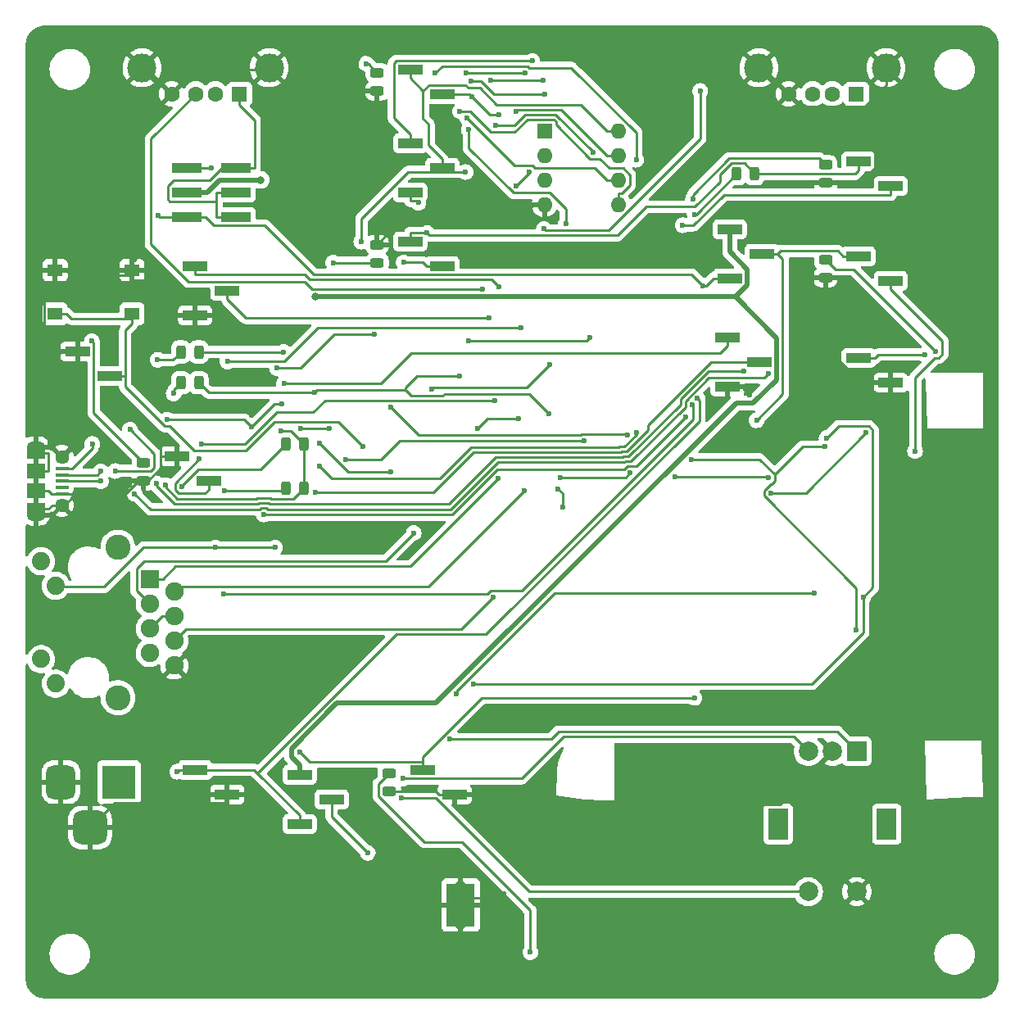
<source format=gbr>
%TF.GenerationSoftware,KiCad,Pcbnew,5.99.0-unknown-e950278637~142~ubuntu18.04.1*%
%TF.CreationDate,2021-10-25T23:56:17+03:00*%
%TF.ProjectId,cdf-1,6364662d-312e-46b6-9963-61645f706362,rev?*%
%TF.SameCoordinates,Original*%
%TF.FileFunction,Copper,L1,Top*%
%TF.FilePolarity,Positive*%
%FSLAX46Y46*%
G04 Gerber Fmt 4.6, Leading zero omitted, Abs format (unit mm)*
G04 Created by KiCad (PCBNEW 5.99.0-unknown-e950278637~142~ubuntu18.04.1) date 2021-10-25 23:56:17*
%MOMM*%
%LPD*%
G01*
G04 APERTURE LIST*
G04 Aperture macros list*
%AMRoundRect*
0 Rectangle with rounded corners*
0 $1 Rounding radius*
0 $2 $3 $4 $5 $6 $7 $8 $9 X,Y pos of 4 corners*
0 Add a 4 corners polygon primitive as box body*
4,1,4,$2,$3,$4,$5,$6,$7,$8,$9,$2,$3,0*
0 Add four circle primitives for the rounded corners*
1,1,$1+$1,$2,$3*
1,1,$1+$1,$4,$5*
1,1,$1+$1,$6,$7*
1,1,$1+$1,$8,$9*
0 Add four rect primitives between the rounded corners*
20,1,$1+$1,$2,$3,$4,$5,0*
20,1,$1+$1,$4,$5,$6,$7,0*
20,1,$1+$1,$6,$7,$8,$9,0*
20,1,$1+$1,$8,$9,$2,$3,0*%
G04 Aperture macros list end*
%TA.AperFunction,SMDPad,CuDef*%
%ADD10RoundRect,0.243750X0.456250X-0.243750X0.456250X0.243750X-0.456250X0.243750X-0.456250X-0.243750X0*%
%TD*%
%TA.AperFunction,SMDPad,CuDef*%
%ADD11RoundRect,0.243750X-0.243750X-0.456250X0.243750X-0.456250X0.243750X0.456250X-0.243750X0.456250X0*%
%TD*%
%TA.AperFunction,ComponentPad*%
%ADD12R,3.500000X3.500000*%
%TD*%
%TA.AperFunction,ComponentPad*%
%ADD13RoundRect,0.750000X-0.750000X-1.000000X0.750000X-1.000000X0.750000X1.000000X-0.750000X1.000000X0*%
%TD*%
%TA.AperFunction,ComponentPad*%
%ADD14RoundRect,0.875000X-0.875000X-0.875000X0.875000X-0.875000X0.875000X0.875000X-0.875000X0.875000X0*%
%TD*%
%TA.AperFunction,ComponentPad*%
%ADD15R,1.600000X1.500000*%
%TD*%
%TA.AperFunction,ComponentPad*%
%ADD16C,1.600000*%
%TD*%
%TA.AperFunction,ComponentPad*%
%ADD17C,3.000000*%
%TD*%
%TA.AperFunction,SMDPad,CuDef*%
%ADD18R,2.510000X1.000000*%
%TD*%
%TA.AperFunction,SMDPad,CuDef*%
%ADD19RoundRect,0.243750X-0.456250X0.243750X-0.456250X-0.243750X0.456250X-0.243750X0.456250X0.243750X0*%
%TD*%
%TA.AperFunction,SMDPad,CuDef*%
%ADD20R,1.350000X0.400000*%
%TD*%
%TA.AperFunction,ComponentPad*%
%ADD21O,1.900000X1.200000*%
%TD*%
%TA.AperFunction,SMDPad,CuDef*%
%ADD22R,1.900000X1.500000*%
%TD*%
%TA.AperFunction,ComponentPad*%
%ADD23C,1.450000*%
%TD*%
%TA.AperFunction,SMDPad,CuDef*%
%ADD24R,1.900000X1.200000*%
%TD*%
%TA.AperFunction,ComponentPad*%
%ADD25R,1.600000X1.600000*%
%TD*%
%TA.AperFunction,ComponentPad*%
%ADD26O,1.600000X1.600000*%
%TD*%
%TA.AperFunction,ComponentPad*%
%ADD27C,2.600000*%
%TD*%
%TA.AperFunction,ComponentPad*%
%ADD28C,1.890000*%
%TD*%
%TA.AperFunction,ComponentPad*%
%ADD29R,1.900000X1.900000*%
%TD*%
%TA.AperFunction,ComponentPad*%
%ADD30C,1.900000*%
%TD*%
%TA.AperFunction,ComponentPad*%
%ADD31R,2.000000X2.000000*%
%TD*%
%TA.AperFunction,ComponentPad*%
%ADD32C,2.000000*%
%TD*%
%TA.AperFunction,ComponentPad*%
%ADD33R,2.000000X3.200000*%
%TD*%
%TA.AperFunction,SMDPad,CuDef*%
%ADD34R,3.150000X1.000000*%
%TD*%
%TA.AperFunction,SMDPad,CuDef*%
%ADD35R,1.550000X1.300000*%
%TD*%
%TA.AperFunction,ComponentPad*%
%ADD36C,0.600000*%
%TD*%
%TA.AperFunction,SMDPad,CuDef*%
%ADD37R,2.950000X4.500000*%
%TD*%
%TA.AperFunction,ViaPad*%
%ADD38C,0.600000*%
%TD*%
%TA.AperFunction,ViaPad*%
%ADD39C,0.800000*%
%TD*%
%TA.AperFunction,Conductor*%
%ADD40C,0.254000*%
%TD*%
%TA.AperFunction,Conductor*%
%ADD41C,0.508000*%
%TD*%
G04 APERTURE END LIST*
D10*
%TO.P,D9,1,K*%
%TO.N,GND*%
X164719000Y-94585000D03*
%TO.P,D9,2,A*%
%TO.N,Net-(D9-Pad2)*%
X164719000Y-92710000D03*
%TD*%
D11*
%TO.P,D10,1,K*%
%TO.N,Net-(D10-Pad1)*%
X179402500Y-95377000D03*
%TO.P,D10,2,A*%
%TO.N,VCCIO*%
X181277500Y-95377000D03*
%TD*%
%TO.P,D11,1,K*%
%TO.N,Net-(D11-Pad1)*%
X179402500Y-90805000D03*
%TO.P,D11,2,A*%
%TO.N,VCCIO*%
X181277500Y-90805000D03*
%TD*%
D12*
%TO.P,J3,1*%
%TO.N,Net-(J3-Pad1)*%
X162179000Y-125730000D03*
D13*
%TO.P,J3,2*%
%TO.N,GND*%
X156179000Y-125730000D03*
D14*
%TO.P,J3,3*%
X159179000Y-130430000D03*
%TD*%
D15*
%TO.P,J17,1,VBUS*%
%TO.N,Net-(J17-Pad1)*%
X238379000Y-54610000D03*
D16*
%TO.P,J17,2,D-*%
%TO.N,/DUSB_N*%
X235879000Y-54610000D03*
%TO.P,J17,3,D+*%
%TO.N,/DUSB_P*%
X233879000Y-54610000D03*
%TO.P,J17,4,GND*%
%TO.N,GND*%
X231379000Y-54610000D03*
D17*
%TO.P,J17,5,Shield*%
X228309000Y-51900000D03*
X241449000Y-51900000D03*
%TD*%
D18*
%TO.P,JP1,1,A*%
%TO.N,+5V*%
X180844000Y-124968000D03*
%TO.P,JP1,2,C*%
%TO.N,Net-(C1-Pad1)*%
X184154000Y-127508000D03*
%TO.P,JP1,3,B*%
%TO.N,VCC*%
X180844000Y-130048000D03*
%TD*%
%TO.P,JP4,1,A*%
%TO.N,GND*%
X168144000Y-92075000D03*
%TO.P,JP4,2,B*%
%TO.N,Net-(JP4-Pad2)*%
X171454000Y-94615000D03*
%TD*%
%TO.P,J5,1,Pin_1*%
%TO.N,VCC*%
X170049000Y-124460000D03*
%TO.P,J5,2,Pin_2*%
%TO.N,GND*%
X173359000Y-127000000D03*
%TD*%
%TO.P,JP5,1,A*%
%TO.N,+3V3*%
X192274000Y-69850000D03*
%TO.P,JP5,2,B*%
%TO.N,Net-(JP5-Pad2)*%
X195584000Y-72390000D03*
%TD*%
%TO.P,JP8,1,A*%
%TO.N,DUT_SPI_VCC*%
X192274000Y-59690000D03*
%TO.P,JP8,2,C*%
%TO.N,SPI_VCC*%
X195584000Y-62230000D03*
%TO.P,JP8,3,B*%
%TO.N,Net-(JP7-Pad2)*%
X192274000Y-64770000D03*
%TD*%
D10*
%TO.P,D5,1,K*%
%TO.N,GND*%
X188849000Y-54277500D03*
%TO.P,D5,2,A*%
%TO.N,Net-(D5-Pad2)*%
X188849000Y-52402500D03*
%TD*%
D18*
%TO.P,JP6,1,A*%
%TO.N,SPI_VCC*%
X192274000Y-52070000D03*
%TO.P,JP6,2,B*%
%TO.N,SPI_MUX_CONTROL_P*%
X195584000Y-54610000D03*
%TD*%
D19*
%TO.P,D8,1,K*%
%TO.N,GND*%
X188849000Y-70182500D03*
%TO.P,D8,2,A*%
%TO.N,Net-(D8-Pad2)*%
X188849000Y-72057500D03*
%TD*%
D11*
%TO.P,D18,1,K*%
%TO.N,WAN_LED*%
X168559000Y-81280000D03*
%TO.P,D18,2,A*%
%TO.N,Net-(D18-Pad2)*%
X170434000Y-81280000D03*
%TD*%
D20*
%TO.P,J1,1,VBUS*%
%TO.N,Net-(C19-Pad2)*%
X156275500Y-93315000D03*
%TO.P,J1,2,D-*%
%TO.N,/DUSB_N*%
X156275500Y-93965000D03*
%TO.P,J1,3,D+*%
%TO.N,/DUSB_P*%
X156275500Y-94615000D03*
%TO.P,J1,4,ID*%
%TO.N,unconnected-(J1-Pad4)*%
X156275500Y-95265000D03*
%TO.P,J1,5,GND*%
%TO.N,GND*%
X156275500Y-95915000D03*
D21*
%TO.P,J1,6,Shield*%
X153575500Y-98115000D03*
D22*
X153575500Y-95615000D03*
D23*
X156275500Y-92115000D03*
D22*
X153575500Y-93615000D03*
D21*
X153575500Y-91115000D03*
D23*
X156275500Y-97115000D03*
D24*
X153575500Y-91715000D03*
X153575500Y-97515000D03*
%TD*%
D25*
%TO.P,J10,1,Pin_1*%
%TO.N,SPI_CS*%
X206146400Y-58420000D03*
D26*
%TO.P,J10,2,Pin_2*%
%TO.N,SPI_MISO*%
X206146400Y-60960000D03*
%TO.P,J10,3,Pin_3*%
%TO.N,SPI_WP*%
X206146400Y-63500000D03*
%TO.P,J10,4,Pin_4*%
%TO.N,GND*%
X206146400Y-66040000D03*
%TO.P,J10,5,Pin_5*%
%TO.N,SPI_MOSI*%
X213766400Y-66040000D03*
%TO.P,J10,6,Pin_6*%
%TO.N,SPI_SCK*%
X213766400Y-63500000D03*
%TO.P,J10,7,Pin_7*%
%TO.N,SPI_HOLD*%
X213766400Y-60960000D03*
%TO.P,J10,8,Pin_8*%
%TO.N,SPI_VCC*%
X213766400Y-58420000D03*
%TD*%
D15*
%TO.P,J6,1,VBUS*%
%TO.N,Net-(J6-Pad1)*%
X174625000Y-54610000D03*
D16*
%TO.P,J6,2,D-*%
%TO.N,/H_USB_N*%
X172125000Y-54610000D03*
%TO.P,J6,3,D+*%
%TO.N,/H_USB_P*%
X170125000Y-54610000D03*
%TO.P,J6,4,GND*%
%TO.N,GND*%
X167625000Y-54610000D03*
D17*
%TO.P,J6,5,Shield*%
X177695000Y-51900000D03*
X164555000Y-51900000D03*
%TD*%
D18*
%TO.P,JP3,1,A*%
%TO.N,GND*%
X157880000Y-81203000D03*
%TO.P,JP3,2,B*%
%TO.N,RESET*%
X161190000Y-83743000D03*
%TD*%
D27*
%TO.P,J7,13*%
%TO.N,N/C*%
X162064000Y-101445000D03*
X162064000Y-116995000D03*
D28*
%TO.P,J7,L1*%
%TO.N,unconnected-(J7-PadL1)*%
X155634000Y-115545000D03*
%TO.P,J7,L2*%
%TO.N,unconnected-(J7-PadL2)*%
X154114000Y-113005000D03*
%TO.P,J7,L3*%
%TO.N,WAN_LED*%
X155634000Y-105435000D03*
%TO.P,J7,L4*%
%TO.N,Net-(J7-PadL4)*%
X154114000Y-102895000D03*
D29*
%TO.P,J7,R1,TD+*%
%TO.N,/WAN_T_P*%
X165354000Y-104775000D03*
D30*
%TO.P,J7,R2,TD-*%
%TO.N,/WAN_T_N*%
X167894000Y-106045000D03*
%TO.P,J7,R3,RD+*%
%TO.N,/WAN_R_P*%
X165354000Y-107315000D03*
%TO.P,J7,R4,CT*%
%TO.N,Net-(C12-Pad1)*%
X167894000Y-108585000D03*
%TO.P,J7,R5,CT*%
X165354000Y-109855000D03*
%TO.P,J7,R6,RD-*%
%TO.N,/WAN_R_N*%
X167894000Y-111125000D03*
%TO.P,J7,R7,NC*%
%TO.N,unconnected-(J7-PadR7)*%
X165354000Y-112395000D03*
%TO.P,J7,R8,CHS_GROUND*%
%TO.N,GND*%
X167894000Y-113665000D03*
%TD*%
D31*
%TO.P,SW2,A,A*%
%TO.N,SW_RA*%
X238429800Y-122555000D03*
D32*
%TO.P,SW2,B,B*%
%TO.N,SW_RB*%
X233429800Y-122555000D03*
%TO.P,SW2,C,C*%
%TO.N,GND*%
X235929800Y-122555000D03*
D33*
%TO.P,SW2,MP*%
%TO.N,N/C*%
X230329800Y-130055000D03*
X241529800Y-130055000D03*
D32*
%TO.P,SW2,S1,S1*%
%TO.N,SW_BUTTON*%
X233429800Y-137055000D03*
%TO.P,SW2,S2,S2*%
%TO.N,GND*%
X238429800Y-137055000D03*
%TD*%
D18*
%TO.P,J20,1,Pin_1*%
%TO.N,Net-(J18-Pad1)*%
X238629000Y-81915000D03*
%TO.P,J20,2,Pin_2*%
%TO.N,GND*%
X241939000Y-84455000D03*
%TD*%
%TO.P,JP12,1,A*%
%TO.N,+3V3*%
X238629000Y-61595000D03*
%TO.P,JP12,2,B*%
%TO.N,Net-(JP12-Pad2)*%
X241939000Y-64135000D03*
%TD*%
%TO.P,JP14,1,A*%
%TO.N,Net-(JP11-Pad2)*%
X238629000Y-71374000D03*
%TO.P,JP14,2,B*%
%TO.N,Net-(JP13-Pad2)*%
X241939000Y-73914000D03*
%TD*%
D10*
%TO.P,D13,1,K*%
%TO.N,GND*%
X235204000Y-63802500D03*
%TO.P,D13,2,A*%
%TO.N,Net-(D13-Pad2)*%
X235204000Y-61927500D03*
%TD*%
%TO.P,D17,1,K*%
%TO.N,GND*%
X235204000Y-73581500D03*
%TO.P,D17,2,A*%
%TO.N,Net-(D17-Pad2)*%
X235204000Y-71706500D03*
%TD*%
D18*
%TO.P,J15,1,Pin_1*%
%TO.N,Net-(J15-Pad1)*%
X225040000Y-79756000D03*
%TO.P,J15,2,Pin_2*%
%TO.N,Net-(J15-Pad2)*%
X228350000Y-82296000D03*
%TO.P,J15,3,Pin_3*%
%TO.N,GND*%
X225040000Y-84836000D03*
%TD*%
%TO.P,JP11,1,A*%
%TO.N,+5V*%
X225294000Y-68580000D03*
%TO.P,JP11,2,C*%
%TO.N,Net-(JP11-Pad2)*%
X228604000Y-71120000D03*
%TO.P,JP11,3,B*%
%TO.N,VCC*%
X225294000Y-73660000D03*
%TD*%
D11*
%TO.P,D12,1,K*%
%TO.N,Net-(D12-Pad1)*%
X226011500Y-62865000D03*
%TO.P,D12,2,A*%
%TO.N,+3V3*%
X227886500Y-62865000D03*
%TD*%
D34*
%TO.P,JP16,1,Pin_1*%
%TO.N,Net-(J6-Pad1)*%
X174229000Y-67310000D03*
%TO.P,JP16,2,Pin_2*%
%TO.N,VCC*%
X169179000Y-67310000D03*
%TO.P,JP16,3,Pin_3*%
%TO.N,Net-(J6-Pad1)*%
X174229000Y-64770000D03*
%TO.P,JP16,4,Pin_4*%
%TO.N,+5V*%
X169179000Y-64770000D03*
%TO.P,JP16,5,Pin_5*%
%TO.N,Net-(J6-Pad1)*%
X174229000Y-62230000D03*
%TO.P,JP16,6,Pin_6*%
%TO.N,Net-(C14-Pad1)*%
X169179000Y-62230000D03*
%TD*%
D11*
%TO.P,D1,1,K*%
%TO.N,Net-(D1-Pad1)*%
X168559000Y-84455000D03*
%TO.P,D1,2,A*%
%TO.N,+3V3*%
X170434000Y-84455000D03*
%TD*%
D35*
%TO.P,SW1,1,1*%
%TO.N,GND*%
X155585000Y-72818000D03*
X163535000Y-72818000D03*
%TO.P,SW1,2,2*%
%TO.N,RESET*%
X155585000Y-77318000D03*
X163535000Y-77318000D03*
%TD*%
D18*
%TO.P,J4,1,Pin_1*%
%TO.N,Net-(J4-Pad1)*%
X170049000Y-72390000D03*
%TO.P,J4,2,Pin_2*%
%TO.N,Net-(J4-Pad2)*%
X173359000Y-74930000D03*
%TO.P,J4,3,Pin_3*%
%TO.N,GND*%
X170049000Y-77470000D03*
%TD*%
%TO.P,J13,1,Pin_1*%
%TO.N,+3V3*%
X193544000Y-124460000D03*
%TO.P,J13,2,Pin_2*%
%TO.N,GND*%
X196854000Y-127000000D03*
%TD*%
D10*
%TO.P,D3,1,K*%
%TO.N,GND*%
X190119000Y-126667500D03*
%TO.P,D3,2,A*%
%TO.N,Net-(D3-Pad2)*%
X190119000Y-124792500D03*
%TD*%
D36*
%TO.P,U1,9,GNDPAD*%
%TO.N,GND*%
X196885000Y-136630000D03*
X196885000Y-140230000D03*
D37*
X197485000Y-138430000D03*
D36*
X198085000Y-140230000D03*
X198085000Y-139030000D03*
X198085000Y-136630000D03*
X196885000Y-137730000D03*
X196885000Y-139030000D03*
X198085000Y-137730000D03*
%TD*%
D38*
%TO.N,GND*%
X197371800Y-66196600D03*
X164529100Y-70993600D03*
X239522000Y-84053800D03*
X227369100Y-85748600D03*
X190389000Y-68575200D03*
X201498600Y-126588100D03*
X201983700Y-137280400D03*
X166360100Y-89693000D03*
%TO.N,Net-(C1-Pad1)*%
X187887000Y-133040500D03*
%TO.N,I2C_SDA*%
X221333100Y-92371300D03*
X238395500Y-109985000D03*
X235115900Y-91073900D03*
X214717800Y-89815000D03*
X190273800Y-86988000D03*
%TO.N,+3V3*%
X197381500Y-83740200D03*
X229537800Y-95858700D03*
X229265500Y-94222000D03*
X206614800Y-87666200D03*
X180849000Y-122588800D03*
X221653300Y-117017600D03*
X239391800Y-89627200D03*
X182383000Y-85457600D03*
X215013800Y-93784800D03*
X194007300Y-68968700D03*
X219617400Y-94185400D03*
X207793000Y-94222600D03*
%TO.N,Net-(C14-Pad1)*%
X171704000Y-62294100D03*
%TO.N,VCC*%
X168186500Y-124647100D03*
X222511700Y-74424600D03*
X166223600Y-67156800D03*
X221954000Y-86086200D03*
%TO.N,Net-(C19-Pad2)*%
X159404500Y-90777500D03*
%TO.N,Net-(C29-Pad1)*%
X167165800Y-88260900D03*
X175876700Y-89045800D03*
X178975500Y-86647300D03*
%TO.N,SW_RA*%
X196373000Y-121283200D03*
%TO.N,SW_RB*%
X191566300Y-125341300D03*
%TO.N,SW_BUTTON*%
X191385000Y-127397200D03*
%TO.N,Net-(D1-Pad1)*%
X167825500Y-85561300D03*
%TO.N,Net-(D3-Pad2)*%
X204687100Y-143317500D03*
%TO.N,Net-(D5-Pad2)*%
X187737000Y-51490200D03*
%TO.N,SPI_MUXER_3V3_CONTROL*%
X183903500Y-89175600D03*
X188594000Y-79478600D03*
X178507800Y-82934000D03*
X180958500Y-89175600D03*
%TO.N,Net-(D8-Pad2)*%
X184321200Y-72042200D03*
%TO.N,Net-(D9-Pad2)*%
X159368100Y-80149500D03*
%TO.N,Net-(D10-Pad1)*%
X173062700Y-95592700D03*
%TO.N,Net-(D11-Pad1)*%
X168645100Y-95194600D03*
%TO.N,Net-(D12-Pad1)*%
X172974100Y-106299200D03*
X221678100Y-67052800D03*
X221412700Y-86753100D03*
%TO.N,Net-(D13-Pad2)*%
X221503100Y-65452800D03*
%TO.N,DUT_POWER_CONTROL*%
X185569000Y-92403700D03*
X210281900Y-90442300D03*
%TO.N,RESET*%
X197059200Y-116644900D03*
X234004800Y-106232400D03*
X187407700Y-91056100D03*
%TO.N,Net-(D17-Pad2)*%
X246571500Y-81188700D03*
%TO.N,Net-(J4-Pad2)*%
X200440400Y-77749700D03*
%TO.N,Net-(J4-Pad1)*%
X201398500Y-74533500D03*
%TO.N,WAN_LED*%
X172163800Y-101490000D03*
X178306900Y-101490000D03*
X166175100Y-82081800D03*
%TO.N,SPI_HOLD*%
X203220200Y-56408100D03*
%TO.N,SPI_SCK*%
X198171000Y-57080700D03*
%TO.N,SPI_MOSI*%
X197416700Y-56390500D03*
%TO.N,PROG_SPI_MISO*%
X211174900Y-60647800D03*
X203469600Y-88159900D03*
X199210100Y-89178500D03*
X201080100Y-57858300D03*
%TO.N,PROG_SPI_CS0*%
X206722600Y-82556300D03*
X194459000Y-85138500D03*
%TO.N,PROG_SPI_SCK*%
X215622200Y-61403000D03*
X194845200Y-52466900D03*
X210874300Y-79777100D03*
X198349300Y-80135000D03*
%TO.N,PROG_SPI_MOSI*%
X208353900Y-68046000D03*
X198322500Y-58275500D03*
%TO.N,PROG_SPI_CS1*%
X206093100Y-68549900D03*
X222254000Y-54297600D03*
%TO.N,DUT_SPI_VCC*%
X204882600Y-51185500D03*
%TO.N,DUT_SPI_HOLD*%
X200558300Y-53196100D03*
X206033300Y-53196100D03*
%TO.N,DUT_SPI_SCK*%
X198073400Y-52416400D03*
X204166500Y-52453200D03*
%TO.N,DUT_SPI_MOSI*%
X198588300Y-53291200D03*
X206199400Y-54611000D03*
%TO.N,Net-(J15-Pad2)*%
X182473700Y-95817500D03*
%TO.N,Net-(J15-Pad1)*%
X179223800Y-84508900D03*
%TO.N,Net-(J18-Pad1)*%
X245499600Y-81553300D03*
D39*
%TO.N,+5V*%
X176841000Y-63500000D03*
X182436100Y-75577800D03*
D38*
%TO.N,Net-(JP4-Pad2)*%
X170435800Y-92342900D03*
%TO.N,Net-(JP5-Pad2)*%
X191592500Y-72014600D03*
%TO.N,SPI_MUX_CONTROL_P*%
X198675400Y-54919500D03*
X201473400Y-56721300D03*
%TO.N,Net-(JP7-Pad2)*%
X193125800Y-65843700D03*
%TO.N,Net-(JP11-Pad2)*%
X228075800Y-88335300D03*
%TO.N,Net-(JP12-Pad2)*%
X220439800Y-68181500D03*
%TO.N,Net-(JP13-Pad2)*%
X244452600Y-91513600D03*
%TO.N,UART_DEBUG_RX*%
X173385300Y-82252700D03*
X203726000Y-78797300D03*
%TO.N,UART_DEBUG_TX*%
X170666500Y-90775700D03*
X200983000Y-86306700D03*
%TO.N,Net-(R31-Pad2)*%
X163314400Y-89302100D03*
X161776300Y-93579700D03*
%TO.N,Net-(R33-Pad2)*%
X204597400Y-62674800D03*
X203241800Y-64132900D03*
%TO.N,I2C_SCL*%
X198782200Y-115590700D03*
X239111700Y-106586800D03*
X235309700Y-90180200D03*
%TO.N,/DUSB_P*%
X160315800Y-94615000D03*
X163799900Y-95925900D03*
X229263400Y-83496100D03*
%TO.N,/DUSB_N*%
X160291400Y-93605700D03*
X166031600Y-94873200D03*
X226740400Y-83246400D03*
%TO.N,SPI_VCC*%
X197997900Y-62670600D03*
X187221500Y-69875200D03*
%TO.N,VCCIO*%
X178930500Y-89474100D03*
X166943300Y-95027600D03*
%TO.N,Net-(D18-Pad2)*%
X179212900Y-81280000D03*
%TO.N,DUT_ETH_R_P*%
X208019900Y-97282400D03*
X207567800Y-95411400D03*
%TO.N,/WAN_R_N*%
X200887600Y-106598700D03*
%TO.N,/WAN_R_P*%
X192634600Y-99983800D03*
%TO.N,/WAN_T_N*%
X204043700Y-95649700D03*
%TO.N,/WAN_T_P*%
X201336100Y-94379700D03*
%TO.N,/H_USB_P*%
X199753000Y-74752200D03*
%TO.N,/H_USB_N*%
X190296400Y-93662500D03*
X182925600Y-90724700D03*
%TO.N,UART_DUT_N*%
X220765600Y-88033100D03*
X177145400Y-98071200D03*
%TO.N,UART_DUT_P*%
X182875300Y-93095900D03*
X215681300Y-89570300D03*
%TD*%
D40*
%TO.N,GND*%
X226676300Y-84836000D02*
X226676300Y-85055800D01*
X155585000Y-72818000D02*
X155585000Y-73849300D01*
X153575500Y-97515000D02*
X153575500Y-98115000D01*
X163535000Y-73333600D02*
X157256900Y-73333600D01*
X204808500Y-66196600D02*
X197371800Y-66196600D01*
X155585000Y-73849300D02*
X154428600Y-75005700D01*
X164719000Y-94585000D02*
X164177500Y-94585000D01*
X156539700Y-97115000D02*
X156275500Y-97115000D01*
X154906800Y-93615000D02*
X154906800Y-91715000D01*
X204965100Y-66040000D02*
X204808500Y-66196600D01*
X157880000Y-81203000D02*
X156243700Y-81203000D01*
X154906800Y-82539900D02*
X154906800Y-91115000D01*
X173359000Y-127881300D02*
X161727700Y-127881300D01*
X154428600Y-79387900D02*
X156243700Y-81203000D01*
X225040000Y-84836000D02*
X226676300Y-84836000D01*
X153575500Y-97515000D02*
X154906800Y-97515000D01*
X170049000Y-76588700D02*
X167309600Y-73849300D01*
X235204000Y-73581500D02*
X235204000Y-80811800D01*
X235204000Y-63802500D02*
X238715700Y-63802500D01*
X240265400Y-62252800D02*
X240265400Y-56954400D01*
X157256900Y-73333600D02*
X156741300Y-72818000D01*
X232707200Y-55938200D02*
X231379000Y-54610000D01*
X196854000Y-127000000D02*
X201086700Y-127000000D01*
X239249200Y-55938200D02*
X232707200Y-55938200D01*
X201086700Y-127000000D02*
X201498600Y-126588100D01*
X241449000Y-53738400D02*
X239249200Y-55938200D01*
X166507700Y-89840600D02*
X166360100Y-89693000D01*
X155206800Y-95915000D02*
X156275500Y-95915000D01*
X168144000Y-92075000D02*
X166507700Y-92075000D01*
X239923200Y-84455000D02*
X241939000Y-84455000D01*
X153575500Y-91715000D02*
X154906800Y-91715000D01*
X164177500Y-94585000D02*
X162847500Y-95915000D01*
X241449000Y-51900000D02*
X241449000Y-53738400D01*
X154241200Y-93615000D02*
X154906800Y-93615000D01*
X153575500Y-91115000D02*
X154906800Y-91115000D01*
X238715700Y-63802500D02*
X240265400Y-62252800D01*
X195217700Y-127000000D02*
X194885200Y-126667500D01*
X163535000Y-72818000D02*
X163535000Y-71786700D01*
X177695000Y-51900000D02*
X177695000Y-52097800D01*
X154906800Y-95615000D02*
X155206800Y-95915000D01*
X179874700Y-54277500D02*
X177695000Y-52097800D01*
X198085000Y-139030000D02*
X197485000Y-139030000D01*
X153575500Y-95603500D02*
X153575500Y-94483700D01*
X166507700Y-92075000D02*
X166507700Y-89840600D01*
X161727700Y-127881300D02*
X159179000Y-130430000D01*
X170137200Y-52097800D02*
X167625000Y-54610000D01*
X164915000Y-51900000D02*
X167625000Y-54610000D01*
X188849000Y-54277500D02*
X179874700Y-54277500D01*
X157331800Y-96322900D02*
X156539700Y-97115000D01*
X156036100Y-72818000D02*
X156741300Y-72818000D01*
X197485000Y-138430000D02*
X197485000Y-139030000D01*
X198085000Y-140230000D02*
X196885000Y-140230000D01*
X153575500Y-93615000D02*
X154241200Y-93615000D01*
X196854000Y-127000000D02*
X195217700Y-127000000D01*
X162847500Y-95915000D02*
X157331800Y-95915000D01*
X155306800Y-97115000D02*
X154906800Y-97515000D01*
X164555000Y-51900000D02*
X164915000Y-51900000D01*
X177695000Y-52097800D02*
X170137200Y-52097800D01*
X153575500Y-95615000D02*
X154906800Y-95615000D01*
X206146400Y-66040000D02*
X204965100Y-66040000D01*
X167309600Y-73849300D02*
X163535000Y-73849300D01*
X154906800Y-91115000D02*
X155275500Y-91115000D01*
X197485000Y-139030000D02*
X196885000Y-139030000D01*
X156036100Y-72818000D02*
X155585000Y-72818000D01*
X190389000Y-68642500D02*
X190389000Y-68575200D01*
X235929800Y-122555000D02*
X230468400Y-128016400D01*
X163535000Y-72818000D02*
X163535000Y-73333600D01*
X153575500Y-91715000D02*
X153575500Y-91115000D01*
X163535000Y-73333600D02*
X163535000Y-73849300D01*
X202926900Y-128016400D02*
X201498600Y-126588100D01*
X194885200Y-126667500D02*
X190119000Y-126667500D01*
X230468400Y-128016400D02*
X202926900Y-128016400D01*
X235204000Y-80811800D02*
X238446000Y-84053800D01*
X166507700Y-93261100D02*
X166507700Y-92075000D01*
X198085000Y-137730000D02*
X201534100Y-137730000D01*
X156243700Y-81203000D02*
X154906800Y-82539900D01*
X228309000Y-51900000D02*
X228669000Y-51900000D01*
X154241200Y-93615000D02*
X153575600Y-94280600D01*
X153575500Y-95603500D02*
X153575500Y-95615000D01*
X156275500Y-97115000D02*
X155306800Y-97115000D01*
X165183800Y-94585000D02*
X166507700Y-93261100D01*
X228669000Y-51900000D02*
X231379000Y-54610000D01*
X156275500Y-95915000D02*
X157331800Y-95915000D01*
X173359000Y-127000000D02*
X173359000Y-127881300D01*
X226676300Y-85055800D02*
X227369100Y-85748600D01*
X240265400Y-56954400D02*
X239249200Y-55938200D01*
X157331800Y-95915000D02*
X157331800Y-96322900D01*
X170049000Y-77470000D02*
X170049000Y-76588700D01*
X154428600Y-75005700D02*
X154428600Y-79387900D01*
X153575600Y-94280600D02*
X153575600Y-94483700D01*
X155275500Y-91115000D02*
X156275500Y-92115000D01*
X201534100Y-137730000D02*
X201983700Y-137280400D01*
X153575600Y-94483700D02*
X153575500Y-94483700D01*
X164719000Y-94585000D02*
X165183800Y-94585000D01*
X196885000Y-137730000D02*
X198085000Y-137730000D01*
X163736000Y-71786700D02*
X164529100Y-70993600D01*
X188849000Y-70182500D02*
X190389000Y-68642500D01*
X239522000Y-84053800D02*
X239923200Y-84455000D01*
X163535000Y-71786700D02*
X163736000Y-71786700D01*
X238446000Y-84053800D02*
X239522000Y-84053800D01*
%TO.N,Net-(C1-Pad1)*%
X184154000Y-129307500D02*
X187887000Y-133040500D01*
X184154000Y-127508000D02*
X184154000Y-129307500D01*
%TO.N,I2C_SDA*%
X229597500Y-94914200D02*
X229954000Y-94557700D01*
X229954000Y-93947000D02*
X228378300Y-92371300D01*
X238395500Y-105679800D02*
X228855400Y-96139700D01*
X229515900Y-94914200D02*
X229597500Y-94914200D01*
X214663800Y-89761000D02*
X209999800Y-89761000D01*
X229954000Y-94557700D02*
X229954000Y-93947000D01*
X214717800Y-89815000D02*
X214663800Y-89761000D01*
X238395500Y-109985000D02*
X238395500Y-105679800D01*
X228378300Y-92371300D02*
X221333100Y-92371300D01*
X228855400Y-95574700D02*
X229515900Y-94914200D01*
X193179700Y-89893900D02*
X190273800Y-86988000D01*
X209999800Y-89761000D02*
X209866900Y-89893900D01*
X209866900Y-89893900D02*
X193179700Y-89893900D01*
X228855400Y-96139700D02*
X228855400Y-95574700D01*
X232827100Y-91073900D02*
X235115900Y-91073900D01*
X229954000Y-93947000D02*
X232827100Y-91073900D01*
%TO.N,+3V3*%
X221653300Y-117017600D02*
X199675200Y-117017600D01*
X216651600Y-66270800D02*
X221712200Y-66270800D01*
X213686800Y-69235600D02*
X216651600Y-66270800D01*
X195617100Y-85819800D02*
X195835600Y-85601300D01*
X192274000Y-69850000D02*
X192274000Y-68968700D01*
X204549900Y-85601300D02*
X206614800Y-87666200D01*
X226804000Y-61782500D02*
X227886500Y-62865000D01*
X199675200Y-117017600D02*
X193544000Y-123148800D01*
X227886500Y-62865000D02*
X238240300Y-62865000D01*
X193544000Y-123626700D02*
X181886900Y-123626700D01*
X171436600Y-85457600D02*
X182383000Y-85457600D01*
X192402100Y-85819800D02*
X195617100Y-85819800D01*
X192994000Y-83740200D02*
X197381500Y-83740200D01*
X192274000Y-68968700D02*
X194007300Y-68968700D01*
X221712200Y-66270800D02*
X224317200Y-63665800D01*
X229537800Y-95858700D02*
X233160300Y-95858700D01*
X195835600Y-85601300D02*
X204549900Y-85601300D01*
X219617400Y-94185400D02*
X229228900Y-94185400D01*
X193544000Y-123148800D02*
X193544000Y-123626700D01*
X225477800Y-61782500D02*
X226804000Y-61782500D01*
X191797400Y-85215100D02*
X192402100Y-85819800D01*
X215013800Y-93784800D02*
X214576000Y-94222600D01*
X233160300Y-95858700D02*
X239391800Y-89627200D01*
X191797400Y-84936800D02*
X192994000Y-83740200D01*
X182625500Y-85215100D02*
X191797400Y-85215100D01*
X229228900Y-94185400D02*
X229265500Y-94222000D01*
X224317200Y-62943100D02*
X225477800Y-61782500D01*
X224317200Y-63665800D02*
X224317200Y-62943100D01*
X193544000Y-124460000D02*
X193544000Y-123626700D01*
X214576000Y-94222600D02*
X207793000Y-94222600D01*
X194007300Y-68968700D02*
X194274200Y-69235600D01*
X181886900Y-123626700D02*
X180849000Y-122588800D01*
X191797400Y-85215100D02*
X191797400Y-84936800D01*
X238240300Y-62865000D02*
X238629000Y-62476300D01*
X238629000Y-61595000D02*
X238629000Y-62476300D01*
X170434000Y-84455000D02*
X171436600Y-85457600D01*
X194274200Y-69235600D02*
X213686800Y-69235600D01*
X182383000Y-85457600D02*
X182625500Y-85215100D01*
%TO.N,Net-(C12-Pad1)*%
X165354000Y-109855000D02*
X166624000Y-108585000D01*
X166624000Y-108585000D02*
X167894000Y-108585000D01*
%TO.N,Net-(C14-Pad1)*%
X171704000Y-62294100D02*
X171199400Y-62294100D01*
X171199400Y-62294100D02*
X171135300Y-62230000D01*
X169179000Y-62230000D02*
X171135300Y-62230000D01*
%TO.N,VCC*%
X177229100Y-68191300D02*
X172016600Y-68191300D01*
X225294000Y-73660000D02*
X223657700Y-73660000D01*
X221358400Y-73271300D02*
X182309100Y-73271300D01*
X223657700Y-73660000D02*
X222893100Y-74424600D01*
X222152800Y-86285000D02*
X221954000Y-86086200D01*
X176498200Y-124820800D02*
X180844000Y-129166700D01*
X172016600Y-68191300D02*
X171135300Y-67310000D01*
X180844000Y-130048000D02*
X180844000Y-129166700D01*
X169179000Y-67310000D02*
X171135300Y-67310000D01*
X200083800Y-110443600D02*
X222152800Y-88374600D01*
X170049000Y-124460000D02*
X176137300Y-124460000D01*
X176498200Y-124820800D02*
X190875400Y-110443600D01*
X182309100Y-73271300D02*
X177229100Y-68191300D01*
X168225600Y-124647100D02*
X168412700Y-124460000D01*
X190875400Y-110443600D02*
X200083800Y-110443600D01*
X169179000Y-67310000D02*
X166376800Y-67310000D01*
X222893100Y-74424600D02*
X222511700Y-74424600D01*
X176137300Y-124460000D02*
X176498200Y-124820800D01*
X222511700Y-74424600D02*
X221358400Y-73271300D01*
X168186500Y-124647100D02*
X168225600Y-124647100D01*
X169230900Y-124460000D02*
X168412700Y-124460000D01*
X222152800Y-88374600D02*
X222152800Y-86285000D01*
X169230900Y-124460000D02*
X170049000Y-124460000D01*
X166376800Y-67310000D02*
X166223600Y-67156800D01*
%TO.N,Net-(C19-Pad2)*%
X156275500Y-93315000D02*
X157331800Y-93315000D01*
X159404500Y-90777500D02*
X159404500Y-91242300D01*
X159404500Y-91242300D02*
X157331800Y-93315000D01*
%TO.N,Net-(C29-Pad1)*%
X175091800Y-88260900D02*
X167165800Y-88260900D01*
X178275200Y-86647300D02*
X178975500Y-86647300D01*
X175876700Y-89045800D02*
X175091800Y-88260900D01*
X175876700Y-89045800D02*
X178275200Y-86647300D01*
%TO.N,SW_RA*%
X236397100Y-120522300D02*
X207614200Y-120522300D01*
X207614200Y-120522300D02*
X206853300Y-121283200D01*
X206853300Y-121283200D02*
X196373000Y-121283200D01*
X238429800Y-122555000D02*
X236397100Y-120522300D01*
%TO.N,SW_RB*%
X208100500Y-121030600D02*
X203789800Y-125341300D01*
X203789800Y-125341300D02*
X191566300Y-125341300D01*
X233429800Y-122555000D02*
X231905400Y-121030600D01*
X231905400Y-121030600D02*
X208100500Y-121030600D01*
%TO.N,SW_BUTTON*%
X194882400Y-127397200D02*
X191385000Y-127397200D01*
X233429800Y-137055000D02*
X204540200Y-137055000D01*
X204540200Y-137055000D02*
X194882400Y-127397200D01*
%TO.N,Net-(D1-Pad1)*%
X167825500Y-85561300D02*
X167825500Y-85188500D01*
X167825500Y-85188500D02*
X168559000Y-84455000D01*
%TO.N,Net-(D3-Pad2)*%
X197608400Y-131896900D02*
X193748300Y-131896900D01*
X204687100Y-138975600D02*
X197608400Y-131896900D01*
X204687100Y-143317500D02*
X204687100Y-138975600D01*
X189010500Y-125901000D02*
X190119000Y-124792500D01*
X189010500Y-127159100D02*
X189010500Y-125901000D01*
X193748300Y-131896900D02*
X189010500Y-127159100D01*
%TO.N,Net-(D5-Pad2)*%
X187936700Y-51490200D02*
X188849000Y-52402500D01*
X187737000Y-51490200D02*
X187936700Y-51490200D01*
%TO.N,SPI_MUXER_3V3_CONTROL*%
X180927800Y-82934000D02*
X184383200Y-79478600D01*
X184383200Y-79478600D02*
X188594000Y-79478600D01*
X180958500Y-89175600D02*
X183903500Y-89175600D01*
X178507800Y-82934000D02*
X180927800Y-82934000D01*
%TO.N,Net-(D8-Pad2)*%
X188833700Y-72042200D02*
X184321200Y-72042200D01*
X188849000Y-72057500D02*
X188833700Y-72042200D01*
%TO.N,Net-(D9-Pad2)*%
X164719000Y-92710000D02*
X159553700Y-87544700D01*
X159553700Y-87544700D02*
X159553700Y-80335100D01*
X159553700Y-80335100D02*
X159368100Y-80149500D01*
%TO.N,Net-(D10-Pad1)*%
X173062700Y-95592700D02*
X179186800Y-95592700D01*
X179186800Y-95592700D02*
X179402500Y-95377000D01*
%TO.N,Net-(D11-Pad1)*%
X176771300Y-93436200D02*
X179402500Y-90805000D01*
X168645100Y-95194600D02*
X168645100Y-95119600D01*
X168645100Y-95119600D02*
X170328500Y-93436200D01*
X170328500Y-93436200D02*
X176771300Y-93436200D01*
%TO.N,Net-(D12-Pad1)*%
X221678100Y-67052800D02*
X221823700Y-67052800D01*
X221823700Y-67052800D02*
X226011500Y-62865000D01*
X203845000Y-105917400D02*
X200605500Y-105917400D01*
X221412700Y-86753100D02*
X221483200Y-86823600D01*
X200605500Y-105917400D02*
X200223700Y-106299200D01*
X221483200Y-86823600D02*
X221483200Y-88279200D01*
X221483200Y-88279200D02*
X203845000Y-105917400D01*
X200223700Y-106299200D02*
X172974100Y-106299200D01*
%TO.N,Net-(D13-Pad2)*%
X225236900Y-61274200D02*
X221503100Y-65008000D01*
X221503100Y-65008000D02*
X221503100Y-65452800D01*
X234550700Y-61274200D02*
X225236900Y-61274200D01*
X235204000Y-61927500D02*
X234550700Y-61274200D01*
%TO.N,DUT_POWER_CONTROL*%
X191232000Y-90442300D02*
X189270600Y-92403700D01*
X189270600Y-92403700D02*
X185569000Y-92403700D01*
X210281900Y-90442300D02*
X191232000Y-90442300D01*
%TO.N,RESET*%
X163535000Y-77833600D02*
X163535000Y-78349300D01*
X157256900Y-77833600D02*
X156741300Y-77318000D01*
X161190000Y-83743000D02*
X162826300Y-83743000D01*
X187407700Y-91056100D02*
X184817300Y-88465700D01*
X163535000Y-77318000D02*
X163535000Y-77833600D01*
X207177100Y-106232400D02*
X197059200Y-116350300D01*
X162826300Y-83743000D02*
X162826300Y-79058000D01*
X162826300Y-79058000D02*
X163535000Y-78349300D01*
X169951000Y-91461100D02*
X167432100Y-88942200D01*
X162826300Y-84884800D02*
X162826300Y-83743000D01*
X167432100Y-88942200D02*
X166883700Y-88942200D01*
X175239600Y-91461100D02*
X169951000Y-91461100D01*
X163535000Y-77833600D02*
X157256900Y-77833600D01*
X166883700Y-88942200D02*
X162826300Y-84884800D01*
X184817300Y-88465700D02*
X178235000Y-88465700D01*
X197059200Y-116350300D02*
X197059200Y-116644900D01*
X234004800Y-106232400D02*
X207177100Y-106232400D01*
X155585000Y-77318000D02*
X156741300Y-77318000D01*
X178235000Y-88465700D02*
X175239600Y-91461100D01*
%TO.N,Net-(D17-Pad2)*%
X236209200Y-72711700D02*
X235204000Y-71706500D01*
X246571500Y-81188700D02*
X238094500Y-72711700D01*
X238094500Y-72711700D02*
X236209200Y-72711700D01*
%TO.N,Net-(J4-Pad2)*%
X173359000Y-75811300D02*
X175297400Y-77749700D01*
X175297400Y-77749700D02*
X200440400Y-77749700D01*
X173359000Y-74930000D02*
X173359000Y-75811300D01*
%TO.N,Net-(J4-Pad1)*%
X170049000Y-73271300D02*
X181336000Y-73271300D01*
X181336000Y-73271300D02*
X181844300Y-73779600D01*
X181844300Y-73779600D02*
X200644600Y-73779600D01*
X200644600Y-73779600D02*
X201398500Y-74533500D01*
X170049000Y-72390000D02*
X170049000Y-73271300D01*
%TO.N,Net-(J6-Pad1)*%
X167433500Y-65688400D02*
X167222600Y-65477500D01*
X167222600Y-64087200D02*
X167803400Y-63506400D01*
X172272700Y-65688400D02*
X172272700Y-67310000D01*
X174229000Y-67310000D02*
X172272700Y-67310000D01*
X174625000Y-55741300D02*
X176185300Y-57301600D01*
X176185300Y-57301600D02*
X176185300Y-62230000D01*
X172272700Y-65688400D02*
X167433500Y-65688400D01*
X167803400Y-63506400D02*
X171541300Y-63506400D01*
X171541300Y-63506400D02*
X172817700Y-62230000D01*
X174625000Y-54610000D02*
X174625000Y-55741300D01*
X167222600Y-65477500D02*
X167222600Y-64087200D01*
X172272700Y-64770000D02*
X172272700Y-65688400D01*
X172817700Y-62230000D02*
X174229000Y-62230000D01*
X174229000Y-64770000D02*
X172272700Y-64770000D01*
X174229000Y-62230000D02*
X176185300Y-62230000D01*
%TO.N,WAN_LED*%
X160652000Y-105547500D02*
X155746500Y-105547500D01*
X167757200Y-82081800D02*
X168559000Y-81280000D01*
X155746500Y-105547500D02*
X155634000Y-105435000D01*
X166175100Y-82081800D02*
X167757200Y-82081800D01*
X172163800Y-101490000D02*
X164709500Y-101490000D01*
X172163800Y-101490000D02*
X178306900Y-101490000D01*
X164709500Y-101490000D02*
X160652000Y-105547500D01*
%TO.N,SPI_HOLD*%
X212585100Y-60960000D02*
X207847100Y-56222000D01*
X213766400Y-60960000D02*
X212585100Y-60960000D01*
X207847100Y-56222000D02*
X203406300Y-56222000D01*
X203406300Y-56222000D02*
X203220200Y-56408100D01*
%TO.N,SPI_SCK*%
X204879600Y-61993500D02*
X205181000Y-62294900D01*
X205181000Y-62294900D02*
X211380000Y-62294900D01*
X198171000Y-57080700D02*
X203083800Y-61993500D01*
X213766400Y-63500000D02*
X212585100Y-63500000D01*
X211380000Y-62294900D02*
X212585100Y-63500000D01*
X203083800Y-61993500D02*
X204879600Y-61993500D01*
%TO.N,SPI_MOSI*%
X210874900Y-61329200D02*
X211873400Y-61329200D01*
X207104300Y-57238700D02*
X207327700Y-57462100D01*
X198456100Y-56390500D02*
X200635700Y-58570100D01*
X214274500Y-62295100D02*
X214965500Y-62986100D01*
X214965500Y-64026700D02*
X214133500Y-64858700D01*
X200635700Y-58570100D02*
X203050700Y-58570100D01*
X207327700Y-57782000D02*
X210874900Y-61329200D01*
X214133500Y-64858700D02*
X213766400Y-64858700D01*
X207327700Y-57462100D02*
X207327700Y-57782000D01*
X197416700Y-56390500D02*
X198456100Y-56390500D01*
X214965500Y-62986100D02*
X214965500Y-64026700D01*
X203050700Y-58570100D02*
X204382100Y-57238700D01*
X213766400Y-66040000D02*
X213766400Y-64858700D01*
X204382100Y-57238700D02*
X207104300Y-57238700D01*
X211873400Y-61329200D02*
X212839300Y-62295100D01*
X212839300Y-62295100D02*
X214274500Y-62295100D01*
%TO.N,PROG_SPI_MISO*%
X211174900Y-60590500D02*
X207314800Y-56730400D01*
X203043700Y-57858300D02*
X201080100Y-57858300D01*
X211174900Y-60647800D02*
X211174900Y-60590500D01*
X207314800Y-56730400D02*
X204171600Y-56730400D01*
X200228700Y-88159900D02*
X203469600Y-88159900D01*
X199210100Y-89178500D02*
X200228700Y-88159900D01*
X204171600Y-56730400D02*
X203043700Y-57858300D01*
%TO.N,PROG_SPI_CS0*%
X204313300Y-84965600D02*
X206722600Y-82556300D01*
X194459000Y-85138500D02*
X194631900Y-84965600D01*
X194631900Y-84965600D02*
X204313300Y-84965600D01*
%TO.N,PROG_SPI_SCK*%
X215622200Y-61403000D02*
X215622200Y-58603300D01*
X195577000Y-51735100D02*
X194845200Y-52466900D01*
X204580600Y-51903800D02*
X204411900Y-51735100D01*
X210516400Y-80135000D02*
X210874300Y-79777100D01*
X208922700Y-51903800D02*
X204580600Y-51903800D01*
X215622200Y-58603300D02*
X208922700Y-51903800D01*
X204411900Y-51735100D02*
X195577000Y-51735100D01*
X198349300Y-80135000D02*
X210516400Y-80135000D01*
%TO.N,PROG_SPI_MOSI*%
X202926500Y-64814400D02*
X198322500Y-60210400D01*
X208353900Y-66511200D02*
X206657100Y-64814400D01*
X208353900Y-68046000D02*
X208353900Y-66511200D01*
X206657100Y-64814400D02*
X202926500Y-64814400D01*
X198322500Y-60210400D02*
X198322500Y-58275500D01*
%TO.N,PROG_SPI_CS1*%
X206270500Y-68727300D02*
X206093100Y-68549900D01*
X222254000Y-54297600D02*
X222254000Y-59223500D01*
X222254000Y-59223500D02*
X212750200Y-68727300D01*
X212750200Y-68727300D02*
X206270500Y-68727300D01*
%TO.N,DUT_SPI_VCC*%
X192274000Y-59690000D02*
X192274000Y-58808700D01*
X190593900Y-57128600D02*
X192274000Y-58808700D01*
X190845400Y-51185500D02*
X190593900Y-51437000D01*
X204882600Y-51185500D02*
X190845400Y-51185500D01*
X190593900Y-51437000D02*
X190593900Y-57128600D01*
%TO.N,DUT_SPI_HOLD*%
X206033300Y-53196100D02*
X200558300Y-53196100D01*
%TO.N,DUT_SPI_SCK*%
X198073400Y-52416400D02*
X204129700Y-52416400D01*
X204129700Y-52416400D02*
X204166500Y-52453200D01*
%TO.N,DUT_SPI_MOSI*%
X199604500Y-53291200D02*
X200924300Y-54611000D01*
X200924300Y-54611000D02*
X206199400Y-54611000D01*
X198588300Y-53291200D02*
X199604500Y-53291200D01*
%TO.N,Net-(J15-Pad2)*%
X216831100Y-88808100D02*
X216831100Y-89384200D01*
X214046800Y-91632000D02*
X198850700Y-91632000D01*
X214100200Y-91578600D02*
X214046800Y-91632000D01*
X223343200Y-82296000D02*
X216831100Y-88808100D01*
X226713700Y-82296000D02*
X223343200Y-82296000D01*
X214636700Y-91578600D02*
X214100200Y-91578600D01*
X216831100Y-89384200D02*
X214636700Y-91578600D01*
X198850700Y-91632000D02*
X194665200Y-95817500D01*
X194665200Y-95817500D02*
X182473700Y-95817500D01*
X228350000Y-82296000D02*
X226713700Y-82296000D01*
%TO.N,Net-(J15-Pad1)*%
X179223800Y-84508900D02*
X189267400Y-84508900D01*
X189267400Y-84508900D02*
X192409700Y-81366600D01*
X225040000Y-79756000D02*
X225040000Y-80637300D01*
X224310700Y-81366600D02*
X225040000Y-80637300D01*
X192409700Y-81366600D02*
X224310700Y-81366600D01*
%TO.N,Net-(J18-Pad1)*%
X238629000Y-81915000D02*
X240265300Y-81915000D01*
X240627000Y-81553300D02*
X245499600Y-81553300D01*
X240265300Y-81915000D02*
X240627000Y-81553300D01*
D41*
%TO.N,+5V*%
X171262300Y-64770000D02*
X172532300Y-63500000D01*
X227703900Y-86556900D02*
X225954300Y-86556900D01*
X230116100Y-84144700D02*
X227703900Y-86556900D01*
X225294000Y-68580000D02*
X225294000Y-70911700D01*
X227100700Y-74343900D02*
X225866800Y-75577800D01*
X194939800Y-117571400D02*
X184689500Y-117571400D01*
X184689500Y-117571400D02*
X179991700Y-122269200D01*
X225954300Y-86556900D02*
X194939800Y-117571400D01*
X179991700Y-122269200D02*
X179991700Y-123107400D01*
X227100700Y-72718400D02*
X227100700Y-74343900D01*
X179991700Y-123107400D02*
X180844000Y-123959700D01*
X180844000Y-124968000D02*
X180844000Y-123959700D01*
X225294000Y-70911700D02*
X227100700Y-72718400D01*
X225866800Y-75577800D02*
X182436100Y-75577800D01*
X225866800Y-75577800D02*
X230116100Y-79827100D01*
X230116100Y-79827100D02*
X230116100Y-84144700D01*
X172532300Y-63500000D02*
X176841000Y-63500000D01*
X169179000Y-64770000D02*
X171262300Y-64770000D01*
D40*
%TO.N,Net-(JP4-Pad2)*%
X167959600Y-94819100D02*
X170435800Y-92342900D01*
X168343700Y-95901100D02*
X167959600Y-95517000D01*
X167959600Y-95517000D02*
X167959600Y-94819100D01*
X171454000Y-95496300D02*
X171049200Y-95901100D01*
X171049200Y-95901100D02*
X168343700Y-95901100D01*
X171454000Y-94615000D02*
X171454000Y-95496300D01*
%TO.N,Net-(JP5-Pad2)*%
X193947700Y-72390000D02*
X193572300Y-72014600D01*
X195584000Y-72390000D02*
X193947700Y-72390000D01*
X193572300Y-72014600D02*
X191592500Y-72014600D01*
%TO.N,SPI_MUX_CONTROL_P*%
X198365900Y-54610000D02*
X195584000Y-54610000D01*
X201473400Y-56721300D02*
X200477200Y-56721300D01*
X200477200Y-56721300D02*
X198675400Y-54919500D01*
X198675400Y-54919500D02*
X198365900Y-54610000D01*
%TO.N,Net-(JP7-Pad2)*%
X192274000Y-64770000D02*
X192274000Y-65651300D01*
X192933400Y-65651300D02*
X193125800Y-65843700D01*
X192274000Y-65651300D02*
X192933400Y-65651300D01*
%TO.N,Net-(JP11-Pad2)*%
X230523500Y-70836800D02*
X236455500Y-70836800D01*
X230771000Y-85640100D02*
X230771000Y-71650700D01*
X230240300Y-71120000D02*
X230523500Y-70836800D01*
X238629000Y-71374000D02*
X236992700Y-71374000D01*
X228075800Y-88335300D02*
X230771000Y-85640100D01*
X236455500Y-70836800D02*
X236992700Y-71374000D01*
X228604000Y-71120000D02*
X230240300Y-71120000D01*
X230771000Y-71650700D02*
X230240300Y-71120000D01*
%TO.N,Net-(JP12-Pad2)*%
X241939000Y-65016300D02*
X224710300Y-65016300D01*
X241939000Y-64135000D02*
X241939000Y-65016300D01*
X221545100Y-68181500D02*
X220439800Y-68181500D01*
X224710300Y-65016300D02*
X221545100Y-68181500D01*
%TO.N,Net-(JP13-Pad2)*%
X247286200Y-81469600D02*
X247286200Y-80142500D01*
X247286200Y-80142500D02*
X241939000Y-74795300D01*
X246512600Y-81870000D02*
X246885800Y-81870000D01*
X244452600Y-91513600D02*
X244452600Y-83930000D01*
X241939000Y-73914000D02*
X241939000Y-74795300D01*
X246885800Y-81870000D02*
X247286200Y-81469600D01*
X244452600Y-83930000D02*
X246512600Y-81870000D01*
%TO.N,UART_DEBUG_RX*%
X182726700Y-78797300D02*
X179271300Y-82252700D01*
X203726000Y-78797300D02*
X182726700Y-78797300D01*
X179271300Y-82252700D02*
X173385300Y-82252700D01*
%TO.N,UART_DEBUG_TX*%
X183474300Y-86261900D02*
X182258500Y-87477700D01*
X178504200Y-87477700D02*
X175206200Y-90775700D01*
X175206200Y-90775700D02*
X170666500Y-90775700D01*
X200961600Y-86328100D02*
X192191600Y-86328100D01*
X192191600Y-86328100D02*
X192125400Y-86261900D01*
X200983000Y-86306700D02*
X200961600Y-86328100D01*
X182258500Y-87477700D02*
X178504200Y-87477700D01*
X192125400Y-86261900D02*
X183474300Y-86261900D01*
%TO.N,Net-(R31-Pad2)*%
X163314400Y-89302100D02*
X165801300Y-91789000D01*
X165801300Y-93233100D02*
X165454700Y-93579700D01*
X165801300Y-91789000D02*
X165801300Y-93233100D01*
X165454700Y-93579700D02*
X161776300Y-93579700D01*
%TO.N,Net-(R33-Pad2)*%
X204597400Y-62777300D02*
X203241800Y-64132900D01*
X204597400Y-62674800D02*
X204597400Y-62777300D01*
%TO.N,I2C_SCL*%
X239671700Y-88942300D02*
X240079000Y-89349600D01*
X239111700Y-106586800D02*
X239111700Y-110236800D01*
X240079000Y-105619500D02*
X239111700Y-106586800D01*
X240079000Y-89349600D02*
X240079000Y-105619500D01*
X239111700Y-110236800D02*
X233757800Y-115590700D01*
X233757800Y-115590700D02*
X198782200Y-115590700D01*
X235309700Y-90180200D02*
X236547600Y-88942300D01*
X236547600Y-88942300D02*
X239671700Y-88942300D01*
%TO.N,/DUSB_P*%
X176706200Y-97547000D02*
X165421000Y-97547000D01*
X177584700Y-97547000D02*
X177427600Y-97389900D01*
X215070300Y-92595200D02*
X214521200Y-92595200D01*
X196425300Y-97547000D02*
X177584700Y-97547000D01*
X228831800Y-83927700D02*
X223149100Y-83927700D01*
X165421000Y-97547000D02*
X163799900Y-95925900D01*
X220709800Y-86955700D02*
X215070300Y-92595200D01*
X220709800Y-86367000D02*
X220709800Y-86955700D01*
X177427600Y-97389900D02*
X176863300Y-97389900D01*
X201323700Y-92648600D02*
X196425300Y-97547000D01*
X214467800Y-92648600D02*
X201323700Y-92648600D01*
X176863300Y-97389900D02*
X176706200Y-97547000D01*
X229263400Y-83496100D02*
X228831800Y-83927700D01*
X214521200Y-92595200D02*
X214467800Y-92648600D01*
X223149100Y-83927700D02*
X220709800Y-86367000D01*
X156275500Y-94615000D02*
X160315800Y-94615000D01*
%TO.N,/DUSB_N*%
X176539200Y-96995200D02*
X167914500Y-96995200D01*
X214310700Y-92086900D02*
X214257300Y-92140300D01*
X177638100Y-96881600D02*
X176652800Y-96881600D01*
X159932100Y-93965000D02*
X160291400Y-93605700D01*
X177751700Y-96995200D02*
X177638100Y-96881600D01*
X166031600Y-95112300D02*
X166031600Y-94873200D01*
X196258300Y-96995200D02*
X177751700Y-96995200D01*
X201113200Y-92140300D02*
X196258300Y-96995200D01*
X220201500Y-86732600D02*
X214847200Y-92086900D01*
X226740400Y-83246400D02*
X223111600Y-83246400D01*
X214847200Y-92086900D02*
X214310700Y-92086900D01*
X167914500Y-96995200D02*
X166031600Y-95112300D01*
X156275500Y-93965000D02*
X157331800Y-93965000D01*
X214257300Y-92140300D02*
X201113200Y-92140300D01*
X157331800Y-93965000D02*
X159932100Y-93965000D01*
X176652800Y-96881600D02*
X176539200Y-96995200D01*
X223111600Y-83246400D02*
X220201500Y-86156500D01*
X220201500Y-86156500D02*
X220201500Y-86732600D01*
%TO.N,SPI_VCC*%
X213766400Y-58420000D02*
X212585100Y-58420000D01*
X201227500Y-55713700D02*
X199486300Y-53972500D01*
X195584000Y-62230000D02*
X195584000Y-61348700D01*
X192064900Y-62670600D02*
X195584000Y-62670600D01*
X195584000Y-62670600D02*
X197997900Y-62670600D01*
X194207500Y-53677000D02*
X193603600Y-54280900D01*
X192274000Y-52951300D02*
X193603600Y-54280900D01*
X193603600Y-54280900D02*
X193603600Y-57150000D01*
X209878800Y-55713700D02*
X201227500Y-55713700D01*
X199486300Y-53972500D02*
X198306200Y-53972500D01*
X187221500Y-69875200D02*
X187221500Y-67514000D01*
X194159900Y-59924600D02*
X195584000Y-61348700D01*
X198306200Y-53972500D02*
X198010700Y-53677000D01*
X187221500Y-67514000D02*
X192064900Y-62670600D01*
X195584000Y-62230000D02*
X195584000Y-62670600D01*
X212585100Y-58420000D02*
X209878800Y-55713700D01*
X192274000Y-52070000D02*
X192274000Y-52951300D01*
X198010700Y-53677000D02*
X194207500Y-53677000D01*
X194159900Y-57706300D02*
X194159900Y-59924600D01*
X193603600Y-57150000D02*
X194159900Y-57706300D01*
%TO.N,VCCIO*%
X180190000Y-96464500D02*
X177939800Y-96464500D01*
X177939800Y-96464500D02*
X177848600Y-96373300D01*
X181277500Y-90805000D02*
X179946600Y-89474100D01*
X166943300Y-95221200D02*
X166943300Y-95027600D01*
X181277500Y-95377000D02*
X180190000Y-96464500D01*
X181277500Y-90805000D02*
X181277500Y-95377000D01*
X177848600Y-96373300D02*
X176442300Y-96373300D01*
X168186600Y-96464500D02*
X166943300Y-95221200D01*
X176442300Y-96373300D02*
X176351100Y-96464500D01*
X179946600Y-89474100D02*
X178930500Y-89474100D01*
X176351100Y-96464500D02*
X168186600Y-96464500D01*
%TO.N,Net-(D18-Pad2)*%
X170434000Y-81280000D02*
X179212900Y-81280000D01*
%TO.N,DUT_ETH_R_P*%
X208019900Y-95863500D02*
X207567800Y-95411400D01*
X208019900Y-97282400D02*
X208019900Y-95863500D01*
%TO.N,/WAN_R_N*%
X169102600Y-109916400D02*
X167894000Y-111125000D01*
X197569900Y-109916400D02*
X169102600Y-109916400D01*
X200887600Y-106598700D02*
X197569900Y-109916400D01*
%TO.N,/WAN_R_P*%
X189725200Y-102893200D02*
X192634600Y-99983800D01*
X163995700Y-105956700D02*
X163995700Y-103682400D01*
X163995700Y-103682400D02*
X164784900Y-102893200D01*
X164784900Y-102893200D02*
X189725200Y-102893200D01*
X165354000Y-107315000D02*
X163995700Y-105956700D01*
%TO.N,/WAN_T_N*%
X194156700Y-105536700D02*
X168402300Y-105536700D01*
X204043700Y-95649700D02*
X194156700Y-105536700D01*
X168402300Y-105536700D02*
X167894000Y-106045000D01*
%TO.N,/WAN_T_P*%
X192272100Y-103443700D02*
X201336100Y-94379700D01*
X166685300Y-104775000D02*
X168016600Y-103443700D01*
X168016600Y-103443700D02*
X192272100Y-103443700D01*
X165354000Y-104775000D02*
X166685300Y-104775000D01*
%TO.N,/H_USB_P*%
X169311100Y-73990000D02*
X181335900Y-73990000D01*
X182098100Y-74752200D02*
X199753000Y-74752200D01*
X165491200Y-59243800D02*
X165491200Y-70170100D01*
X170125000Y-54610000D02*
X165491200Y-59243800D01*
X165491200Y-70170100D02*
X169311100Y-73990000D01*
X181335900Y-73990000D02*
X182098100Y-74752200D01*
%TO.N,/H_USB_N*%
X190296400Y-93662500D02*
X185863400Y-93662500D01*
X185863400Y-93662500D02*
X182925600Y-90724700D01*
%TO.N,UART_DUT_N*%
X196619900Y-98071200D02*
X201280100Y-93411000D01*
X177145400Y-98071200D02*
X196619900Y-98071200D01*
X201280100Y-93411000D02*
X214424200Y-93411000D01*
X214731700Y-93103500D02*
X215695200Y-93103500D01*
X214424200Y-93411000D02*
X214731700Y-93103500D01*
X215695200Y-93103500D02*
X220765600Y-88033100D01*
%TO.N,UART_DUT_P*%
X198596700Y-91123700D02*
X195362100Y-94358300D01*
X213889700Y-91070300D02*
X213836300Y-91123700D01*
X184137700Y-94358300D02*
X182875300Y-93095900D01*
X195362100Y-94358300D02*
X184137700Y-94358300D01*
X215681300Y-89815200D02*
X214426200Y-91070300D01*
X214426200Y-91070300D02*
X213889700Y-91070300D01*
X213836300Y-91123700D02*
X198596700Y-91123700D01*
X215681300Y-89570300D02*
X215681300Y-89815200D01*
%TD*%
%TA.AperFunction,Conductor*%
%TO.N,GND*%
G36*
X251049057Y-47499500D02*
G01*
X251063858Y-47501805D01*
X251063861Y-47501805D01*
X251072730Y-47503186D01*
X251088999Y-47501059D01*
X251113567Y-47500266D01*
X251335985Y-47514844D01*
X251352326Y-47516995D01*
X251596824Y-47565629D01*
X251612743Y-47569895D01*
X251848790Y-47650022D01*
X251864017Y-47656329D01*
X252087592Y-47766584D01*
X252101865Y-47774825D01*
X252309133Y-47913316D01*
X252322210Y-47923349D01*
X252509632Y-48087714D01*
X252521286Y-48099368D01*
X252685651Y-48286790D01*
X252695684Y-48299867D01*
X252834175Y-48507135D01*
X252842416Y-48521408D01*
X252952671Y-48744983D01*
X252958978Y-48760210D01*
X253039105Y-48996257D01*
X253043371Y-49012176D01*
X253092005Y-49256673D01*
X253094156Y-49273014D01*
X253108264Y-49488268D01*
X253107239Y-49511304D01*
X253107196Y-49514854D01*
X253105814Y-49523730D01*
X253107454Y-49536270D01*
X253109936Y-49555251D01*
X253111000Y-49571589D01*
X253111000Y-146000672D01*
X253109500Y-146020056D01*
X253105814Y-146043730D01*
X253107941Y-146059999D01*
X253108734Y-146084567D01*
X253094156Y-146306985D01*
X253092005Y-146323326D01*
X253043371Y-146567824D01*
X253039105Y-146583743D01*
X252958978Y-146819790D01*
X252952671Y-146835017D01*
X252842416Y-147058592D01*
X252834175Y-147072865D01*
X252695684Y-147280133D01*
X252685651Y-147293210D01*
X252521286Y-147480632D01*
X252509632Y-147492286D01*
X252322210Y-147656651D01*
X252309133Y-147666684D01*
X252101865Y-147805175D01*
X252087592Y-147813416D01*
X251864017Y-147923671D01*
X251848790Y-147929978D01*
X251612743Y-148010105D01*
X251596824Y-148014371D01*
X251352327Y-148063005D01*
X251335986Y-148065156D01*
X251120732Y-148079264D01*
X251097696Y-148078239D01*
X251094146Y-148078196D01*
X251085270Y-148076814D01*
X251056762Y-148080542D01*
X251053749Y-148080936D01*
X251037411Y-148082000D01*
X154608328Y-148082000D01*
X154588943Y-148080500D01*
X154574142Y-148078195D01*
X154574139Y-148078195D01*
X154565270Y-148076814D01*
X154549001Y-148078941D01*
X154524433Y-148079734D01*
X154302015Y-148065156D01*
X154285674Y-148063005D01*
X154041176Y-148014371D01*
X154025257Y-148010105D01*
X153789210Y-147929978D01*
X153773983Y-147923671D01*
X153550408Y-147813416D01*
X153536135Y-147805175D01*
X153328867Y-147666684D01*
X153315790Y-147656651D01*
X153128368Y-147492286D01*
X153116714Y-147480632D01*
X152952349Y-147293210D01*
X152942316Y-147280133D01*
X152803825Y-147072865D01*
X152795584Y-147058592D01*
X152685329Y-146835017D01*
X152679022Y-146819790D01*
X152598895Y-146583743D01*
X152594629Y-146567824D01*
X152545995Y-146323327D01*
X152543844Y-146306986D01*
X152529736Y-146091732D01*
X152530761Y-146068696D01*
X152530804Y-146065146D01*
X152532186Y-146056270D01*
X152528064Y-146024748D01*
X152527000Y-146008411D01*
X152527000Y-143487869D01*
X154985689Y-143487869D01*
X155002238Y-143774883D01*
X155003063Y-143779088D01*
X155003064Y-143779096D01*
X155016061Y-143845341D01*
X155057586Y-144056995D01*
X155058973Y-144061045D01*
X155058974Y-144061050D01*
X155149321Y-144324930D01*
X155150710Y-144328986D01*
X155279885Y-144585822D01*
X155442721Y-144822750D01*
X155636206Y-145035388D01*
X155639501Y-145038143D01*
X155639502Y-145038144D01*
X155690258Y-145080582D01*
X155856759Y-145219798D01*
X156100298Y-145372571D01*
X156362318Y-145490877D01*
X156366437Y-145492097D01*
X156633857Y-145571311D01*
X156633862Y-145571312D01*
X156637970Y-145572529D01*
X156642204Y-145573177D01*
X156642209Y-145573178D01*
X156890811Y-145611219D01*
X156922153Y-145616015D01*
X157068485Y-145618314D01*
X157205317Y-145620464D01*
X157205323Y-145620464D01*
X157209608Y-145620531D01*
X157213860Y-145620016D01*
X157213868Y-145620016D01*
X157490756Y-145586508D01*
X157490761Y-145586507D01*
X157495017Y-145585992D01*
X157773097Y-145513039D01*
X158038704Y-145403021D01*
X158286922Y-145257974D01*
X158513159Y-145080582D01*
X158554285Y-145038144D01*
X158710244Y-144877206D01*
X158713227Y-144874128D01*
X158715760Y-144870680D01*
X158715764Y-144870675D01*
X158880887Y-144645886D01*
X158883425Y-144642431D01*
X159020604Y-144389779D01*
X159071414Y-144255314D01*
X159120707Y-144124866D01*
X159120708Y-144124862D01*
X159122225Y-144120848D01*
X159186407Y-143840613D01*
X159189327Y-143807901D01*
X159211743Y-143556726D01*
X159211743Y-143556724D01*
X159211963Y-143554260D01*
X159212427Y-143510000D01*
X159212258Y-143507520D01*
X159193165Y-143227452D01*
X159193164Y-143227446D01*
X159192873Y-143223175D01*
X159188336Y-143201264D01*
X159137490Y-142955738D01*
X159134574Y-142941658D01*
X159038607Y-142670657D01*
X158906750Y-142415188D01*
X158893488Y-142396317D01*
X158743904Y-142183482D01*
X158741441Y-142179977D01*
X158545740Y-141969378D01*
X158323268Y-141787287D01*
X158078142Y-141637073D01*
X158060048Y-141629130D01*
X157818830Y-141523243D01*
X157814898Y-141521517D01*
X157788963Y-141514129D01*
X157542534Y-141443932D01*
X157542535Y-141443932D01*
X157538406Y-141442756D01*
X157325704Y-141412485D01*
X157258036Y-141402854D01*
X157258034Y-141402854D01*
X157253784Y-141402249D01*
X157249495Y-141402227D01*
X157249488Y-141402226D01*
X156970583Y-141400765D01*
X156970576Y-141400765D01*
X156966297Y-141400743D01*
X156962053Y-141401302D01*
X156962049Y-141401302D01*
X156836660Y-141417810D01*
X156681266Y-141438268D01*
X156677126Y-141439401D01*
X156677124Y-141439401D01*
X156600311Y-141460415D01*
X156403964Y-141514129D01*
X156400016Y-141515813D01*
X156143476Y-141625237D01*
X156143472Y-141625239D01*
X156139524Y-141626923D01*
X156014960Y-141701473D01*
X155896521Y-141772357D01*
X155896517Y-141772360D01*
X155892839Y-141774561D01*
X155668472Y-141954313D01*
X155470577Y-142162851D01*
X155302814Y-142396317D01*
X155168288Y-142650392D01*
X155166813Y-142654423D01*
X155098100Y-142842191D01*
X155069489Y-142920373D01*
X155008245Y-143201264D01*
X154985689Y-143487869D01*
X152527000Y-143487869D01*
X152527000Y-140724669D01*
X195502001Y-140724669D01*
X195502371Y-140731490D01*
X195507895Y-140782352D01*
X195511521Y-140797604D01*
X195556676Y-140918054D01*
X195565214Y-140933649D01*
X195641715Y-141035724D01*
X195654276Y-141048285D01*
X195756351Y-141124786D01*
X195771946Y-141133324D01*
X195892394Y-141178478D01*
X195907649Y-141182105D01*
X195958514Y-141187631D01*
X195965328Y-141188000D01*
X197212885Y-141188000D01*
X197228124Y-141183525D01*
X197229329Y-141182135D01*
X197231000Y-141174452D01*
X197231000Y-141169884D01*
X197739000Y-141169884D01*
X197743475Y-141185123D01*
X197744865Y-141186328D01*
X197752548Y-141187999D01*
X199004669Y-141187999D01*
X199011490Y-141187629D01*
X199062352Y-141182105D01*
X199077604Y-141178479D01*
X199198054Y-141133324D01*
X199213649Y-141124786D01*
X199315724Y-141048285D01*
X199328285Y-141035724D01*
X199404786Y-140933649D01*
X199413324Y-140918054D01*
X199458478Y-140797606D01*
X199462105Y-140782351D01*
X199467631Y-140731486D01*
X199468000Y-140724672D01*
X199468000Y-138702115D01*
X199463525Y-138686876D01*
X199462135Y-138685671D01*
X199454452Y-138684000D01*
X198808326Y-138684000D01*
X198782681Y-138691530D01*
X198085000Y-139389210D01*
X197857022Y-139617189D01*
X197849409Y-139631132D01*
X197849540Y-139632967D01*
X197853790Y-139639580D01*
X198355115Y-140140905D01*
X198389141Y-140203217D01*
X198384076Y-140274032D01*
X198355115Y-140319095D01*
X198085000Y-140589210D01*
X197751812Y-140922399D01*
X197739000Y-140945861D01*
X197739000Y-141169884D01*
X197231000Y-141169884D01*
X197231000Y-140953326D01*
X197223469Y-140927679D01*
X196614885Y-140319095D01*
X196580859Y-140256783D01*
X196585924Y-140185968D01*
X196614885Y-140140905D01*
X196885000Y-139870790D01*
X197112977Y-139642812D01*
X197120591Y-139628868D01*
X197120460Y-139627033D01*
X197116212Y-139620423D01*
X196525790Y-139030000D01*
X196192600Y-138696811D01*
X196169138Y-138684000D01*
X195520116Y-138684000D01*
X195504877Y-138688475D01*
X195503672Y-138689865D01*
X195502001Y-138697548D01*
X195502001Y-140724669D01*
X152527000Y-140724669D01*
X152527000Y-138157885D01*
X195502000Y-138157885D01*
X195506475Y-138173124D01*
X195507865Y-138174329D01*
X195515548Y-138176000D01*
X196113632Y-138176000D01*
X196122909Y-138173276D01*
X196805512Y-138173276D01*
X196812815Y-138176000D01*
X196953674Y-138176000D01*
X196962952Y-138173276D01*
X198005512Y-138173276D01*
X198012815Y-138176000D01*
X198153674Y-138176000D01*
X198164699Y-138172763D01*
X198161461Y-138165672D01*
X198097808Y-138102018D01*
X198083870Y-138094408D01*
X198082034Y-138094539D01*
X198075421Y-138098789D01*
X198011019Y-138163192D01*
X198005512Y-138173276D01*
X196962952Y-138173276D01*
X196964699Y-138172763D01*
X196961461Y-138165672D01*
X196897808Y-138102018D01*
X196883870Y-138094408D01*
X196882034Y-138094539D01*
X196875421Y-138098789D01*
X196811019Y-138163192D01*
X196805512Y-138173276D01*
X196122909Y-138173276D01*
X196127162Y-138172027D01*
X196128481Y-138162850D01*
X196157974Y-138098269D01*
X196164104Y-138091685D01*
X196512979Y-137742811D01*
X196520592Y-137728868D01*
X196520461Y-137727034D01*
X196516210Y-137720421D01*
X196194864Y-137399075D01*
X196160839Y-137336762D01*
X196165903Y-137265947D01*
X196194862Y-137220885D01*
X196222938Y-137192808D01*
X196229315Y-137181130D01*
X196699408Y-137181130D01*
X196699540Y-137182966D01*
X196703789Y-137189579D01*
X196872192Y-137357981D01*
X196886130Y-137365592D01*
X196887966Y-137365461D01*
X196894579Y-137361211D01*
X197062981Y-137192808D01*
X197069358Y-137181130D01*
X197899408Y-137181130D01*
X197899540Y-137182966D01*
X197903789Y-137189579D01*
X198072192Y-137357981D01*
X198086130Y-137365592D01*
X198087966Y-137365461D01*
X198094579Y-137361211D01*
X198262981Y-137192808D01*
X198270592Y-137178870D01*
X198270460Y-137177034D01*
X198266211Y-137170421D01*
X198097808Y-137002019D01*
X198083870Y-136994408D01*
X198082034Y-136994539D01*
X198075421Y-136998789D01*
X197907019Y-137167192D01*
X197899408Y-137181130D01*
X197069358Y-137181130D01*
X197070592Y-137178870D01*
X197070460Y-137177034D01*
X197066211Y-137170421D01*
X196897808Y-137002019D01*
X196883870Y-136994408D01*
X196882034Y-136994539D01*
X196875421Y-136998789D01*
X196707019Y-137167192D01*
X196699408Y-137181130D01*
X196229315Y-137181130D01*
X196230548Y-137178872D01*
X196230417Y-137177034D01*
X196226166Y-137170419D01*
X196194862Y-137139115D01*
X196160838Y-137076803D01*
X196165904Y-137005987D01*
X196194864Y-136960925D01*
X196885000Y-136270790D01*
X197218189Y-135937600D01*
X197231000Y-135914138D01*
X197231000Y-135906674D01*
X197739000Y-135906674D01*
X197746530Y-135932319D01*
X198085000Y-136270790D01*
X198775137Y-136960926D01*
X198809162Y-137023238D01*
X198804097Y-137094054D01*
X198775138Y-137139115D01*
X198747062Y-137167192D01*
X198739452Y-137181128D01*
X198739583Y-137182966D01*
X198743834Y-137189581D01*
X198775138Y-137220885D01*
X198809162Y-137283197D01*
X198804096Y-137354013D01*
X198775136Y-137399075D01*
X198457021Y-137717189D01*
X198449408Y-137731132D01*
X198449539Y-137732966D01*
X198453790Y-137739579D01*
X198806530Y-138092319D01*
X198840555Y-138154632D01*
X198843105Y-138172363D01*
X198852857Y-138176000D01*
X199449884Y-138176000D01*
X199465123Y-138171525D01*
X199466328Y-138170135D01*
X199467999Y-138162452D01*
X199467999Y-136135331D01*
X199467629Y-136128510D01*
X199462105Y-136077648D01*
X199458479Y-136062396D01*
X199413324Y-135941946D01*
X199404786Y-135926351D01*
X199328285Y-135824276D01*
X199315724Y-135811715D01*
X199213649Y-135735214D01*
X199198054Y-135726676D01*
X199077606Y-135681522D01*
X199062351Y-135677895D01*
X199011486Y-135672369D01*
X199004672Y-135672000D01*
X197757115Y-135672000D01*
X197741876Y-135676475D01*
X197740671Y-135677865D01*
X197739000Y-135685548D01*
X197739000Y-135906674D01*
X197231000Y-135906674D01*
X197231000Y-135690116D01*
X197226525Y-135674877D01*
X197225135Y-135673672D01*
X197217452Y-135672001D01*
X195965331Y-135672001D01*
X195958510Y-135672371D01*
X195907648Y-135677895D01*
X195892396Y-135681521D01*
X195771946Y-135726676D01*
X195756351Y-135735214D01*
X195654276Y-135811715D01*
X195641715Y-135824276D01*
X195565214Y-135926351D01*
X195556676Y-135941946D01*
X195511522Y-136062394D01*
X195507895Y-136077649D01*
X195502369Y-136128514D01*
X195502000Y-136135328D01*
X195502000Y-138157885D01*
X152527000Y-138157885D01*
X152527000Y-131395631D01*
X156921000Y-131395631D01*
X156921091Y-131399016D01*
X156923882Y-131450545D01*
X156924955Y-131459189D01*
X156968080Y-131680018D01*
X156970994Y-131690246D01*
X157050364Y-131899740D01*
X157054962Y-131909338D01*
X157168493Y-132102460D01*
X157174646Y-132111149D01*
X157319101Y-132282392D01*
X157326608Y-132289899D01*
X157497851Y-132434354D01*
X157506540Y-132440507D01*
X157699662Y-132554038D01*
X157709260Y-132558636D01*
X157918754Y-132638006D01*
X157928982Y-132640920D01*
X158149811Y-132684045D01*
X158158455Y-132685118D01*
X158209984Y-132687909D01*
X158213369Y-132688000D01*
X158906885Y-132688000D01*
X158922124Y-132683525D01*
X158923329Y-132682135D01*
X158925000Y-132674452D01*
X158925000Y-132669885D01*
X159433000Y-132669885D01*
X159437475Y-132685124D01*
X159438865Y-132686329D01*
X159446548Y-132688000D01*
X160144631Y-132688000D01*
X160148016Y-132687909D01*
X160199545Y-132685118D01*
X160208189Y-132684045D01*
X160429018Y-132640920D01*
X160439246Y-132638006D01*
X160648740Y-132558636D01*
X160658338Y-132554038D01*
X160851460Y-132440507D01*
X160860149Y-132434354D01*
X161031392Y-132289899D01*
X161038899Y-132282392D01*
X161183354Y-132111149D01*
X161189507Y-132102460D01*
X161303038Y-131909338D01*
X161307636Y-131899740D01*
X161387006Y-131690246D01*
X161389920Y-131680018D01*
X161433045Y-131459189D01*
X161434118Y-131450545D01*
X161436909Y-131399016D01*
X161437000Y-131395631D01*
X161437000Y-130702115D01*
X161432525Y-130686876D01*
X161431135Y-130685671D01*
X161423452Y-130684000D01*
X159451115Y-130684000D01*
X159435876Y-130688475D01*
X159434671Y-130689865D01*
X159433000Y-130697548D01*
X159433000Y-132669885D01*
X158925000Y-132669885D01*
X158925000Y-130702115D01*
X158920525Y-130686876D01*
X158919135Y-130685671D01*
X158911452Y-130684000D01*
X156939115Y-130684000D01*
X156923876Y-130688475D01*
X156922671Y-130689865D01*
X156921000Y-130697548D01*
X156921000Y-131395631D01*
X152527000Y-131395631D01*
X152527000Y-130157885D01*
X156921000Y-130157885D01*
X156925475Y-130173124D01*
X156926865Y-130174329D01*
X156934548Y-130176000D01*
X158906885Y-130176000D01*
X158922124Y-130171525D01*
X158923329Y-130170135D01*
X158925000Y-130162452D01*
X158925000Y-130157885D01*
X159433000Y-130157885D01*
X159437475Y-130173124D01*
X159438865Y-130174329D01*
X159446548Y-130176000D01*
X161418885Y-130176000D01*
X161434124Y-130171525D01*
X161435329Y-130170135D01*
X161437000Y-130162452D01*
X161437000Y-129464370D01*
X161436909Y-129460984D01*
X161434118Y-129409455D01*
X161433045Y-129400811D01*
X161389920Y-129179982D01*
X161387006Y-129169754D01*
X161307636Y-128960260D01*
X161303038Y-128950662D01*
X161189507Y-128757540D01*
X161183354Y-128748851D01*
X161038899Y-128577608D01*
X161031392Y-128570101D01*
X160860149Y-128425646D01*
X160851460Y-128419493D01*
X160658338Y-128305962D01*
X160648740Y-128301364D01*
X160466520Y-128232327D01*
X160409904Y-128189488D01*
X160385436Y-128122841D01*
X160400885Y-128053545D01*
X160451345Y-128003603D01*
X160511160Y-127988500D01*
X163977134Y-127988500D01*
X164039316Y-127981745D01*
X164175705Y-127930615D01*
X164292261Y-127843261D01*
X164379615Y-127726705D01*
X164430745Y-127590316D01*
X164435704Y-127544669D01*
X171596001Y-127544669D01*
X171596371Y-127551490D01*
X171601895Y-127602352D01*
X171605521Y-127617604D01*
X171650676Y-127738054D01*
X171659214Y-127753649D01*
X171735715Y-127855724D01*
X171748276Y-127868285D01*
X171850351Y-127944786D01*
X171865946Y-127953324D01*
X171986394Y-127998478D01*
X172001649Y-128002105D01*
X172052514Y-128007631D01*
X172059328Y-128008000D01*
X173086885Y-128008000D01*
X173102124Y-128003525D01*
X173103329Y-128002135D01*
X173105000Y-127994452D01*
X173105000Y-127989884D01*
X173613000Y-127989884D01*
X173617475Y-128005123D01*
X173618865Y-128006328D01*
X173626548Y-128007999D01*
X174658669Y-128007999D01*
X174665490Y-128007629D01*
X174716352Y-128002105D01*
X174731604Y-127998479D01*
X174852054Y-127953324D01*
X174867649Y-127944786D01*
X174969724Y-127868285D01*
X174982285Y-127855724D01*
X175058786Y-127753649D01*
X175067324Y-127738054D01*
X175112478Y-127617606D01*
X175116105Y-127602351D01*
X175121631Y-127551486D01*
X175122000Y-127544672D01*
X175122000Y-127272115D01*
X175117525Y-127256876D01*
X175116135Y-127255671D01*
X175108452Y-127254000D01*
X173631115Y-127254000D01*
X173615876Y-127258475D01*
X173614671Y-127259865D01*
X173613000Y-127267548D01*
X173613000Y-127989884D01*
X173105000Y-127989884D01*
X173105000Y-127272115D01*
X173100525Y-127256876D01*
X173099135Y-127255671D01*
X173091452Y-127254000D01*
X171614116Y-127254000D01*
X171598877Y-127258475D01*
X171597672Y-127259865D01*
X171596001Y-127267548D01*
X171596001Y-127544669D01*
X164435704Y-127544669D01*
X164437500Y-127528134D01*
X164437500Y-126727885D01*
X171596000Y-126727885D01*
X171600475Y-126743124D01*
X171601865Y-126744329D01*
X171609548Y-126746000D01*
X173086885Y-126746000D01*
X173102124Y-126741525D01*
X173103329Y-126740135D01*
X173105000Y-126732452D01*
X173105000Y-126727885D01*
X173613000Y-126727885D01*
X173617475Y-126743124D01*
X173618865Y-126744329D01*
X173626548Y-126746000D01*
X175103884Y-126746000D01*
X175119123Y-126741525D01*
X175120328Y-126740135D01*
X175121999Y-126732452D01*
X175121999Y-126455331D01*
X175121629Y-126448510D01*
X175116105Y-126397648D01*
X175112479Y-126382396D01*
X175067324Y-126261946D01*
X175058786Y-126246351D01*
X174982285Y-126144276D01*
X174969724Y-126131715D01*
X174867649Y-126055214D01*
X174852054Y-126046676D01*
X174731606Y-126001522D01*
X174716351Y-125997895D01*
X174665486Y-125992369D01*
X174658672Y-125992000D01*
X173631115Y-125992000D01*
X173615876Y-125996475D01*
X173614671Y-125997865D01*
X173613000Y-126005548D01*
X173613000Y-126727885D01*
X173105000Y-126727885D01*
X173105000Y-126010116D01*
X173100525Y-125994877D01*
X173099135Y-125993672D01*
X173091452Y-125992001D01*
X172059331Y-125992001D01*
X172052510Y-125992371D01*
X172001648Y-125997895D01*
X171986396Y-126001521D01*
X171865946Y-126046676D01*
X171850351Y-126055214D01*
X171748276Y-126131715D01*
X171735715Y-126144276D01*
X171659214Y-126246351D01*
X171650676Y-126261946D01*
X171605522Y-126382394D01*
X171601895Y-126397649D01*
X171596369Y-126448514D01*
X171596000Y-126455328D01*
X171596000Y-126727885D01*
X164437500Y-126727885D01*
X164437500Y-123931866D01*
X164430745Y-123869684D01*
X164379615Y-123733295D01*
X164292261Y-123616739D01*
X164175705Y-123529385D01*
X164039316Y-123478255D01*
X163977134Y-123471500D01*
X160380866Y-123471500D01*
X160318684Y-123478255D01*
X160182295Y-123529385D01*
X160065739Y-123616739D01*
X159978385Y-123733295D01*
X159927255Y-123869684D01*
X159920500Y-123931866D01*
X159920500Y-127528134D01*
X159927255Y-127590316D01*
X159978385Y-127726705D01*
X160065739Y-127843261D01*
X160182295Y-127930615D01*
X160190700Y-127933766D01*
X160193831Y-127935480D01*
X160243977Y-127985738D01*
X160258991Y-128055129D01*
X160234106Y-128121622D01*
X160177222Y-128164105D01*
X160133322Y-128172000D01*
X159451115Y-128172000D01*
X159435876Y-128176475D01*
X159434671Y-128177865D01*
X159433000Y-128185548D01*
X159433000Y-130157885D01*
X158925000Y-130157885D01*
X158925000Y-128190115D01*
X158920525Y-128174876D01*
X158919135Y-128173671D01*
X158911452Y-128172000D01*
X158213370Y-128172000D01*
X158209984Y-128172091D01*
X158158455Y-128174882D01*
X158149811Y-128175955D01*
X157928982Y-128219080D01*
X157918754Y-128221994D01*
X157709260Y-128301364D01*
X157699662Y-128305962D01*
X157506540Y-128419493D01*
X157497851Y-128425646D01*
X157326608Y-128570101D01*
X157319101Y-128577608D01*
X157174646Y-128748851D01*
X157168493Y-128757540D01*
X157054962Y-128950662D01*
X157050364Y-128960260D01*
X156970994Y-129169754D01*
X156968080Y-129179982D01*
X156924955Y-129400811D01*
X156923882Y-129409455D01*
X156921091Y-129460984D01*
X156921000Y-129464370D01*
X156921000Y-130157885D01*
X152527000Y-130157885D01*
X152527000Y-126789961D01*
X154171001Y-126789961D01*
X154171209Y-126795071D01*
X154182082Y-126928767D01*
X154183852Y-126939320D01*
X154236967Y-127146185D01*
X154240701Y-127156731D01*
X154329510Y-127350705D01*
X154335046Y-127360412D01*
X154456803Y-127535597D01*
X154463976Y-127544176D01*
X154614824Y-127695024D01*
X154623403Y-127702197D01*
X154798588Y-127823954D01*
X154808295Y-127829490D01*
X155002269Y-127918299D01*
X155012815Y-127922033D01*
X155219679Y-127975147D01*
X155230234Y-127976918D01*
X155363930Y-127987793D01*
X155369036Y-127988000D01*
X155906885Y-127988000D01*
X155922124Y-127983525D01*
X155923329Y-127982135D01*
X155925000Y-127974452D01*
X155925000Y-127969884D01*
X156433000Y-127969884D01*
X156437475Y-127985123D01*
X156438865Y-127986328D01*
X156446548Y-127987999D01*
X156988961Y-127987999D01*
X156994071Y-127987791D01*
X157127767Y-127976918D01*
X157138320Y-127975148D01*
X157345185Y-127922033D01*
X157355731Y-127918299D01*
X157549705Y-127829490D01*
X157559412Y-127823954D01*
X157734597Y-127702197D01*
X157743176Y-127695024D01*
X157894024Y-127544176D01*
X157901197Y-127535597D01*
X158022954Y-127360412D01*
X158028490Y-127350705D01*
X158117299Y-127156731D01*
X158121033Y-127146185D01*
X158174147Y-126939321D01*
X158175918Y-126928766D01*
X158186793Y-126795070D01*
X158187000Y-126789964D01*
X158187000Y-126002115D01*
X158182525Y-125986876D01*
X158181135Y-125985671D01*
X158173452Y-125984000D01*
X156451115Y-125984000D01*
X156435876Y-125988475D01*
X156434671Y-125989865D01*
X156433000Y-125997548D01*
X156433000Y-127969884D01*
X155925000Y-127969884D01*
X155925000Y-126002115D01*
X155920525Y-125986876D01*
X155919135Y-125985671D01*
X155911452Y-125984000D01*
X154189116Y-125984000D01*
X154173877Y-125988475D01*
X154172672Y-125989865D01*
X154171001Y-125997548D01*
X154171001Y-126789961D01*
X152527000Y-126789961D01*
X152527000Y-125457885D01*
X154171000Y-125457885D01*
X154175475Y-125473124D01*
X154176865Y-125474329D01*
X154184548Y-125476000D01*
X155906885Y-125476000D01*
X155922124Y-125471525D01*
X155923329Y-125470135D01*
X155925000Y-125462452D01*
X155925000Y-125457885D01*
X156433000Y-125457885D01*
X156437475Y-125473124D01*
X156438865Y-125474329D01*
X156446548Y-125476000D01*
X158168884Y-125476000D01*
X158184123Y-125471525D01*
X158185328Y-125470135D01*
X158186999Y-125462452D01*
X158186999Y-124670039D01*
X158186791Y-124664929D01*
X158175918Y-124531233D01*
X158174148Y-124520680D01*
X158121033Y-124313815D01*
X158117299Y-124303269D01*
X158028490Y-124109295D01*
X158022954Y-124099588D01*
X157901197Y-123924403D01*
X157894024Y-123915824D01*
X157743176Y-123764976D01*
X157734597Y-123757803D01*
X157559412Y-123636046D01*
X157549705Y-123630510D01*
X157355731Y-123541701D01*
X157345185Y-123537967D01*
X157138321Y-123484853D01*
X157127766Y-123483082D01*
X156994070Y-123472207D01*
X156988964Y-123472000D01*
X156451115Y-123472000D01*
X156435876Y-123476475D01*
X156434671Y-123477865D01*
X156433000Y-123485548D01*
X156433000Y-125457885D01*
X155925000Y-125457885D01*
X155925000Y-123490116D01*
X155920525Y-123474877D01*
X155919135Y-123473672D01*
X155911452Y-123472001D01*
X155369039Y-123472001D01*
X155363929Y-123472209D01*
X155230233Y-123483082D01*
X155219680Y-123484852D01*
X155012815Y-123537967D01*
X155002269Y-123541701D01*
X154808295Y-123630510D01*
X154798588Y-123636046D01*
X154623403Y-123757803D01*
X154614824Y-123764976D01*
X154463976Y-123915824D01*
X154456803Y-123924403D01*
X154335046Y-124099588D01*
X154329510Y-124109295D01*
X154240701Y-124303269D01*
X154236967Y-124313815D01*
X154183853Y-124520679D01*
X154182082Y-124531234D01*
X154171207Y-124664930D01*
X154171000Y-124670036D01*
X154171000Y-125457885D01*
X152527000Y-125457885D01*
X152527000Y-113605488D01*
X152547002Y-113537367D01*
X152600658Y-113490874D01*
X152670932Y-113480770D01*
X152735512Y-113510264D01*
X152769743Y-113558084D01*
X152812181Y-113662596D01*
X152937064Y-113866387D01*
X153093554Y-114047045D01*
X153277450Y-114199718D01*
X153281902Y-114202320D01*
X153281907Y-114202323D01*
X153467617Y-114310843D01*
X153483811Y-114320306D01*
X153707097Y-114405570D01*
X153712163Y-114406601D01*
X153712164Y-114406601D01*
X153747829Y-114413857D01*
X153941310Y-114453221D01*
X154075487Y-114458141D01*
X154174997Y-114461791D01*
X154175002Y-114461791D01*
X154180161Y-114461980D01*
X154185281Y-114461324D01*
X154185283Y-114461324D01*
X154256576Y-114452191D01*
X154376595Y-114436816D01*
X154446704Y-114448000D01*
X154499638Y-114495313D01*
X154518589Y-114563734D01*
X154496692Y-114632799D01*
X154368777Y-114820315D01*
X154368774Y-114820320D01*
X154365858Y-114824595D01*
X154339424Y-114881542D01*
X154271155Y-115028617D01*
X154265226Y-115041389D01*
X154201353Y-115271708D01*
X154200804Y-115276845D01*
X154191679Y-115362231D01*
X154175954Y-115509366D01*
X154189713Y-115747981D01*
X154190850Y-115753027D01*
X154190851Y-115753033D01*
X154203453Y-115808951D01*
X154242259Y-115981145D01*
X154244201Y-115985927D01*
X154244202Y-115985931D01*
X154330237Y-116197809D01*
X154332181Y-116202596D01*
X154457064Y-116406387D01*
X154613554Y-116587045D01*
X154797450Y-116739718D01*
X154801902Y-116742320D01*
X154801907Y-116742323D01*
X154999353Y-116857701D01*
X155003811Y-116860306D01*
X155227097Y-116945570D01*
X155232163Y-116946601D01*
X155232164Y-116946601D01*
X155236711Y-116947526D01*
X155461310Y-116993221D01*
X155595487Y-116998141D01*
X155694997Y-117001791D01*
X155695002Y-117001791D01*
X155700161Y-117001980D01*
X155705281Y-117001324D01*
X155705283Y-117001324D01*
X155932107Y-116972267D01*
X155932108Y-116972267D01*
X155937235Y-116971610D01*
X156024031Y-116945570D01*
X156161213Y-116904413D01*
X156166166Y-116902927D01*
X156380805Y-116797777D01*
X156425883Y-116765623D01*
X156571176Y-116661987D01*
X156571181Y-116661983D01*
X156575388Y-116658982D01*
X156744689Y-116490271D01*
X156799737Y-116413664D01*
X156881144Y-116300373D01*
X156884162Y-116296173D01*
X156889028Y-116286327D01*
X156988331Y-116085404D01*
X157036445Y-116033197D01*
X157105146Y-116015290D01*
X157172622Y-116037369D01*
X157205128Y-116069864D01*
X157329667Y-116251069D01*
X157338083Y-116263315D01*
X157340970Y-116266488D01*
X157340971Y-116266489D01*
X157371803Y-116300373D01*
X157533862Y-116478473D01*
X157537151Y-116481223D01*
X157753738Y-116662319D01*
X157753743Y-116662323D01*
X157757030Y-116665071D01*
X157848387Y-116722379D01*
X157999817Y-116817371D01*
X157999821Y-116817373D01*
X158003457Y-116819654D01*
X158268584Y-116939363D01*
X158293019Y-116946601D01*
X158543391Y-117020765D01*
X158543396Y-117020766D01*
X158547504Y-117021983D01*
X158551738Y-117022631D01*
X158551743Y-117022632D01*
X158807635Y-117061789D01*
X158835056Y-117065985D01*
X158983176Y-117068312D01*
X159121629Y-117070487D01*
X159121635Y-117070487D01*
X159125920Y-117070554D01*
X159414712Y-117035607D01*
X159696090Y-116961789D01*
X159964846Y-116850466D01*
X159998687Y-116830691D01*
X160065590Y-116791597D01*
X160134497Y-116774498D01*
X160201709Y-116797367D01*
X160245888Y-116852944D01*
X160254526Y-116913008D01*
X160251050Y-116947526D01*
X160251274Y-116952192D01*
X160251274Y-116952197D01*
X160256709Y-117065336D01*
X160263947Y-117216019D01*
X160316388Y-117479656D01*
X160407220Y-117732646D01*
X160534450Y-117969431D01*
X160537241Y-117973168D01*
X160537245Y-117973175D01*
X160618887Y-118082506D01*
X160695281Y-118184810D01*
X160698590Y-118188090D01*
X160698595Y-118188096D01*
X160849845Y-118338031D01*
X160886180Y-118374050D01*
X160889942Y-118376808D01*
X160889945Y-118376811D01*
X161002299Y-118459192D01*
X161102954Y-118532995D01*
X161107089Y-118535171D01*
X161107093Y-118535173D01*
X161336698Y-118655975D01*
X161340840Y-118658154D01*
X161594613Y-118746775D01*
X161599206Y-118747647D01*
X161854109Y-118796042D01*
X161854112Y-118796042D01*
X161858698Y-118796913D01*
X161986370Y-118801929D01*
X162122625Y-118807283D01*
X162122630Y-118807283D01*
X162127293Y-118807466D01*
X162231607Y-118796042D01*
X162389844Y-118778713D01*
X162389850Y-118778712D01*
X162394497Y-118778203D01*
X162399021Y-118777012D01*
X162649918Y-118710956D01*
X162649920Y-118710955D01*
X162654441Y-118709765D01*
X162658738Y-118707919D01*
X162897120Y-118605502D01*
X162897122Y-118605501D01*
X162901414Y-118603657D01*
X163020071Y-118530230D01*
X163126017Y-118464669D01*
X163126021Y-118464666D01*
X163129990Y-118462210D01*
X163335149Y-118288530D01*
X163512382Y-118086434D01*
X163657797Y-117860361D01*
X163768199Y-117615278D01*
X163805209Y-117484051D01*
X163839893Y-117361072D01*
X163839894Y-117361069D01*
X163841163Y-117356568D01*
X163858460Y-117220604D01*
X163874688Y-117093045D01*
X163874688Y-117093041D01*
X163875086Y-117089915D01*
X163875607Y-117070038D01*
X163876846Y-117022673D01*
X163877571Y-116995000D01*
X163870729Y-116902927D01*
X163857996Y-116731592D01*
X163857996Y-116731591D01*
X163857650Y-116726937D01*
X163845115Y-116671539D01*
X163799361Y-116469331D01*
X163799360Y-116469326D01*
X163798327Y-116464763D01*
X163700902Y-116214238D01*
X163567518Y-115980864D01*
X163401105Y-115769769D01*
X163205317Y-115585591D01*
X162984457Y-115432374D01*
X162980264Y-115430306D01*
X162747564Y-115315551D01*
X162747561Y-115315550D01*
X162743376Y-115313486D01*
X162695745Y-115298239D01*
X162628909Y-115276845D01*
X162487370Y-115231538D01*
X162482763Y-115230788D01*
X162482760Y-115230787D01*
X162226674Y-115189081D01*
X162226675Y-115189081D01*
X162222063Y-115188330D01*
X162091719Y-115186624D01*
X161957961Y-115184873D01*
X161957958Y-115184873D01*
X161953284Y-115184812D01*
X161686937Y-115221060D01*
X161428874Y-115296278D01*
X161424621Y-115298238D01*
X161424620Y-115298239D01*
X161308272Y-115351876D01*
X161238034Y-115362231D01*
X161173349Y-115332968D01*
X161134752Y-115273379D01*
X161130020Y-115226249D01*
X161151796Y-114982250D01*
X161152016Y-114979785D01*
X161152274Y-114955200D01*
X161152459Y-114937485D01*
X161152459Y-114937484D01*
X161152485Y-114935000D01*
X161151731Y-114923935D01*
X161147638Y-114863900D01*
X167060358Y-114863900D01*
X167063661Y-114868560D01*
X167257399Y-114981771D01*
X167266686Y-114986221D01*
X167481006Y-115068062D01*
X167490908Y-115070939D01*
X167715699Y-115116673D01*
X167725951Y-115117896D01*
X167955202Y-115126302D01*
X167965488Y-115125835D01*
X168193043Y-115096684D01*
X168203129Y-115094541D01*
X168422864Y-115028617D01*
X168432459Y-115024856D01*
X168638466Y-114923935D01*
X168647332Y-114918650D01*
X168714945Y-114870421D01*
X168723346Y-114859721D01*
X168716358Y-114846568D01*
X167906812Y-114037022D01*
X167892868Y-114029408D01*
X167891035Y-114029539D01*
X167884420Y-114033790D01*
X167067635Y-114850575D01*
X167060358Y-114863900D01*
X161147638Y-114863900D01*
X161132991Y-114649051D01*
X161132990Y-114649045D01*
X161132699Y-114644774D01*
X161073709Y-114359919D01*
X160976605Y-114085705D01*
X160863406Y-113866387D01*
X160845149Y-113831014D01*
X160845149Y-113831013D01*
X160843184Y-113827207D01*
X160829765Y-113808113D01*
X160731547Y-113668364D01*
X160675915Y-113589208D01*
X160540917Y-113443933D01*
X160480815Y-113379255D01*
X160480812Y-113379252D01*
X160477894Y-113376112D01*
X160474578Y-113373398D01*
X160474575Y-113373395D01*
X160329857Y-113254945D01*
X160252784Y-113191861D01*
X160004752Y-113039867D01*
X160000835Y-113038148D01*
X160000832Y-113038146D01*
X159864748Y-112978410D01*
X159738386Y-112922941D01*
X159734258Y-112921765D01*
X159734255Y-112921764D01*
X159648087Y-112897218D01*
X159458616Y-112843246D01*
X159454374Y-112842642D01*
X159454368Y-112842641D01*
X159174870Y-112802863D01*
X159170619Y-112802258D01*
X159017232Y-112801455D01*
X158884009Y-112800757D01*
X158884003Y-112800757D01*
X158879723Y-112800735D01*
X158875479Y-112801294D01*
X158875475Y-112801294D01*
X158748456Y-112818017D01*
X158591313Y-112838705D01*
X158587173Y-112839838D01*
X158587171Y-112839838D01*
X158572411Y-112843876D01*
X158310724Y-112915465D01*
X158306776Y-112917149D01*
X158047100Y-113027910D01*
X158047096Y-113027912D01*
X158043148Y-113029596D01*
X157793538Y-113178985D01*
X157566511Y-113360867D01*
X157366269Y-113571878D01*
X157196517Y-113808113D01*
X157154217Y-113888004D01*
X157070010Y-114047045D01*
X157060397Y-114065200D01*
X157058925Y-114069223D01*
X157058923Y-114069227D01*
X157049895Y-114093898D01*
X156960426Y-114338382D01*
X156959512Y-114342574D01*
X156923689Y-114506874D01*
X156889634Y-114569170D01*
X156827306Y-114603165D01*
X156756492Y-114598067D01*
X156707387Y-114564831D01*
X156645305Y-114496604D01*
X156628682Y-114478335D01*
X156624631Y-114475136D01*
X156624627Y-114475132D01*
X156445165Y-114333401D01*
X156445160Y-114333397D01*
X156441111Y-114330200D01*
X156436595Y-114327707D01*
X156436592Y-114327705D01*
X156236389Y-114217187D01*
X156236385Y-114217185D01*
X156231865Y-114214690D01*
X156226996Y-114212966D01*
X156226992Y-114212964D01*
X156011438Y-114136632D01*
X156011434Y-114136631D01*
X156006563Y-114134906D01*
X156001473Y-114133999D01*
X156001468Y-114133998D01*
X155776344Y-114093898D01*
X155776338Y-114093897D01*
X155771255Y-114092992D01*
X155679937Y-114091876D01*
X155537431Y-114090135D01*
X155537429Y-114090135D01*
X155532262Y-114090072D01*
X155370115Y-114114884D01*
X155299755Y-114105416D01*
X155245681Y-114059411D01*
X155225063Y-113991474D01*
X155244448Y-113923175D01*
X155248735Y-113916808D01*
X155361144Y-113760373D01*
X155364162Y-113756173D01*
X155372260Y-113739789D01*
X155438635Y-113605488D01*
X155470061Y-113541903D01*
X155500674Y-113441145D01*
X155538039Y-113318165D01*
X155538040Y-113318159D01*
X155539543Y-113313213D01*
X155570740Y-113076246D01*
X155572481Y-113005000D01*
X155552897Y-112766792D01*
X155494670Y-112534982D01*
X155399364Y-112315794D01*
X155388933Y-112299669D01*
X155272349Y-112119459D01*
X155269539Y-112115115D01*
X155108682Y-111938335D01*
X155104631Y-111935136D01*
X155104627Y-111935132D01*
X154925165Y-111793401D01*
X154925160Y-111793397D01*
X154921111Y-111790200D01*
X154916595Y-111787707D01*
X154916592Y-111787705D01*
X154716389Y-111677187D01*
X154716385Y-111677185D01*
X154711865Y-111674690D01*
X154706996Y-111672966D01*
X154706992Y-111672964D01*
X154491438Y-111596632D01*
X154491434Y-111596631D01*
X154486563Y-111594906D01*
X154481473Y-111593999D01*
X154481468Y-111593998D01*
X154256344Y-111553898D01*
X154256338Y-111553897D01*
X154251255Y-111552992D01*
X154159937Y-111551876D01*
X154017431Y-111550135D01*
X154017429Y-111550135D01*
X154012262Y-111550072D01*
X153776000Y-111586225D01*
X153548816Y-111660480D01*
X153544228Y-111662868D01*
X153544224Y-111662870D01*
X153341399Y-111768454D01*
X153336810Y-111770843D01*
X153332677Y-111773946D01*
X153332674Y-111773948D01*
X153149811Y-111911246D01*
X153145676Y-111914351D01*
X152980547Y-112087148D01*
X152977633Y-112091420D01*
X152977632Y-112091421D01*
X152848777Y-112280315D01*
X152848774Y-112280320D01*
X152845858Y-112284595D01*
X152811525Y-112358559D01*
X152767288Y-112453860D01*
X152720464Y-112507227D01*
X152652220Y-112526808D01*
X152584225Y-112506384D01*
X152538065Y-112452442D01*
X152527000Y-112400810D01*
X152527000Y-103495488D01*
X152547002Y-103427367D01*
X152600658Y-103380874D01*
X152670932Y-103370770D01*
X152735512Y-103400264D01*
X152769743Y-103448084D01*
X152812181Y-103552596D01*
X152937064Y-103756387D01*
X153093554Y-103937045D01*
X153220242Y-104042223D01*
X153267441Y-104081408D01*
X153277450Y-104089718D01*
X153281902Y-104092320D01*
X153281907Y-104092323D01*
X153467617Y-104200843D01*
X153483811Y-104210306D01*
X153707097Y-104295570D01*
X153712163Y-104296601D01*
X153712164Y-104296601D01*
X153768336Y-104308029D01*
X153941310Y-104343221D01*
X154075487Y-104348141D01*
X154174997Y-104351791D01*
X154175002Y-104351791D01*
X154180161Y-104351980D01*
X154185281Y-104351324D01*
X154185283Y-104351324D01*
X154256576Y-104342191D01*
X154376595Y-104326816D01*
X154446704Y-104338000D01*
X154499638Y-104385313D01*
X154518589Y-104453734D01*
X154496692Y-104522799D01*
X154368777Y-104710315D01*
X154368774Y-104710320D01*
X154365858Y-104714595D01*
X154363679Y-104719290D01*
X154280576Y-104898321D01*
X154265226Y-104931389D01*
X154201353Y-105161708D01*
X154200804Y-105166845D01*
X154177096Y-105388681D01*
X154175954Y-105399366D01*
X154176251Y-105404518D01*
X154176251Y-105404522D01*
X154186191Y-105576898D01*
X154189713Y-105637981D01*
X154190850Y-105643027D01*
X154190851Y-105643033D01*
X154214949Y-105749963D01*
X154242259Y-105871145D01*
X154244201Y-105875927D01*
X154244202Y-105875931D01*
X154319679Y-106061807D01*
X154332181Y-106092596D01*
X154457064Y-106296387D01*
X154613554Y-106477045D01*
X154797450Y-106629718D01*
X154801902Y-106632320D01*
X154801907Y-106632323D01*
X154912301Y-106696832D01*
X155003811Y-106750306D01*
X155227097Y-106835570D01*
X155232163Y-106836601D01*
X155232164Y-106836601D01*
X155268330Y-106843959D01*
X155461310Y-106883221D01*
X155595487Y-106888141D01*
X155694997Y-106891791D01*
X155695002Y-106891791D01*
X155700161Y-106891980D01*
X155705281Y-106891324D01*
X155705283Y-106891324D01*
X155932107Y-106862267D01*
X155932108Y-106862267D01*
X155937235Y-106861610D01*
X155996069Y-106843959D01*
X156161213Y-106794413D01*
X156166166Y-106792927D01*
X156380805Y-106687777D01*
X156456492Y-106633790D01*
X156571176Y-106551987D01*
X156571181Y-106551983D01*
X156575388Y-106548982D01*
X156744689Y-106380271D01*
X156751569Y-106370697D01*
X156848736Y-106235474D01*
X156904731Y-106191826D01*
X156951059Y-106183000D01*
X160572980Y-106183000D01*
X160584214Y-106183530D01*
X160591719Y-106185208D01*
X160660012Y-106183062D01*
X160663969Y-106183000D01*
X160691983Y-106183000D01*
X160695908Y-106182504D01*
X160695909Y-106182504D01*
X160696004Y-106182492D01*
X160707849Y-106181559D01*
X160737670Y-106180622D01*
X160744282Y-106180414D01*
X160744283Y-106180414D01*
X160752205Y-106180165D01*
X160771749Y-106174487D01*
X160791112Y-106170477D01*
X160803440Y-106168920D01*
X160803442Y-106168920D01*
X160811299Y-106167927D01*
X160818663Y-106165011D01*
X160818668Y-106165010D01*
X160852556Y-106151593D01*
X160863785Y-106147748D01*
X160880465Y-106142902D01*
X160906393Y-106135369D01*
X160913220Y-106131331D01*
X160913223Y-106131330D01*
X160923906Y-106125012D01*
X160941664Y-106116312D01*
X160953215Y-106111739D01*
X160953221Y-106111735D01*
X160960588Y-106108819D01*
X160996491Y-106082734D01*
X161006410Y-106076219D01*
X161037768Y-106057674D01*
X161037772Y-106057671D01*
X161044598Y-106053634D01*
X161058982Y-106039250D01*
X161074016Y-106026409D01*
X161084073Y-106019102D01*
X161090487Y-106014442D01*
X161118778Y-105980244D01*
X161126767Y-105971465D01*
X163145105Y-103953128D01*
X163207417Y-103919102D01*
X163278233Y-103924167D01*
X163335068Y-103966714D01*
X163359879Y-104033234D01*
X163360200Y-104042223D01*
X163360200Y-105877680D01*
X163359670Y-105888914D01*
X163357992Y-105896419D01*
X163358241Y-105904338D01*
X163360138Y-105964712D01*
X163360200Y-105968669D01*
X163360200Y-105996683D01*
X163360696Y-106000608D01*
X163360696Y-106000609D01*
X163360708Y-106000704D01*
X163361641Y-106012549D01*
X163363035Y-106056905D01*
X163365247Y-106064517D01*
X163368713Y-106076448D01*
X163372723Y-106095812D01*
X163373778Y-106104160D01*
X163375273Y-106115999D01*
X163378189Y-106123363D01*
X163378190Y-106123368D01*
X163391607Y-106157256D01*
X163395452Y-106168485D01*
X163397196Y-106174487D01*
X163407831Y-106211093D01*
X163411869Y-106217920D01*
X163411870Y-106217923D01*
X163418188Y-106228606D01*
X163426888Y-106246364D01*
X163431461Y-106257915D01*
X163431465Y-106257921D01*
X163434381Y-106265288D01*
X163459812Y-106300290D01*
X163460464Y-106301188D01*
X163466981Y-106311110D01*
X163485526Y-106342468D01*
X163485529Y-106342472D01*
X163489566Y-106349298D01*
X163503950Y-106363682D01*
X163516791Y-106378716D01*
X163528758Y-106395187D01*
X163534866Y-106400240D01*
X163562955Y-106423477D01*
X163571735Y-106431467D01*
X163921915Y-106781647D01*
X163955941Y-106843959D01*
X163954238Y-106904412D01*
X163934254Y-106976473D01*
X163922353Y-107019390D01*
X163916424Y-107040768D01*
X163915876Y-107045900D01*
X163915875Y-107045903D01*
X163912662Y-107075973D01*
X163890938Y-107279244D01*
X163891235Y-107284396D01*
X163891235Y-107284400D01*
X163893338Y-107320873D01*
X163904744Y-107518680D01*
X163905879Y-107523717D01*
X163905880Y-107523723D01*
X163956331Y-107747592D01*
X163957470Y-107752646D01*
X164047702Y-107974859D01*
X164173014Y-108179351D01*
X164330043Y-108360630D01*
X164485109Y-108489368D01*
X164524742Y-108548268D01*
X164526240Y-108619249D01*
X164489126Y-108679772D01*
X164480276Y-108687069D01*
X164382345Y-108760598D01*
X164216648Y-108933990D01*
X164081495Y-109132117D01*
X163980516Y-109349656D01*
X163916424Y-109580768D01*
X163890938Y-109819244D01*
X163891235Y-109824396D01*
X163891235Y-109824400D01*
X163893338Y-109860873D01*
X163904744Y-110058680D01*
X163905879Y-110063717D01*
X163905880Y-110063723D01*
X163949419Y-110256921D01*
X163957470Y-110292646D01*
X164010312Y-110422778D01*
X164027425Y-110464922D01*
X164047702Y-110514859D01*
X164173014Y-110719351D01*
X164176398Y-110723257D01*
X164176399Y-110723259D01*
X164208582Y-110760412D01*
X164330043Y-110900630D01*
X164485109Y-111029368D01*
X164524742Y-111088268D01*
X164526240Y-111159249D01*
X164489126Y-111219772D01*
X164480275Y-111227070D01*
X164388877Y-111295694D01*
X164382345Y-111300598D01*
X164216648Y-111473990D01*
X164213734Y-111478262D01*
X164213733Y-111478263D01*
X164138990Y-111587832D01*
X164081495Y-111672117D01*
X163980516Y-111889656D01*
X163965956Y-111942158D01*
X163924563Y-112091421D01*
X163916424Y-112120768D01*
X163890938Y-112359244D01*
X163904744Y-112598680D01*
X163905879Y-112603717D01*
X163905880Y-112603723D01*
X163950617Y-112802236D01*
X163957470Y-112832646D01*
X163962030Y-112843876D01*
X164040916Y-113038146D01*
X164047702Y-113054859D01*
X164173014Y-113259351D01*
X164330043Y-113440630D01*
X164514571Y-113593828D01*
X164721643Y-113714831D01*
X164945697Y-113800389D01*
X164950763Y-113801420D01*
X164950764Y-113801420D01*
X164966562Y-113804634D01*
X165180716Y-113848204D01*
X165316264Y-113853174D01*
X165415225Y-113856803D01*
X165415229Y-113856803D01*
X165420389Y-113856992D01*
X165425509Y-113856336D01*
X165425511Y-113856336D01*
X165653151Y-113827175D01*
X165653152Y-113827175D01*
X165658279Y-113826518D01*
X165741935Y-113801420D01*
X165883042Y-113759086D01*
X165883047Y-113759084D01*
X165887997Y-113757599D01*
X166103374Y-113652087D01*
X166171181Y-113603721D01*
X166233925Y-113558967D01*
X166300999Y-113535693D01*
X166370007Y-113552377D01*
X166419041Y-113603721D01*
X166432884Y-113654293D01*
X166444944Y-113863452D01*
X166446377Y-113873653D01*
X166496810Y-114097442D01*
X166499898Y-114107295D01*
X166586204Y-114319840D01*
X166590852Y-114329041D01*
X166687736Y-114487143D01*
X166698192Y-114496604D01*
X166706970Y-114492820D01*
X167533658Y-113666132D01*
X168258408Y-113666132D01*
X168258539Y-113667965D01*
X168262790Y-113674580D01*
X169076130Y-114487920D01*
X169088141Y-114494479D01*
X169099880Y-114485511D01*
X169145012Y-114422702D01*
X169150327Y-114413857D01*
X169251966Y-114208206D01*
X169255765Y-114198611D01*
X169322453Y-113979120D01*
X169324632Y-113969039D01*
X169354813Y-113739789D01*
X169355332Y-113733114D01*
X169356915Y-113668364D01*
X169356721Y-113661647D01*
X169337776Y-113431206D01*
X169336093Y-113421044D01*
X169280204Y-113198539D01*
X169276883Y-113188784D01*
X169185409Y-112978410D01*
X169180531Y-112969312D01*
X169099384Y-112843876D01*
X169088698Y-112834674D01*
X169079133Y-112839077D01*
X168266022Y-113652188D01*
X168258408Y-113666132D01*
X167533658Y-113666132D01*
X168718590Y-112481200D01*
X168726204Y-112467256D01*
X168725756Y-112460990D01*
X168707134Y-112409018D01*
X168723122Y-112339845D01*
X168759750Y-112299078D01*
X168834421Y-112245816D01*
X168834428Y-112245810D01*
X168838627Y-112242815D01*
X169008511Y-112073523D01*
X169018780Y-112059233D01*
X169145445Y-111882958D01*
X169148463Y-111878758D01*
X169192232Y-111790200D01*
X169252433Y-111668392D01*
X169252434Y-111668390D01*
X169254727Y-111663750D01*
X169324447Y-111434274D01*
X169355752Y-111196492D01*
X169356252Y-111176021D01*
X169357417Y-111128365D01*
X169357417Y-111128361D01*
X169357499Y-111125000D01*
X169344987Y-110972815D01*
X169338271Y-110891124D01*
X169338270Y-110891118D01*
X169337847Y-110885973D01*
X169293800Y-110710614D01*
X169296604Y-110639673D01*
X169326909Y-110590824D01*
X169328928Y-110588805D01*
X169391240Y-110554779D01*
X169418023Y-110551900D01*
X189564177Y-110551900D01*
X189632298Y-110571902D01*
X189678791Y-110625558D01*
X189688895Y-110695832D01*
X189659401Y-110760412D01*
X189653272Y-110766995D01*
X176557909Y-123862358D01*
X176495597Y-123896384D01*
X176424782Y-123891319D01*
X176408114Y-123883678D01*
X176380052Y-123868251D01*
X176380051Y-123868251D01*
X176373103Y-123864431D01*
X176365426Y-123862460D01*
X176365419Y-123862457D01*
X176353341Y-123859356D01*
X176334660Y-123852962D01*
X176323197Y-123848004D01*
X176323194Y-123848003D01*
X176315923Y-123844858D01*
X176308099Y-123843620D01*
X176308096Y-123843619D01*
X176282527Y-123839573D01*
X176272147Y-123837930D01*
X176260521Y-123835525D01*
X176217582Y-123824500D01*
X176197178Y-123824500D01*
X176177484Y-123822951D01*
X176165162Y-123821001D01*
X176157332Y-123819762D01*
X176149441Y-123820509D01*
X176113210Y-123823939D01*
X176101335Y-123824500D01*
X171883632Y-123824500D01*
X171815511Y-123804498D01*
X171769018Y-123750842D01*
X171765650Y-123742731D01*
X171757766Y-123721701D01*
X171754615Y-123713295D01*
X171667261Y-123596739D01*
X171550705Y-123509385D01*
X171414316Y-123458255D01*
X171352134Y-123451500D01*
X168745866Y-123451500D01*
X168683684Y-123458255D01*
X168547295Y-123509385D01*
X168430739Y-123596739D01*
X168343385Y-123713295D01*
X168340234Y-123721701D01*
X168340233Y-123721703D01*
X168328490Y-123753027D01*
X168285848Y-123809791D01*
X168219287Y-123834491D01*
X168206222Y-123834170D01*
X168206220Y-123834387D01*
X168199172Y-123834338D01*
X168192180Y-123833504D01*
X168185177Y-123834240D01*
X168185176Y-123834240D01*
X168018788Y-123851728D01*
X168018786Y-123851729D01*
X168011788Y-123852464D01*
X167840079Y-123910918D01*
X167790371Y-123941499D01*
X167691595Y-124002266D01*
X167691592Y-124002268D01*
X167685588Y-124005962D01*
X167680553Y-124010893D01*
X167680550Y-124010895D01*
X167622068Y-124068165D01*
X167555993Y-124132871D01*
X167457735Y-124285338D01*
X167455326Y-124291958D01*
X167455324Y-124291961D01*
X167398106Y-124449166D01*
X167395697Y-124455785D01*
X167372963Y-124635740D01*
X167390663Y-124816260D01*
X167447918Y-124988373D01*
X167451565Y-124994395D01*
X167451566Y-124994397D01*
X167526542Y-125118197D01*
X167541880Y-125143524D01*
X167667882Y-125274002D01*
X167819659Y-125373322D01*
X167826263Y-125375778D01*
X167826265Y-125375779D01*
X167983058Y-125434090D01*
X167983060Y-125434090D01*
X167989668Y-125436548D01*
X168073495Y-125447733D01*
X168162480Y-125459607D01*
X168162484Y-125459607D01*
X168169461Y-125460538D01*
X168176472Y-125459900D01*
X168176476Y-125459900D01*
X168318959Y-125446932D01*
X168350100Y-125444098D01*
X168356802Y-125441920D01*
X168356804Y-125441920D01*
X168462162Y-125407687D01*
X168533130Y-125405660D01*
X168547071Y-125411212D01*
X168547295Y-125410615D01*
X168683684Y-125461745D01*
X168745866Y-125468500D01*
X171352134Y-125468500D01*
X171414316Y-125461745D01*
X171550705Y-125410615D01*
X171667261Y-125323261D01*
X171754615Y-125206705D01*
X171765650Y-125177269D01*
X171808292Y-125120505D01*
X171874854Y-125095806D01*
X171883632Y-125095500D01*
X175821938Y-125095500D01*
X175890059Y-125115502D01*
X175911021Y-125132392D01*
X175997951Y-125219297D01*
X176013079Y-125237582D01*
X176017715Y-125244404D01*
X176037698Y-125262021D01*
X176059985Y-125281671D01*
X176065755Y-125287090D01*
X178968087Y-128189488D01*
X179538299Y-128759712D01*
X179604965Y-128826380D01*
X179638990Y-128888692D01*
X179633924Y-128959508D01*
X179591377Y-129016343D01*
X179529477Y-129040737D01*
X179514771Y-129042335D01*
X179478684Y-129046255D01*
X179342295Y-129097385D01*
X179225739Y-129184739D01*
X179138385Y-129301295D01*
X179087255Y-129437684D01*
X179080500Y-129499866D01*
X179080500Y-130596134D01*
X179087255Y-130658316D01*
X179138385Y-130794705D01*
X179225739Y-130911261D01*
X179342295Y-130998615D01*
X179478684Y-131049745D01*
X179540866Y-131056500D01*
X182147134Y-131056500D01*
X182209316Y-131049745D01*
X182345705Y-130998615D01*
X182462261Y-130911261D01*
X182549615Y-130794705D01*
X182600745Y-130658316D01*
X182607500Y-130596134D01*
X182607500Y-129499866D01*
X182600745Y-129437684D01*
X182549615Y-129301295D01*
X182462261Y-129184739D01*
X182345705Y-129097385D01*
X182209316Y-129046255D01*
X182147134Y-129039500D01*
X181563426Y-129039500D01*
X181495305Y-129019498D01*
X181448812Y-128965842D01*
X181442428Y-128948650D01*
X181434084Y-128919927D01*
X181434083Y-128919924D01*
X181431872Y-128912314D01*
X181421508Y-128894788D01*
X181412816Y-128877045D01*
X181408238Y-128865483D01*
X181408236Y-128865480D01*
X181405319Y-128858112D01*
X181379244Y-128822222D01*
X181372728Y-128812302D01*
X181354179Y-128780937D01*
X181354176Y-128780933D01*
X181350139Y-128774107D01*
X181344532Y-128768499D01*
X181335745Y-128759712D01*
X181322910Y-128744685D01*
X181310942Y-128728213D01*
X181304837Y-128723163D01*
X181304831Y-128723156D01*
X181276749Y-128699924D01*
X181267970Y-128691935D01*
X180632184Y-128056134D01*
X182390500Y-128056134D01*
X182397255Y-128118316D01*
X182448385Y-128254705D01*
X182535739Y-128371261D01*
X182652295Y-128458615D01*
X182788684Y-128509745D01*
X182850866Y-128516500D01*
X183392500Y-128516500D01*
X183460621Y-128536502D01*
X183507114Y-128590158D01*
X183518500Y-128642500D01*
X183518500Y-129228480D01*
X183517970Y-129239714D01*
X183516292Y-129247219D01*
X183517991Y-129301295D01*
X183518438Y-129315512D01*
X183518500Y-129319469D01*
X183518500Y-129347483D01*
X183518996Y-129351408D01*
X183518996Y-129351409D01*
X183519008Y-129351504D01*
X183519941Y-129363349D01*
X183521335Y-129407705D01*
X183523547Y-129415317D01*
X183527013Y-129427248D01*
X183531023Y-129446612D01*
X183533573Y-129466799D01*
X183536489Y-129474163D01*
X183536490Y-129474168D01*
X183549907Y-129508056D01*
X183553752Y-129519285D01*
X183566131Y-129561893D01*
X183570169Y-129568720D01*
X183570170Y-129568723D01*
X183576488Y-129579406D01*
X183585188Y-129597164D01*
X183589761Y-129608715D01*
X183589765Y-129608721D01*
X183592681Y-129616088D01*
X183597339Y-129622499D01*
X183597340Y-129622501D01*
X183618764Y-129651988D01*
X183625281Y-129661910D01*
X183643826Y-129693268D01*
X183643829Y-129693272D01*
X183647866Y-129700098D01*
X183662250Y-129714482D01*
X183675091Y-129729516D01*
X183687058Y-129745987D01*
X183693166Y-129751040D01*
X183721255Y-129774277D01*
X183730035Y-129782267D01*
X187052057Y-133104289D01*
X187086083Y-133166601D01*
X187088360Y-133181086D01*
X187090474Y-133202643D01*
X187090476Y-133202651D01*
X187091163Y-133209660D01*
X187093387Y-133216345D01*
X187093387Y-133216346D01*
X187119626Y-133295221D01*
X187148418Y-133381773D01*
X187152065Y-133387795D01*
X187152066Y-133387797D01*
X187162978Y-133405814D01*
X187242380Y-133536924D01*
X187368382Y-133667402D01*
X187520159Y-133766722D01*
X187526763Y-133769178D01*
X187526765Y-133769179D01*
X187683558Y-133827490D01*
X187683560Y-133827490D01*
X187690168Y-133829948D01*
X187773995Y-133841133D01*
X187862980Y-133853007D01*
X187862984Y-133853007D01*
X187869961Y-133853938D01*
X187876972Y-133853300D01*
X187876976Y-133853300D01*
X188019459Y-133840332D01*
X188050600Y-133837498D01*
X188057302Y-133835320D01*
X188057304Y-133835320D01*
X188216409Y-133783624D01*
X188216412Y-133783623D01*
X188223108Y-133781447D01*
X188378912Y-133688569D01*
X188510266Y-133563482D01*
X188610643Y-133412402D01*
X188675055Y-133242838D01*
X188683734Y-133181086D01*
X188699748Y-133067139D01*
X188699748Y-133067136D01*
X188700299Y-133063217D01*
X188700616Y-133040500D01*
X188680397Y-132860245D01*
X188620745Y-132688948D01*
X188588913Y-132638006D01*
X188528359Y-132541098D01*
X188524626Y-132535124D01*
X188509496Y-132519888D01*
X188401778Y-132411415D01*
X188401774Y-132411412D01*
X188396815Y-132406418D01*
X188243666Y-132309227D01*
X188072790Y-132248381D01*
X188026219Y-132242828D01*
X187960945Y-132214901D01*
X187952042Y-132206809D01*
X184826405Y-129081172D01*
X184792379Y-129018860D01*
X184789500Y-128992077D01*
X184789500Y-128642500D01*
X184809502Y-128574379D01*
X184863158Y-128527886D01*
X184915500Y-128516500D01*
X185457134Y-128516500D01*
X185519316Y-128509745D01*
X185655705Y-128458615D01*
X185772261Y-128371261D01*
X185859615Y-128254705D01*
X185910745Y-128118316D01*
X185917500Y-128056134D01*
X185917500Y-126959866D01*
X185910745Y-126897684D01*
X185859615Y-126761295D01*
X185772261Y-126644739D01*
X185655705Y-126557385D01*
X185519316Y-126506255D01*
X185457134Y-126499500D01*
X182850866Y-126499500D01*
X182788684Y-126506255D01*
X182652295Y-126557385D01*
X182535739Y-126644739D01*
X182448385Y-126761295D01*
X182397255Y-126897684D01*
X182390500Y-126959866D01*
X182390500Y-128056134D01*
X180632184Y-128056134D01*
X177486021Y-124909899D01*
X177451996Y-124847587D01*
X177457062Y-124776771D01*
X177486022Y-124731710D01*
X179026638Y-123191094D01*
X179088950Y-123157068D01*
X179159765Y-123162133D01*
X179216601Y-123204680D01*
X179238571Y-123253888D01*
X179238891Y-123257826D01*
X179241146Y-123264787D01*
X179242344Y-123270781D01*
X179243751Y-123276734D01*
X179244599Y-123284007D01*
X179247097Y-123290889D01*
X179247098Y-123290893D01*
X179269645Y-123353007D01*
X179271055Y-123357111D01*
X179293687Y-123426975D01*
X179297487Y-123433238D01*
X179300025Y-123438780D01*
X179302767Y-123444256D01*
X179305266Y-123451141D01*
X179309281Y-123457265D01*
X179345515Y-123512532D01*
X179347830Y-123516200D01*
X179385927Y-123578981D01*
X179389641Y-123583186D01*
X179389643Y-123583189D01*
X179393367Y-123587405D01*
X179393338Y-123587431D01*
X179395938Y-123590362D01*
X179398742Y-123593716D01*
X179402754Y-123599835D01*
X179414918Y-123611358D01*
X179459286Y-123653388D01*
X179461728Y-123655766D01*
X179557498Y-123751536D01*
X179591524Y-123813848D01*
X179586459Y-123884663D01*
X179543912Y-123941499D01*
X179493679Y-123961292D01*
X179494222Y-123963575D01*
X179486540Y-123965402D01*
X179478684Y-123966255D01*
X179342295Y-124017385D01*
X179225739Y-124104739D01*
X179138385Y-124221295D01*
X179087255Y-124357684D01*
X179080500Y-124419866D01*
X179080500Y-125516134D01*
X179087255Y-125578316D01*
X179138385Y-125714705D01*
X179225739Y-125831261D01*
X179342295Y-125918615D01*
X179478684Y-125969745D01*
X179540866Y-125976500D01*
X182147134Y-125976500D01*
X182209316Y-125969745D01*
X182345705Y-125918615D01*
X182462261Y-125831261D01*
X182549615Y-125714705D01*
X182600745Y-125578316D01*
X182607500Y-125516134D01*
X182607500Y-124419866D01*
X182605538Y-124401808D01*
X182618065Y-124331927D01*
X182666385Y-124279911D01*
X182730801Y-124262200D01*
X188795169Y-124262200D01*
X188863290Y-124282202D01*
X188909783Y-124335858D01*
X188920513Y-124401042D01*
X188910500Y-124498769D01*
X188910501Y-124776771D01*
X188910501Y-125050076D01*
X188890499Y-125118197D01*
X188873596Y-125139171D01*
X188617017Y-125395750D01*
X188608691Y-125403326D01*
X188602197Y-125407447D01*
X188596774Y-125413222D01*
X188555415Y-125457265D01*
X188552660Y-125460107D01*
X188532861Y-125479906D01*
X188530437Y-125483031D01*
X188530429Y-125483040D01*
X188530363Y-125483126D01*
X188522655Y-125492151D01*
X188492283Y-125524494D01*
X188488465Y-125531438D01*
X188488464Y-125531440D01*
X188482478Y-125542329D01*
X188471627Y-125558847D01*
X188459150Y-125574933D01*
X188441524Y-125615666D01*
X188436307Y-125626314D01*
X188414931Y-125665197D01*
X188412960Y-125672872D01*
X188412958Y-125672878D01*
X188409869Y-125684911D01*
X188403466Y-125703613D01*
X188395383Y-125722292D01*
X188394144Y-125730117D01*
X188388440Y-125766127D01*
X188386035Y-125777740D01*
X188375000Y-125820718D01*
X188375000Y-125841065D01*
X188373449Y-125860776D01*
X188370265Y-125880879D01*
X188371011Y-125888771D01*
X188374441Y-125925056D01*
X188375000Y-125936914D01*
X188375000Y-127080080D01*
X188374470Y-127091314D01*
X188372792Y-127098819D01*
X188373041Y-127106738D01*
X188374938Y-127167112D01*
X188375000Y-127171069D01*
X188375000Y-127199083D01*
X188375496Y-127203008D01*
X188375496Y-127203009D01*
X188375508Y-127203104D01*
X188376441Y-127214949D01*
X188377835Y-127259305D01*
X188380047Y-127266917D01*
X188383513Y-127278848D01*
X188387523Y-127298212D01*
X188390073Y-127318399D01*
X188392989Y-127325763D01*
X188392990Y-127325768D01*
X188406407Y-127359656D01*
X188410252Y-127370885D01*
X188422631Y-127413493D01*
X188426669Y-127420320D01*
X188426670Y-127420323D01*
X188432988Y-127431006D01*
X188441688Y-127448764D01*
X188446261Y-127460315D01*
X188446265Y-127460321D01*
X188449181Y-127467688D01*
X188453839Y-127474099D01*
X188453840Y-127474101D01*
X188475264Y-127503588D01*
X188481781Y-127513510D01*
X188500326Y-127544868D01*
X188500329Y-127544872D01*
X188504366Y-127551698D01*
X188518750Y-127566082D01*
X188531591Y-127581116D01*
X188537339Y-127589028D01*
X188543558Y-127597587D01*
X188549666Y-127602640D01*
X188577755Y-127625877D01*
X188586535Y-127633867D01*
X193243050Y-132290383D01*
X193250626Y-132298709D01*
X193254747Y-132305203D01*
X193260522Y-132310626D01*
X193304565Y-132351985D01*
X193307407Y-132354740D01*
X193327206Y-132374539D01*
X193330331Y-132376963D01*
X193330340Y-132376971D01*
X193330426Y-132377037D01*
X193339451Y-132384745D01*
X193371794Y-132415117D01*
X193378738Y-132418935D01*
X193378740Y-132418936D01*
X193389629Y-132424922D01*
X193406147Y-132435773D01*
X193422233Y-132448250D01*
X193462966Y-132465876D01*
X193473614Y-132471093D01*
X193512497Y-132492469D01*
X193520172Y-132494440D01*
X193520178Y-132494442D01*
X193532211Y-132497531D01*
X193550913Y-132503934D01*
X193569592Y-132512017D01*
X193603428Y-132517376D01*
X193613427Y-132518960D01*
X193625040Y-132521365D01*
X193668018Y-132532400D01*
X193688365Y-132532400D01*
X193708077Y-132533951D01*
X193728179Y-132537135D01*
X193736071Y-132536389D01*
X193772356Y-132532959D01*
X193784214Y-132532400D01*
X197292978Y-132532400D01*
X197361099Y-132552402D01*
X197382073Y-132569305D01*
X204014695Y-139201928D01*
X204048721Y-139264240D01*
X204051600Y-139291023D01*
X204051600Y-142773936D01*
X204031511Y-142842191D01*
X203958335Y-142955738D01*
X203955926Y-142962358D01*
X203955924Y-142962361D01*
X203898706Y-143119566D01*
X203896297Y-143126185D01*
X203873563Y-143306140D01*
X203891263Y-143486660D01*
X203948518Y-143658773D01*
X203952165Y-143664795D01*
X203952166Y-143664797D01*
X204021388Y-143779096D01*
X204042480Y-143813924D01*
X204168482Y-143944402D01*
X204320259Y-144043722D01*
X204326863Y-144046178D01*
X204326865Y-144046179D01*
X204483658Y-144104490D01*
X204483660Y-144104490D01*
X204490268Y-144106948D01*
X204563055Y-144116660D01*
X204663080Y-144130007D01*
X204663084Y-144130007D01*
X204670061Y-144130938D01*
X204677072Y-144130300D01*
X204677076Y-144130300D01*
X204826944Y-144116660D01*
X204850700Y-144114498D01*
X204857402Y-144112320D01*
X204857404Y-144112320D01*
X205016509Y-144060624D01*
X205016512Y-144060623D01*
X205023208Y-144058447D01*
X205179012Y-143965569D01*
X205310366Y-143840482D01*
X205410743Y-143689402D01*
X205452523Y-143579417D01*
X205472655Y-143526420D01*
X205472656Y-143526418D01*
X205475155Y-143519838D01*
X205476886Y-143507520D01*
X205479648Y-143487869D01*
X246425689Y-143487869D01*
X246442238Y-143774883D01*
X246443063Y-143779088D01*
X246443064Y-143779096D01*
X246456061Y-143845341D01*
X246497586Y-144056995D01*
X246498973Y-144061045D01*
X246498974Y-144061050D01*
X246589321Y-144324930D01*
X246590710Y-144328986D01*
X246719885Y-144585822D01*
X246882721Y-144822750D01*
X247076206Y-145035388D01*
X247079501Y-145038143D01*
X247079502Y-145038144D01*
X247130258Y-145080582D01*
X247296759Y-145219798D01*
X247540298Y-145372571D01*
X247802318Y-145490877D01*
X247806437Y-145492097D01*
X248073857Y-145571311D01*
X248073862Y-145571312D01*
X248077970Y-145572529D01*
X248082204Y-145573177D01*
X248082209Y-145573178D01*
X248330811Y-145611219D01*
X248362153Y-145616015D01*
X248508485Y-145618314D01*
X248645317Y-145620464D01*
X248645323Y-145620464D01*
X248649608Y-145620531D01*
X248653860Y-145620016D01*
X248653868Y-145620016D01*
X248930756Y-145586508D01*
X248930761Y-145586507D01*
X248935017Y-145585992D01*
X249213097Y-145513039D01*
X249478704Y-145403021D01*
X249726922Y-145257974D01*
X249953159Y-145080582D01*
X249994285Y-145038144D01*
X250150244Y-144877206D01*
X250153227Y-144874128D01*
X250155760Y-144870680D01*
X250155764Y-144870675D01*
X250320887Y-144645886D01*
X250323425Y-144642431D01*
X250460604Y-144389779D01*
X250511415Y-144255313D01*
X250560707Y-144124866D01*
X250560708Y-144124862D01*
X250562225Y-144120848D01*
X250626407Y-143840613D01*
X250629327Y-143807901D01*
X250651743Y-143556726D01*
X250651743Y-143556724D01*
X250651963Y-143554260D01*
X250652427Y-143510000D01*
X250652258Y-143507520D01*
X250633165Y-143227452D01*
X250633164Y-143227446D01*
X250632873Y-143223175D01*
X250628336Y-143201264D01*
X250577490Y-142955738D01*
X250574574Y-142941658D01*
X250478607Y-142670657D01*
X250346750Y-142415188D01*
X250333488Y-142396317D01*
X250183904Y-142183482D01*
X250181441Y-142179977D01*
X249985740Y-141969378D01*
X249763268Y-141787287D01*
X249518142Y-141637073D01*
X249500048Y-141629130D01*
X249258830Y-141523243D01*
X249254898Y-141521517D01*
X249228963Y-141514129D01*
X248982534Y-141443932D01*
X248982535Y-141443932D01*
X248978406Y-141442756D01*
X248765704Y-141412485D01*
X248698036Y-141402854D01*
X248698034Y-141402854D01*
X248693784Y-141402249D01*
X248689495Y-141402227D01*
X248689488Y-141402226D01*
X248410583Y-141400765D01*
X248410576Y-141400765D01*
X248406297Y-141400743D01*
X248402053Y-141401302D01*
X248402049Y-141401302D01*
X248276660Y-141417810D01*
X248121266Y-141438268D01*
X248117126Y-141439401D01*
X248117124Y-141439401D01*
X248040311Y-141460415D01*
X247843964Y-141514129D01*
X247840016Y-141515813D01*
X247583476Y-141625237D01*
X247583472Y-141625239D01*
X247579524Y-141626923D01*
X247454960Y-141701473D01*
X247336521Y-141772357D01*
X247336517Y-141772360D01*
X247332839Y-141774561D01*
X247108472Y-141954313D01*
X246910577Y-142162851D01*
X246742814Y-142396317D01*
X246608288Y-142650392D01*
X246606813Y-142654423D01*
X246538100Y-142842191D01*
X246509489Y-142920373D01*
X246448245Y-143201264D01*
X246425689Y-143487869D01*
X205479648Y-143487869D01*
X205499848Y-143344139D01*
X205499848Y-143344136D01*
X205500399Y-143340217D01*
X205500716Y-143317500D01*
X205480497Y-143137245D01*
X205478180Y-143130591D01*
X205423164Y-142972606D01*
X205423162Y-142972603D01*
X205420845Y-142965948D01*
X205341746Y-142839362D01*
X205322600Y-142772593D01*
X205322600Y-139054632D01*
X205323130Y-139043393D01*
X205324809Y-139035881D01*
X205322662Y-138967569D01*
X205322600Y-138963612D01*
X205322600Y-138935617D01*
X205322092Y-138931594D01*
X205321159Y-138919752D01*
X205320014Y-138883318D01*
X205319765Y-138875396D01*
X205314088Y-138855857D01*
X205310079Y-138836496D01*
X205308522Y-138824168D01*
X205308519Y-138824158D01*
X205307527Y-138816301D01*
X205304609Y-138808930D01*
X205291194Y-138775046D01*
X205287349Y-138763819D01*
X205274969Y-138721207D01*
X205264610Y-138703691D01*
X205255913Y-138685941D01*
X205248419Y-138667012D01*
X205222338Y-138631114D01*
X205215822Y-138621194D01*
X205197273Y-138589829D01*
X205197271Y-138589826D01*
X205193235Y-138583002D01*
X205178847Y-138568614D01*
X205166006Y-138553580D01*
X205158702Y-138543527D01*
X205154042Y-138537113D01*
X205119850Y-138508827D01*
X205111071Y-138500838D01*
X204515828Y-137905595D01*
X204481802Y-137843283D01*
X204486867Y-137772468D01*
X204529414Y-137715632D01*
X204595934Y-137690821D01*
X204604923Y-137690500D01*
X231979460Y-137690500D01*
X232047581Y-137710502D01*
X232086892Y-137750664D01*
X232205624Y-137944416D01*
X232359831Y-138124969D01*
X232540384Y-138279176D01*
X232544592Y-138281755D01*
X232544598Y-138281759D01*
X232737884Y-138400205D01*
X232742837Y-138403240D01*
X232747407Y-138405133D01*
X232747411Y-138405135D01*
X232957633Y-138492211D01*
X232962206Y-138494105D01*
X233023532Y-138508828D01*
X233188276Y-138548380D01*
X233188282Y-138548381D01*
X233193089Y-138549535D01*
X233429800Y-138568165D01*
X233666511Y-138549535D01*
X233671318Y-138548381D01*
X233671324Y-138548380D01*
X233836068Y-138508828D01*
X233897394Y-138494105D01*
X233901967Y-138492211D01*
X234112189Y-138405135D01*
X234112193Y-138405133D01*
X234116763Y-138403240D01*
X234121716Y-138400205D01*
X234305356Y-138287670D01*
X237561960Y-138287670D01*
X237567687Y-138295320D01*
X237738842Y-138400205D01*
X237747637Y-138404687D01*
X237957788Y-138491734D01*
X237967173Y-138494783D01*
X238188354Y-138547885D01*
X238198101Y-138549428D01*
X238424870Y-138567275D01*
X238434730Y-138567275D01*
X238661499Y-138549428D01*
X238671246Y-138547885D01*
X238892427Y-138494783D01*
X238901812Y-138491734D01*
X239111963Y-138404687D01*
X239120758Y-138400205D01*
X239288245Y-138297568D01*
X239297707Y-138287110D01*
X239293924Y-138278334D01*
X238442612Y-137427022D01*
X238428668Y-137419408D01*
X238426835Y-137419539D01*
X238420220Y-137423790D01*
X237568720Y-138275290D01*
X237561960Y-138287670D01*
X234305356Y-138287670D01*
X234315002Y-138281759D01*
X234315008Y-138281755D01*
X234319216Y-138279176D01*
X234499769Y-138124969D01*
X234653976Y-137944416D01*
X234656555Y-137940208D01*
X234656559Y-137940202D01*
X234775454Y-137746183D01*
X234778040Y-137741963D01*
X234780029Y-137737163D01*
X234867011Y-137527167D01*
X234867012Y-137527165D01*
X234868905Y-137522594D01*
X234909378Y-137354013D01*
X234923180Y-137296524D01*
X234923181Y-137296518D01*
X234924335Y-137291711D01*
X234942577Y-137059930D01*
X236917525Y-137059930D01*
X236935372Y-137286699D01*
X236936915Y-137296446D01*
X236990017Y-137517627D01*
X236993066Y-137527012D01*
X237080113Y-137737163D01*
X237084595Y-137745958D01*
X237187232Y-137913445D01*
X237197690Y-137922907D01*
X237206466Y-137919124D01*
X238057778Y-137067812D01*
X238064156Y-137056132D01*
X238794208Y-137056132D01*
X238794339Y-137057965D01*
X238798590Y-137064580D01*
X239650090Y-137916080D01*
X239662470Y-137922840D01*
X239670120Y-137917113D01*
X239775005Y-137745958D01*
X239779487Y-137737163D01*
X239866534Y-137527012D01*
X239869583Y-137517627D01*
X239922685Y-137296446D01*
X239924228Y-137286699D01*
X239942075Y-137059930D01*
X239942075Y-137050070D01*
X239924228Y-136823301D01*
X239922685Y-136813554D01*
X239869583Y-136592373D01*
X239866534Y-136582988D01*
X239779487Y-136372837D01*
X239775005Y-136364042D01*
X239672368Y-136196555D01*
X239661910Y-136187093D01*
X239653134Y-136190876D01*
X238801822Y-137042188D01*
X238794208Y-137056132D01*
X238064156Y-137056132D01*
X238065392Y-137053868D01*
X238065261Y-137052035D01*
X238061010Y-137045420D01*
X237209510Y-136193920D01*
X237197130Y-136187160D01*
X237189480Y-136192887D01*
X237084595Y-136364042D01*
X237080113Y-136372837D01*
X236993066Y-136582988D01*
X236990017Y-136592373D01*
X236936915Y-136813554D01*
X236935372Y-136823301D01*
X236917525Y-137050070D01*
X236917525Y-137059930D01*
X234942577Y-137059930D01*
X234942965Y-137055000D01*
X234924335Y-136818289D01*
X234868905Y-136587406D01*
X234794165Y-136406966D01*
X234779935Y-136372611D01*
X234779933Y-136372607D01*
X234778040Y-136368037D01*
X234718447Y-136270790D01*
X234656559Y-136169798D01*
X234656555Y-136169792D01*
X234653976Y-136165584D01*
X234499769Y-135985031D01*
X234319216Y-135830824D01*
X234315008Y-135828245D01*
X234315002Y-135828241D01*
X234306270Y-135822890D01*
X237561893Y-135822890D01*
X237565676Y-135831666D01*
X238416988Y-136682978D01*
X238430932Y-136690592D01*
X238432765Y-136690461D01*
X238439380Y-136686210D01*
X239290880Y-135834710D01*
X239297640Y-135822330D01*
X239291913Y-135814680D01*
X239120758Y-135709795D01*
X239111963Y-135705313D01*
X238901812Y-135618266D01*
X238892427Y-135615217D01*
X238671246Y-135562115D01*
X238661499Y-135560572D01*
X238434730Y-135542725D01*
X238424870Y-135542725D01*
X238198101Y-135560572D01*
X238188354Y-135562115D01*
X237967173Y-135615217D01*
X237957788Y-135618266D01*
X237747637Y-135705313D01*
X237738842Y-135709795D01*
X237571355Y-135812432D01*
X237561893Y-135822890D01*
X234306270Y-135822890D01*
X234120983Y-135709346D01*
X234116763Y-135706760D01*
X234112193Y-135704867D01*
X234112189Y-135704865D01*
X233901967Y-135617789D01*
X233901965Y-135617788D01*
X233897394Y-135615895D01*
X233817191Y-135596640D01*
X233671324Y-135561620D01*
X233671318Y-135561619D01*
X233666511Y-135560465D01*
X233429800Y-135541835D01*
X233193089Y-135560465D01*
X233188282Y-135561619D01*
X233188276Y-135561620D01*
X233042409Y-135596640D01*
X232962206Y-135615895D01*
X232957635Y-135617788D01*
X232957633Y-135617789D01*
X232747411Y-135704865D01*
X232747407Y-135704867D01*
X232742837Y-135706760D01*
X232738617Y-135709346D01*
X232544598Y-135828241D01*
X232544592Y-135828245D01*
X232540384Y-135830824D01*
X232359831Y-135985031D01*
X232205624Y-136165584D01*
X232141154Y-136270790D01*
X232086893Y-136359335D01*
X232034245Y-136406966D01*
X231979460Y-136419500D01*
X204855622Y-136419500D01*
X204787501Y-136399498D01*
X204766527Y-136382595D01*
X200087067Y-131703134D01*
X228821300Y-131703134D01*
X228828055Y-131765316D01*
X228879185Y-131901705D01*
X228966539Y-132018261D01*
X229083095Y-132105615D01*
X229219484Y-132156745D01*
X229281666Y-132163500D01*
X231377934Y-132163500D01*
X231440116Y-132156745D01*
X231576505Y-132105615D01*
X231693061Y-132018261D01*
X231780415Y-131901705D01*
X231831545Y-131765316D01*
X231838300Y-131703134D01*
X240021300Y-131703134D01*
X240028055Y-131765316D01*
X240079185Y-131901705D01*
X240166539Y-132018261D01*
X240283095Y-132105615D01*
X240419484Y-132156745D01*
X240481666Y-132163500D01*
X242577934Y-132163500D01*
X242640116Y-132156745D01*
X242776505Y-132105615D01*
X242893061Y-132018261D01*
X242980415Y-131901705D01*
X243031545Y-131765316D01*
X243038300Y-131703134D01*
X243038300Y-128406866D01*
X243031545Y-128344684D01*
X242980415Y-128208295D01*
X242893061Y-128091739D01*
X242776505Y-128004385D01*
X242640116Y-127953255D01*
X242577934Y-127946500D01*
X240481666Y-127946500D01*
X240419484Y-127953255D01*
X240283095Y-128004385D01*
X240166539Y-128091739D01*
X240079185Y-128208295D01*
X240028055Y-128344684D01*
X240021300Y-128406866D01*
X240021300Y-131703134D01*
X231838300Y-131703134D01*
X231838300Y-128406866D01*
X231831545Y-128344684D01*
X231780415Y-128208295D01*
X231693061Y-128091739D01*
X231576505Y-128004385D01*
X231440116Y-127953255D01*
X231377934Y-127946500D01*
X229281666Y-127946500D01*
X229219484Y-127953255D01*
X229083095Y-128004385D01*
X228966539Y-128091739D01*
X228879185Y-128208295D01*
X228828055Y-128344684D01*
X228821300Y-128406866D01*
X228821300Y-131703134D01*
X200087067Y-131703134D01*
X196582740Y-128198807D01*
X196548714Y-128136495D01*
X196553779Y-128065680D01*
X196576610Y-128027200D01*
X196598329Y-128002135D01*
X196600000Y-127994452D01*
X196600000Y-127989884D01*
X197108000Y-127989884D01*
X197112475Y-128005123D01*
X197113865Y-128006328D01*
X197121548Y-128007999D01*
X198153669Y-128007999D01*
X198160490Y-128007629D01*
X198211352Y-128002105D01*
X198226604Y-127998479D01*
X198347054Y-127953324D01*
X198362649Y-127944786D01*
X198464724Y-127868285D01*
X198477285Y-127855724D01*
X198553786Y-127753649D01*
X198562324Y-127738054D01*
X198607478Y-127617606D01*
X198611105Y-127602351D01*
X198616631Y-127551486D01*
X198617000Y-127544672D01*
X198617000Y-127272115D01*
X198612525Y-127256876D01*
X198611135Y-127255671D01*
X198603452Y-127254000D01*
X197126115Y-127254000D01*
X197110876Y-127258475D01*
X197109671Y-127259865D01*
X197108000Y-127267548D01*
X197108000Y-127989884D01*
X196600000Y-127989884D01*
X196600000Y-126872000D01*
X196620002Y-126803879D01*
X196673658Y-126757386D01*
X196726000Y-126746000D01*
X198598884Y-126746000D01*
X198614123Y-126741525D01*
X198615328Y-126740135D01*
X198616999Y-126732452D01*
X198616999Y-126455331D01*
X198616629Y-126448510D01*
X198611105Y-126397648D01*
X198607479Y-126382396D01*
X198562324Y-126261946D01*
X198553786Y-126246352D01*
X198502833Y-126178365D01*
X198477985Y-126111859D01*
X198493038Y-126042476D01*
X198543212Y-125992246D01*
X198603659Y-125976800D01*
X203710780Y-125976800D01*
X203722014Y-125977330D01*
X203729519Y-125979008D01*
X203797812Y-125976862D01*
X203801769Y-125976800D01*
X203829783Y-125976800D01*
X203833708Y-125976304D01*
X203833709Y-125976304D01*
X203833804Y-125976292D01*
X203845649Y-125975359D01*
X203875470Y-125974422D01*
X203882082Y-125974214D01*
X203882083Y-125974214D01*
X203890005Y-125973965D01*
X203909549Y-125968287D01*
X203928912Y-125964277D01*
X203941240Y-125962720D01*
X203941242Y-125962720D01*
X203949099Y-125961727D01*
X203956463Y-125958811D01*
X203956468Y-125958810D01*
X203990356Y-125945393D01*
X204001585Y-125941548D01*
X204018265Y-125936702D01*
X204044193Y-125929169D01*
X204051020Y-125925131D01*
X204051023Y-125925130D01*
X204061706Y-125918812D01*
X204079464Y-125910112D01*
X204091015Y-125905539D01*
X204091021Y-125905535D01*
X204098388Y-125902619D01*
X204134291Y-125876534D01*
X204144210Y-125870019D01*
X204175568Y-125851474D01*
X204175572Y-125851471D01*
X204182398Y-125847434D01*
X204196782Y-125833050D01*
X204211816Y-125820209D01*
X204221873Y-125812902D01*
X204228287Y-125808242D01*
X204256578Y-125774044D01*
X204264567Y-125765265D01*
X207902843Y-122126989D01*
X207965155Y-122092963D01*
X208035970Y-122098028D01*
X208092806Y-122140575D01*
X208117617Y-122207095D01*
X208108447Y-122264057D01*
X207518000Y-123698000D01*
X207486972Y-124535765D01*
X207392044Y-127098819D01*
X207391000Y-127127000D01*
X210312000Y-127508000D01*
X212287584Y-127590316D01*
X213341901Y-127634246D01*
X213360000Y-127635000D01*
X213360000Y-121792100D01*
X213380002Y-121723979D01*
X213433658Y-121677486D01*
X213486000Y-121666100D01*
X231589977Y-121666100D01*
X231658098Y-121686102D01*
X231679073Y-121703005D01*
X231954889Y-121978822D01*
X231988914Y-122041134D01*
X231988312Y-122097331D01*
X231948285Y-122264058D01*
X231935265Y-122318289D01*
X231916635Y-122555000D01*
X231935265Y-122791711D01*
X231936419Y-122796518D01*
X231936420Y-122796524D01*
X231964044Y-122911583D01*
X231990695Y-123022594D01*
X231992588Y-123027165D01*
X231992589Y-123027167D01*
X232079258Y-123236405D01*
X232081560Y-123241963D01*
X232084146Y-123246183D01*
X232203041Y-123440202D01*
X232203045Y-123440208D01*
X232205624Y-123444416D01*
X232359831Y-123624969D01*
X232540384Y-123779176D01*
X232544592Y-123781755D01*
X232544598Y-123781759D01*
X232710915Y-123883678D01*
X232742837Y-123903240D01*
X232747407Y-123905133D01*
X232747411Y-123905135D01*
X232957633Y-123992211D01*
X232962206Y-123994105D01*
X233010149Y-124005615D01*
X233188276Y-124048380D01*
X233188282Y-124048381D01*
X233193089Y-124049535D01*
X233429800Y-124068165D01*
X233666511Y-124049535D01*
X233671318Y-124048381D01*
X233671324Y-124048380D01*
X233849451Y-124005615D01*
X233897394Y-123994105D01*
X233901967Y-123992211D01*
X234112189Y-123905135D01*
X234112193Y-123905133D01*
X234116763Y-123903240D01*
X234148685Y-123883678D01*
X234315002Y-123781759D01*
X234315008Y-123781755D01*
X234319216Y-123779176D01*
X234499769Y-123624969D01*
X234521236Y-123599835D01*
X234638553Y-123462474D01*
X234684486Y-123428598D01*
X234706468Y-123419122D01*
X235557778Y-122567812D01*
X235565392Y-122553868D01*
X235565261Y-122552035D01*
X235561010Y-122545420D01*
X234709510Y-121693920D01*
X234671152Y-121672974D01*
X234635728Y-121644218D01*
X234502977Y-121488787D01*
X234499769Y-121485031D01*
X234496013Y-121481823D01*
X234496008Y-121481818D01*
X234376339Y-121379611D01*
X234337529Y-121320161D01*
X234337023Y-121249166D01*
X234374979Y-121189167D01*
X234439347Y-121159214D01*
X234458169Y-121157800D01*
X234939677Y-121157800D01*
X235007798Y-121177802D01*
X235054291Y-121231458D01*
X235063982Y-121304400D01*
X235061189Y-121321256D01*
X235065676Y-121331666D01*
X236199915Y-122465905D01*
X236233941Y-122528217D01*
X236228876Y-122599032D01*
X236199915Y-122644095D01*
X235068720Y-123775290D01*
X235061960Y-123787670D01*
X235067687Y-123795320D01*
X235238842Y-123900205D01*
X235247637Y-123904687D01*
X235457788Y-123991734D01*
X235467173Y-123994783D01*
X235688354Y-124047885D01*
X235698101Y-124049428D01*
X235924870Y-124067275D01*
X235934730Y-124067275D01*
X236161499Y-124049428D01*
X236171246Y-124047885D01*
X236392427Y-123994783D01*
X236401812Y-123991734D01*
X236611963Y-123904687D01*
X236620758Y-123900205D01*
X236818921Y-123778770D01*
X236820196Y-123780851D01*
X236877539Y-123760280D01*
X236946718Y-123776242D01*
X236985774Y-123810497D01*
X237059200Y-123908469D01*
X237066539Y-123918261D01*
X237183095Y-124005615D01*
X237319484Y-124056745D01*
X237381666Y-124063500D01*
X239477934Y-124063500D01*
X239540116Y-124056745D01*
X239676505Y-124005615D01*
X239793061Y-123918261D01*
X239880415Y-123801705D01*
X239931545Y-123665316D01*
X239938300Y-123603134D01*
X239938300Y-121506866D01*
X239931545Y-121444684D01*
X239919292Y-121412000D01*
X245491000Y-121412000D01*
X245618000Y-127508000D01*
X249978823Y-127318399D01*
X251441901Y-127254787D01*
X251460000Y-127254000D01*
X251459152Y-127214956D01*
X251333394Y-121430114D01*
X251333394Y-121430113D01*
X251333000Y-121412000D01*
X245491000Y-121412000D01*
X239919292Y-121412000D01*
X239880415Y-121308295D01*
X239793061Y-121191739D01*
X239676505Y-121104385D01*
X239540116Y-121053255D01*
X239477934Y-121046500D01*
X237872223Y-121046500D01*
X237804102Y-121026498D01*
X237783128Y-121009595D01*
X236902350Y-120128817D01*
X236894774Y-120120491D01*
X236890653Y-120113997D01*
X236840834Y-120067214D01*
X236837993Y-120064460D01*
X236818194Y-120044661D01*
X236815069Y-120042237D01*
X236815060Y-120042229D01*
X236814974Y-120042163D01*
X236805949Y-120034455D01*
X236779385Y-120009510D01*
X236773606Y-120004083D01*
X236755769Y-119994277D01*
X236739253Y-119983427D01*
X236723167Y-119970950D01*
X236682434Y-119953324D01*
X236671786Y-119948107D01*
X236646909Y-119934431D01*
X236632903Y-119926731D01*
X236625228Y-119924760D01*
X236625222Y-119924758D01*
X236613189Y-119921669D01*
X236594487Y-119915266D01*
X236575808Y-119907183D01*
X236536013Y-119900880D01*
X236531973Y-119900240D01*
X236520360Y-119897835D01*
X236477382Y-119886800D01*
X236457035Y-119886800D01*
X236437324Y-119885249D01*
X236425050Y-119883305D01*
X236417221Y-119882065D01*
X236409329Y-119882811D01*
X236373044Y-119886241D01*
X236361186Y-119886800D01*
X207693220Y-119886800D01*
X207681986Y-119886270D01*
X207674481Y-119884592D01*
X207606771Y-119886720D01*
X207606188Y-119886738D01*
X207602231Y-119886800D01*
X207574217Y-119886800D01*
X207570292Y-119887296D01*
X207570291Y-119887296D01*
X207570196Y-119887308D01*
X207558351Y-119888241D01*
X207528530Y-119889178D01*
X207521918Y-119889386D01*
X207521917Y-119889386D01*
X207513995Y-119889635D01*
X207494452Y-119895313D01*
X207475088Y-119899323D01*
X207462760Y-119900880D01*
X207462758Y-119900880D01*
X207454901Y-119901873D01*
X207447537Y-119904789D01*
X207447532Y-119904790D01*
X207413644Y-119918207D01*
X207402415Y-119922052D01*
X207386311Y-119926731D01*
X207359807Y-119934431D01*
X207352980Y-119938469D01*
X207352977Y-119938470D01*
X207342294Y-119944788D01*
X207324536Y-119953488D01*
X207312985Y-119958061D01*
X207312979Y-119958065D01*
X207305612Y-119960981D01*
X207299201Y-119965639D01*
X207299199Y-119965640D01*
X207269712Y-119987064D01*
X207259790Y-119993581D01*
X207228432Y-120012126D01*
X207228428Y-120012129D01*
X207221602Y-120016166D01*
X207207218Y-120030550D01*
X207192184Y-120043391D01*
X207175713Y-120055358D01*
X207149070Y-120087564D01*
X207147427Y-120089550D01*
X207139437Y-120098331D01*
X206626971Y-120610796D01*
X206564659Y-120644821D01*
X206537876Y-120647700D01*
X197248022Y-120647700D01*
X197179901Y-120627698D01*
X197133408Y-120574042D01*
X197123304Y-120503768D01*
X197152798Y-120439188D01*
X197158927Y-120432605D01*
X199901527Y-117690005D01*
X199963839Y-117655979D01*
X199990622Y-117653100D01*
X221110259Y-117653100D01*
X221179252Y-117673668D01*
X221275675Y-117736765D01*
X221286459Y-117743822D01*
X221293063Y-117746278D01*
X221293065Y-117746279D01*
X221449858Y-117804590D01*
X221449860Y-117804590D01*
X221456468Y-117807048D01*
X221540295Y-117818233D01*
X221629280Y-117830107D01*
X221629284Y-117830107D01*
X221636261Y-117831038D01*
X221643272Y-117830400D01*
X221643276Y-117830400D01*
X221785759Y-117817432D01*
X221816900Y-117814598D01*
X221823602Y-117812420D01*
X221823604Y-117812420D01*
X221982709Y-117760724D01*
X221982712Y-117760723D01*
X221989408Y-117758547D01*
X222145212Y-117665669D01*
X222276566Y-117540582D01*
X222376943Y-117389502D01*
X222441355Y-117219938D01*
X222459189Y-117093045D01*
X222466048Y-117044239D01*
X222466048Y-117044236D01*
X222466599Y-117040317D01*
X222466916Y-117017600D01*
X222446697Y-116837345D01*
X222444380Y-116830691D01*
X222389364Y-116672706D01*
X222389362Y-116672703D01*
X222387045Y-116666048D01*
X222371370Y-116640962D01*
X222294659Y-116518198D01*
X222290926Y-116512224D01*
X222220181Y-116440983D01*
X222186374Y-116378554D01*
X222191686Y-116307756D01*
X222234430Y-116251069D01*
X222301036Y-116226490D01*
X222309587Y-116226200D01*
X233678780Y-116226200D01*
X233690014Y-116226730D01*
X233697519Y-116228408D01*
X233765812Y-116226262D01*
X233769769Y-116226200D01*
X233797783Y-116226200D01*
X233801708Y-116225704D01*
X233801709Y-116225704D01*
X233801804Y-116225692D01*
X233813649Y-116224759D01*
X233843470Y-116223822D01*
X233850082Y-116223614D01*
X233850083Y-116223614D01*
X233858005Y-116223365D01*
X233877549Y-116217687D01*
X233896912Y-116213677D01*
X233909240Y-116212120D01*
X233909242Y-116212120D01*
X233917099Y-116211127D01*
X233924463Y-116208211D01*
X233924468Y-116208210D01*
X233958356Y-116194793D01*
X233969585Y-116190948D01*
X233987348Y-116185787D01*
X234012193Y-116178569D01*
X234019020Y-116174531D01*
X234019023Y-116174530D01*
X234029706Y-116168212D01*
X234047464Y-116159512D01*
X234059015Y-116154939D01*
X234059021Y-116154935D01*
X234066388Y-116152019D01*
X234102291Y-116125934D01*
X234112210Y-116119419D01*
X234143568Y-116100874D01*
X234143572Y-116100871D01*
X234150398Y-116096834D01*
X234164782Y-116082450D01*
X234179816Y-116069609D01*
X234189873Y-116062302D01*
X234196287Y-116057642D01*
X234224578Y-116023444D01*
X234232567Y-116014665D01*
X239505183Y-110742050D01*
X239513509Y-110734474D01*
X239520003Y-110730353D01*
X239566786Y-110680534D01*
X239569540Y-110677693D01*
X239589339Y-110657894D01*
X239591763Y-110654769D01*
X239591771Y-110654760D01*
X239591837Y-110654674D01*
X239599545Y-110645649D01*
X239624490Y-110619085D01*
X239629917Y-110613306D01*
X239639723Y-110595469D01*
X239650573Y-110578953D01*
X239663050Y-110562867D01*
X239680676Y-110522134D01*
X239685893Y-110511486D01*
X239699632Y-110486494D01*
X239707269Y-110472603D01*
X239709240Y-110464928D01*
X239709242Y-110464922D01*
X239712331Y-110452889D01*
X239718734Y-110434187D01*
X239726817Y-110415508D01*
X239733760Y-110371673D01*
X239736167Y-110360051D01*
X239744840Y-110326273D01*
X239747200Y-110317082D01*
X239747200Y-110296735D01*
X239748751Y-110277024D01*
X239750695Y-110264750D01*
X239751935Y-110256921D01*
X239747759Y-110212744D01*
X239747200Y-110200886D01*
X239747200Y-107129409D01*
X239768252Y-107059682D01*
X239777874Y-107045200D01*
X239835343Y-106958702D01*
X239882863Y-106833606D01*
X239897255Y-106795720D01*
X239897256Y-106795718D01*
X239899755Y-106789138D01*
X239905213Y-106750306D01*
X239908877Y-106724235D01*
X239938166Y-106659561D01*
X239944556Y-106652677D01*
X240472483Y-106124750D01*
X240480809Y-106117174D01*
X240487303Y-106113053D01*
X240534086Y-106063234D01*
X240536840Y-106060393D01*
X240556639Y-106040594D01*
X240559063Y-106037469D01*
X240559071Y-106037460D01*
X240559137Y-106037374D01*
X240566845Y-106028349D01*
X240575528Y-106019102D01*
X240597217Y-105996006D01*
X240607023Y-105978169D01*
X240617873Y-105961653D01*
X240630350Y-105945567D01*
X240647976Y-105904834D01*
X240653193Y-105894186D01*
X240665860Y-105871145D01*
X240674569Y-105855303D01*
X240676540Y-105847628D01*
X240676542Y-105847622D01*
X240679631Y-105835589D01*
X240686034Y-105816887D01*
X240694117Y-105798208D01*
X240701060Y-105754373D01*
X240703467Y-105742751D01*
X240704153Y-105740081D01*
X240714500Y-105699782D01*
X240714500Y-105679435D01*
X240716051Y-105659724D01*
X240717995Y-105647450D01*
X240719235Y-105639621D01*
X240715059Y-105595444D01*
X240714500Y-105583586D01*
X240714500Y-89428620D01*
X240715030Y-89417386D01*
X240716708Y-89409881D01*
X240714562Y-89341588D01*
X240714500Y-89337631D01*
X240714500Y-89309617D01*
X240713992Y-89305596D01*
X240713058Y-89293744D01*
X240712988Y-89291492D01*
X240711665Y-89249395D01*
X240705987Y-89229851D01*
X240701977Y-89210488D01*
X240700420Y-89198160D01*
X240700420Y-89198158D01*
X240699427Y-89190301D01*
X240696511Y-89182937D01*
X240696510Y-89182932D01*
X240683093Y-89149044D01*
X240679248Y-89137815D01*
X240674608Y-89121845D01*
X240666869Y-89095207D01*
X240661479Y-89086094D01*
X240656510Y-89077691D01*
X240647813Y-89059941D01*
X240640319Y-89041012D01*
X240614240Y-89005117D01*
X240607722Y-88995195D01*
X240589170Y-88963824D01*
X240589166Y-88963819D01*
X240585134Y-88957001D01*
X240570747Y-88942614D01*
X240557906Y-88927580D01*
X240550602Y-88917527D01*
X240545942Y-88911113D01*
X240511750Y-88882827D01*
X240502971Y-88874838D01*
X240176950Y-88548817D01*
X240169374Y-88540491D01*
X240165253Y-88533997D01*
X240115434Y-88487214D01*
X240112593Y-88484460D01*
X240092794Y-88464661D01*
X240089669Y-88462237D01*
X240089660Y-88462229D01*
X240089574Y-88462163D01*
X240080549Y-88454455D01*
X240053985Y-88429510D01*
X240048206Y-88424083D01*
X240030369Y-88414277D01*
X240013853Y-88403427D01*
X239997767Y-88390950D01*
X239957034Y-88373324D01*
X239946386Y-88368107D01*
X239921509Y-88354431D01*
X239907503Y-88346731D01*
X239899828Y-88344760D01*
X239899822Y-88344758D01*
X239887789Y-88341669D01*
X239869087Y-88335266D01*
X239850408Y-88327183D01*
X239810613Y-88320880D01*
X239806573Y-88320240D01*
X239794960Y-88317835D01*
X239751982Y-88306800D01*
X239731635Y-88306800D01*
X239711924Y-88305249D01*
X239699650Y-88303305D01*
X239691821Y-88302065D01*
X239683929Y-88302811D01*
X239647644Y-88306241D01*
X239635786Y-88306800D01*
X236626632Y-88306800D01*
X236615393Y-88306270D01*
X236607881Y-88304591D01*
X236599956Y-88304840D01*
X236599955Y-88304840D01*
X236539570Y-88306738D01*
X236535612Y-88306800D01*
X236507617Y-88306800D01*
X236503683Y-88307297D01*
X236503681Y-88307297D01*
X236503594Y-88307308D01*
X236491760Y-88308240D01*
X236447395Y-88309635D01*
X236439782Y-88311847D01*
X236439781Y-88311847D01*
X236427852Y-88315313D01*
X236408488Y-88319323D01*
X236396160Y-88320880D01*
X236396158Y-88320880D01*
X236388301Y-88321873D01*
X236380937Y-88324789D01*
X236380932Y-88324790D01*
X236347044Y-88338207D01*
X236335815Y-88342052D01*
X236319711Y-88346731D01*
X236293207Y-88354431D01*
X236286380Y-88358469D01*
X236286377Y-88358470D01*
X236275694Y-88364788D01*
X236257936Y-88373488D01*
X236246385Y-88378061D01*
X236246379Y-88378065D01*
X236239012Y-88380981D01*
X236232601Y-88385639D01*
X236232599Y-88385640D01*
X236203112Y-88407064D01*
X236193190Y-88413581D01*
X236161832Y-88432126D01*
X236161828Y-88432129D01*
X236155002Y-88436166D01*
X236140618Y-88450550D01*
X236125584Y-88463391D01*
X236109113Y-88475358D01*
X236098238Y-88488504D01*
X236080827Y-88509550D01*
X236072837Y-88518331D01*
X235245447Y-89345720D01*
X235183135Y-89379745D01*
X235169523Y-89381934D01*
X235141988Y-89384828D01*
X235141986Y-89384828D01*
X235134988Y-89385564D01*
X234963279Y-89444018D01*
X234920685Y-89470222D01*
X234814795Y-89535366D01*
X234814792Y-89535368D01*
X234808788Y-89539062D01*
X234803753Y-89543993D01*
X234803750Y-89543995D01*
X234702269Y-89643373D01*
X234679193Y-89665971D01*
X234580935Y-89818438D01*
X234578526Y-89825058D01*
X234578524Y-89825061D01*
X234521597Y-89981466D01*
X234518897Y-89988885D01*
X234496163Y-90168840D01*
X234509034Y-90300106D01*
X234495775Y-90369852D01*
X234446912Y-90421359D01*
X234383635Y-90438400D01*
X232906132Y-90438400D01*
X232894893Y-90437870D01*
X232887381Y-90436191D01*
X232879456Y-90436440D01*
X232879455Y-90436440D01*
X232819070Y-90438338D01*
X232815112Y-90438400D01*
X232787117Y-90438400D01*
X232783183Y-90438897D01*
X232783181Y-90438897D01*
X232783094Y-90438908D01*
X232771260Y-90439840D01*
X232726895Y-90441235D01*
X232719282Y-90443447D01*
X232719281Y-90443447D01*
X232707352Y-90446913D01*
X232687988Y-90450923D01*
X232675660Y-90452480D01*
X232675658Y-90452480D01*
X232667801Y-90453473D01*
X232660437Y-90456389D01*
X232660432Y-90456390D01*
X232626544Y-90469807D01*
X232615315Y-90473652D01*
X232598635Y-90478498D01*
X232572707Y-90486031D01*
X232565880Y-90490069D01*
X232565877Y-90490070D01*
X232555194Y-90496388D01*
X232537436Y-90505088D01*
X232525885Y-90509661D01*
X232525879Y-90509665D01*
X232518512Y-90512581D01*
X232483814Y-90537791D01*
X232482612Y-90538664D01*
X232472690Y-90545181D01*
X232441332Y-90563726D01*
X232441328Y-90563729D01*
X232434502Y-90567766D01*
X232420118Y-90582150D01*
X232405084Y-90594991D01*
X232388613Y-90606958D01*
X232383560Y-90613066D01*
X232360323Y-90641155D01*
X232352333Y-90649935D01*
X230043095Y-92959172D01*
X229980783Y-92993198D01*
X229909967Y-92988133D01*
X229864905Y-92959172D01*
X228883550Y-91977817D01*
X228875974Y-91969491D01*
X228871853Y-91962997D01*
X228822034Y-91916214D01*
X228819193Y-91913460D01*
X228799394Y-91893661D01*
X228796269Y-91891237D01*
X228796260Y-91891229D01*
X228796174Y-91891163D01*
X228787149Y-91883455D01*
X228782310Y-91878911D01*
X228754806Y-91853083D01*
X228736969Y-91843277D01*
X228720453Y-91832427D01*
X228704367Y-91819950D01*
X228663634Y-91802324D01*
X228652986Y-91797107D01*
X228641358Y-91790715D01*
X228614103Y-91775731D01*
X228606428Y-91773760D01*
X228606422Y-91773758D01*
X228594389Y-91770669D01*
X228575687Y-91764266D01*
X228557008Y-91756183D01*
X228520881Y-91750461D01*
X228513173Y-91749240D01*
X228501560Y-91746835D01*
X228458582Y-91735800D01*
X228438235Y-91735800D01*
X228418524Y-91734249D01*
X228406250Y-91732305D01*
X228398421Y-91731065D01*
X228390529Y-91731811D01*
X228354244Y-91735241D01*
X228342386Y-91735800D01*
X222157928Y-91735800D01*
X222089807Y-91715798D01*
X222043314Y-91662142D01*
X222033210Y-91591868D01*
X222062704Y-91527288D01*
X222068833Y-91520705D01*
X226233233Y-87356305D01*
X226295545Y-87322279D01*
X226322328Y-87319400D01*
X227636524Y-87319400D01*
X227655474Y-87320833D01*
X227669873Y-87323024D01*
X227669879Y-87323024D01*
X227677108Y-87324124D01*
X227684400Y-87323531D01*
X227684403Y-87323531D01*
X227730083Y-87319815D01*
X227740298Y-87319400D01*
X227748425Y-87319400D01*
X227752061Y-87318976D01*
X227752063Y-87318976D01*
X227757243Y-87318372D01*
X227776824Y-87316089D01*
X227781122Y-87315664D01*
X227795317Y-87314509D01*
X227864835Y-87328926D01*
X227915522Y-87378639D01*
X227931286Y-87447863D01*
X227907123Y-87514621D01*
X227846132Y-87559372D01*
X227729379Y-87599118D01*
X227683455Y-87627371D01*
X227580895Y-87690466D01*
X227580892Y-87690468D01*
X227574888Y-87694162D01*
X227569853Y-87699093D01*
X227569850Y-87699095D01*
X227459879Y-87806787D01*
X227445293Y-87821071D01*
X227347035Y-87973538D01*
X227344626Y-87980158D01*
X227344624Y-87980161D01*
X227305762Y-88086933D01*
X227284997Y-88143985D01*
X227262263Y-88323940D01*
X227279963Y-88504460D01*
X227337218Y-88676573D01*
X227340865Y-88682595D01*
X227340866Y-88682597D01*
X227422207Y-88816907D01*
X227431180Y-88831724D01*
X227557182Y-88962202D01*
X227708959Y-89061522D01*
X227715563Y-89063978D01*
X227715565Y-89063979D01*
X227872358Y-89122290D01*
X227872360Y-89122290D01*
X227878968Y-89124748D01*
X227962562Y-89135902D01*
X228051780Y-89147807D01*
X228051784Y-89147807D01*
X228058761Y-89148738D01*
X228065772Y-89148100D01*
X228065776Y-89148100D01*
X228208259Y-89135132D01*
X228239400Y-89132298D01*
X228246102Y-89130120D01*
X228246104Y-89130120D01*
X228405209Y-89078424D01*
X228405212Y-89078423D01*
X228411908Y-89076247D01*
X228536059Y-89002238D01*
X228561660Y-88986977D01*
X228561662Y-88986976D01*
X228567712Y-88983369D01*
X228699066Y-88858282D01*
X228799443Y-88707202D01*
X228843200Y-88592011D01*
X228861355Y-88544220D01*
X228861356Y-88544218D01*
X228863855Y-88537638D01*
X228865948Y-88522751D01*
X228872977Y-88472734D01*
X228902266Y-88408060D01*
X228908656Y-88401176D01*
X231164477Y-86145355D01*
X231172803Y-86137778D01*
X231179303Y-86133653D01*
X231186771Y-86125701D01*
X231226100Y-86083819D01*
X231228855Y-86080977D01*
X231248638Y-86061194D01*
X231251129Y-86057983D01*
X231258838Y-86048956D01*
X231289217Y-86016606D01*
X231299022Y-85998771D01*
X231309876Y-85982247D01*
X231317491Y-85972430D01*
X231317492Y-85972429D01*
X231322349Y-85966167D01*
X231339969Y-85925450D01*
X231345192Y-85914789D01*
X231362749Y-85882853D01*
X231362751Y-85882848D01*
X231366569Y-85875903D01*
X231368539Y-85868229D01*
X231368542Y-85868222D01*
X231371632Y-85856187D01*
X231378036Y-85837482D01*
X231382967Y-85826087D01*
X231386117Y-85818808D01*
X231393060Y-85774973D01*
X231395467Y-85763351D01*
X231406500Y-85720382D01*
X231406500Y-85700035D01*
X231408051Y-85680324D01*
X231409995Y-85668050D01*
X231411235Y-85660221D01*
X231407059Y-85616044D01*
X231406500Y-85604186D01*
X231406500Y-84999669D01*
X240176001Y-84999669D01*
X240176371Y-85006490D01*
X240181895Y-85057352D01*
X240185521Y-85072604D01*
X240230676Y-85193054D01*
X240239214Y-85208649D01*
X240315715Y-85310724D01*
X240328276Y-85323285D01*
X240430351Y-85399786D01*
X240445946Y-85408324D01*
X240566394Y-85453478D01*
X240581649Y-85457105D01*
X240632514Y-85462631D01*
X240639328Y-85463000D01*
X241666885Y-85463000D01*
X241682124Y-85458525D01*
X241683329Y-85457135D01*
X241685000Y-85449452D01*
X241685000Y-84727115D01*
X241680525Y-84711876D01*
X241679135Y-84710671D01*
X241671452Y-84709000D01*
X240194116Y-84709000D01*
X240178877Y-84713475D01*
X240177672Y-84714865D01*
X240176001Y-84722548D01*
X240176001Y-84999669D01*
X231406500Y-84999669D01*
X231406500Y-84182885D01*
X240176000Y-84182885D01*
X240180475Y-84198124D01*
X240181865Y-84199329D01*
X240189548Y-84201000D01*
X241666885Y-84201000D01*
X241682124Y-84196525D01*
X241683329Y-84195135D01*
X241685000Y-84187452D01*
X241685000Y-83465116D01*
X241680525Y-83449877D01*
X241679135Y-83448672D01*
X241671452Y-83447001D01*
X240639331Y-83447001D01*
X240632510Y-83447371D01*
X240581648Y-83452895D01*
X240566396Y-83456521D01*
X240445946Y-83501676D01*
X240430351Y-83510214D01*
X240328276Y-83586715D01*
X240315715Y-83599276D01*
X240239214Y-83701351D01*
X240230676Y-83716946D01*
X240185522Y-83837394D01*
X240181895Y-83852649D01*
X240176369Y-83903514D01*
X240176000Y-83910328D01*
X240176000Y-84182885D01*
X231406500Y-84182885D01*
X231406500Y-73871933D01*
X233996001Y-73871933D01*
X233996338Y-73878452D01*
X234006166Y-73973170D01*
X234009058Y-73986564D01*
X234060036Y-74139365D01*
X234066210Y-74152543D01*
X234150744Y-74289149D01*
X234159780Y-74300550D01*
X234273479Y-74414051D01*
X234284890Y-74423063D01*
X234421654Y-74507365D01*
X234434832Y-74513509D01*
X234587740Y-74564227D01*
X234601106Y-74567093D01*
X234694601Y-74576672D01*
X234701016Y-74577000D01*
X234931885Y-74577000D01*
X234947124Y-74572525D01*
X234948329Y-74571135D01*
X234950000Y-74563452D01*
X234950000Y-74558884D01*
X235458000Y-74558884D01*
X235462475Y-74574123D01*
X235463865Y-74575328D01*
X235471548Y-74576999D01*
X235706933Y-74576999D01*
X235713452Y-74576662D01*
X235808170Y-74566834D01*
X235821564Y-74563942D01*
X235974365Y-74512964D01*
X235987543Y-74506790D01*
X236124149Y-74422256D01*
X236135550Y-74413220D01*
X236249051Y-74299521D01*
X236258063Y-74288110D01*
X236342365Y-74151346D01*
X236348509Y-74138168D01*
X236399227Y-73985260D01*
X236402093Y-73971894D01*
X236411672Y-73878399D01*
X236412000Y-73871984D01*
X236412000Y-73853615D01*
X236407525Y-73838376D01*
X236406135Y-73837171D01*
X236398452Y-73835500D01*
X235476115Y-73835500D01*
X235460876Y-73839975D01*
X235459671Y-73841365D01*
X235458000Y-73849048D01*
X235458000Y-74558884D01*
X234950000Y-74558884D01*
X234950000Y-73853615D01*
X234945525Y-73838376D01*
X234944135Y-73837171D01*
X234936452Y-73835500D01*
X234014116Y-73835500D01*
X233998877Y-73839975D01*
X233997672Y-73841365D01*
X233996001Y-73849048D01*
X233996001Y-73871933D01*
X231406500Y-73871933D01*
X231406500Y-71729720D01*
X231407030Y-71718486D01*
X231408708Y-71710981D01*
X231406562Y-71642688D01*
X231406500Y-71638731D01*
X231406500Y-71610717D01*
X231406003Y-71606786D01*
X231405967Y-71606209D01*
X231421654Y-71536967D01*
X231472285Y-71487198D01*
X231531719Y-71472300D01*
X233869500Y-71472300D01*
X233937621Y-71492302D01*
X233984114Y-71545958D01*
X233995500Y-71598300D01*
X233995501Y-71799715D01*
X233995501Y-72000230D01*
X234006384Y-72105129D01*
X234008563Y-72111660D01*
X234008564Y-72111665D01*
X234034847Y-72190444D01*
X234061898Y-72271526D01*
X234154203Y-72420689D01*
X234278347Y-72544617D01*
X234281587Y-72546614D01*
X234321814Y-72603352D01*
X234325047Y-72674275D01*
X234289422Y-72735687D01*
X234280922Y-72743066D01*
X234272448Y-72749782D01*
X234158949Y-72863479D01*
X234149937Y-72874890D01*
X234065635Y-73011654D01*
X234059491Y-73024832D01*
X234008773Y-73177740D01*
X234005907Y-73191106D01*
X233996328Y-73284601D01*
X233996000Y-73291016D01*
X233996000Y-73309385D01*
X234000475Y-73324624D01*
X234001865Y-73325829D01*
X234009548Y-73327500D01*
X236024886Y-73327500D01*
X236044598Y-73329052D01*
X236074327Y-73333761D01*
X236085940Y-73336165D01*
X236128918Y-73347200D01*
X236149265Y-73347200D01*
X236168977Y-73348751D01*
X236189079Y-73351935D01*
X236196971Y-73351189D01*
X236233256Y-73347759D01*
X236245114Y-73347200D01*
X237779078Y-73347200D01*
X237847199Y-73367202D01*
X237868173Y-73384105D01*
X245131999Y-80647931D01*
X245166025Y-80710243D01*
X245160960Y-80781058D01*
X245118413Y-80837894D01*
X245108945Y-80844331D01*
X245019889Y-80899119D01*
X244953870Y-80917800D01*
X240706020Y-80917800D01*
X240694786Y-80917270D01*
X240687281Y-80915592D01*
X240619571Y-80917720D01*
X240618988Y-80917738D01*
X240615031Y-80917800D01*
X240587017Y-80917800D01*
X240583092Y-80918296D01*
X240583091Y-80918296D01*
X240582996Y-80918308D01*
X240571151Y-80919241D01*
X240541330Y-80920178D01*
X240534718Y-80920386D01*
X240534717Y-80920386D01*
X240526795Y-80920635D01*
X240507252Y-80926313D01*
X240487888Y-80930323D01*
X240475560Y-80931880D01*
X240475558Y-80931880D01*
X240467701Y-80932873D01*
X240460337Y-80935789D01*
X240460332Y-80935790D01*
X240426444Y-80949207D01*
X240415215Y-80953052D01*
X240398535Y-80957898D01*
X240372607Y-80965431D01*
X240365780Y-80969469D01*
X240365777Y-80969470D01*
X240355094Y-80975788D01*
X240337336Y-80984488D01*
X240325785Y-80989061D01*
X240325779Y-80989065D01*
X240318412Y-80991981D01*
X240311999Y-80996640D01*
X240305053Y-81000459D01*
X240303585Y-80997789D01*
X240250132Y-81016852D01*
X240180983Y-81000760D01*
X240167394Y-80991882D01*
X240163630Y-80989061D01*
X240130705Y-80964385D01*
X239994316Y-80913255D01*
X239932134Y-80906500D01*
X237325866Y-80906500D01*
X237263684Y-80913255D01*
X237127295Y-80964385D01*
X237010739Y-81051739D01*
X236923385Y-81168295D01*
X236872255Y-81304684D01*
X236865500Y-81366866D01*
X236865500Y-82463134D01*
X236872255Y-82525316D01*
X236923385Y-82661705D01*
X237010739Y-82778261D01*
X237127295Y-82865615D01*
X237263684Y-82916745D01*
X237325866Y-82923500D01*
X239932134Y-82923500D01*
X239994316Y-82916745D01*
X240130705Y-82865615D01*
X240247261Y-82778261D01*
X240334615Y-82661705D01*
X240354899Y-82607598D01*
X240397540Y-82550833D01*
X240426498Y-82534675D01*
X240437586Y-82530285D01*
X240465858Y-82519092D01*
X240477085Y-82515248D01*
X240494411Y-82510214D01*
X240519693Y-82502869D01*
X240526520Y-82498831D01*
X240526523Y-82498830D01*
X240537206Y-82492512D01*
X240554964Y-82483812D01*
X240566515Y-82479239D01*
X240566521Y-82479235D01*
X240573888Y-82476319D01*
X240609791Y-82450234D01*
X240619710Y-82443719D01*
X240651068Y-82425174D01*
X240651072Y-82425171D01*
X240657898Y-82421134D01*
X240672282Y-82406750D01*
X240687316Y-82393909D01*
X240697373Y-82386602D01*
X240703787Y-82381942D01*
X240732072Y-82347751D01*
X240740062Y-82338970D01*
X240853329Y-82225704D01*
X240915641Y-82191679D01*
X240942424Y-82188800D01*
X244956559Y-82188800D01*
X245025554Y-82209369D01*
X245046298Y-82222944D01*
X245092345Y-82276982D01*
X245101868Y-82347337D01*
X245071842Y-82411672D01*
X245066400Y-82417468D01*
X244562253Y-82921614D01*
X244059117Y-83424750D01*
X244050791Y-83432326D01*
X244044297Y-83436447D01*
X244038874Y-83442222D01*
X243997515Y-83486265D01*
X243994760Y-83489107D01*
X243974961Y-83508906D01*
X243972537Y-83512031D01*
X243972529Y-83512040D01*
X243972463Y-83512126D01*
X243964755Y-83521151D01*
X243934383Y-83553494D01*
X243930565Y-83560438D01*
X243930564Y-83560440D01*
X243928358Y-83564453D01*
X243925276Y-83570060D01*
X243924578Y-83571329D01*
X243913727Y-83587847D01*
X243901250Y-83603933D01*
X243883624Y-83644666D01*
X243878407Y-83655314D01*
X243857030Y-83694198D01*
X243854310Y-83692703D01*
X243819513Y-83737280D01*
X243752505Y-83760742D01*
X243683450Y-83744252D01*
X243646614Y-83706708D01*
X243644172Y-83708538D01*
X243562285Y-83599276D01*
X243549724Y-83586715D01*
X243447649Y-83510214D01*
X243432054Y-83501676D01*
X243311606Y-83456522D01*
X243296351Y-83452895D01*
X243245486Y-83447369D01*
X243238672Y-83447000D01*
X242211115Y-83447000D01*
X242195876Y-83451475D01*
X242194671Y-83452865D01*
X242193000Y-83460548D01*
X242193000Y-85444884D01*
X242197475Y-85460123D01*
X242198865Y-85461328D01*
X242206548Y-85462999D01*
X243238669Y-85462999D01*
X243245490Y-85462629D01*
X243296352Y-85457105D01*
X243311604Y-85453479D01*
X243432054Y-85408324D01*
X243447649Y-85399786D01*
X243549724Y-85323285D01*
X243562284Y-85310725D01*
X243590273Y-85273379D01*
X243647132Y-85230863D01*
X243717951Y-85225837D01*
X243780244Y-85259897D01*
X243814235Y-85322228D01*
X243817100Y-85348943D01*
X243817100Y-90970036D01*
X243797011Y-91038291D01*
X243775700Y-91071360D01*
X243723835Y-91151838D01*
X243721426Y-91158458D01*
X243721424Y-91158461D01*
X243682640Y-91265020D01*
X243661797Y-91322285D01*
X243639063Y-91502240D01*
X243656763Y-91682760D01*
X243714018Y-91854873D01*
X243717665Y-91860895D01*
X243717666Y-91860897D01*
X243803494Y-92002616D01*
X243807980Y-92010024D01*
X243812869Y-92015087D01*
X243812870Y-92015088D01*
X243845589Y-92048969D01*
X243933982Y-92140502D01*
X244085759Y-92239822D01*
X244092363Y-92242278D01*
X244092365Y-92242279D01*
X244249158Y-92300590D01*
X244249160Y-92300590D01*
X244255768Y-92303048D01*
X244339595Y-92314233D01*
X244428580Y-92326107D01*
X244428584Y-92326107D01*
X244435561Y-92327038D01*
X244442572Y-92326400D01*
X244442576Y-92326400D01*
X244585059Y-92313432D01*
X244616200Y-92310598D01*
X244622902Y-92308420D01*
X244622904Y-92308420D01*
X244782009Y-92256724D01*
X244782012Y-92256723D01*
X244788708Y-92254547D01*
X244944512Y-92161669D01*
X245075866Y-92036582D01*
X245176243Y-91885502D01*
X245185590Y-91860897D01*
X245238155Y-91722520D01*
X245238156Y-91722518D01*
X245240655Y-91715938D01*
X245243662Y-91694542D01*
X245265348Y-91540239D01*
X245265348Y-91540236D01*
X245265899Y-91536317D01*
X245266216Y-91513600D01*
X245245997Y-91333345D01*
X245242249Y-91322582D01*
X245188664Y-91168706D01*
X245188662Y-91168703D01*
X245186345Y-91162048D01*
X245107246Y-91035462D01*
X245088100Y-90968693D01*
X245088100Y-84245422D01*
X245108102Y-84177301D01*
X245125005Y-84156327D01*
X245303680Y-83977652D01*
X245365992Y-83943626D01*
X245436807Y-83948691D01*
X245493643Y-83991238D01*
X245518651Y-84061153D01*
X245745000Y-89154000D01*
X251460000Y-89154000D01*
X251460000Y-83439000D01*
X246146523Y-83439000D01*
X246078402Y-83418998D01*
X246031909Y-83365342D01*
X246021805Y-83295068D01*
X246051299Y-83230488D01*
X246057428Y-83223904D01*
X246319475Y-82961858D01*
X246737094Y-82544239D01*
X246799406Y-82510214D01*
X246825548Y-82508646D01*
X246825519Y-82507708D01*
X246893812Y-82505562D01*
X246897769Y-82505500D01*
X246925783Y-82505500D01*
X246929708Y-82505004D01*
X246929709Y-82505004D01*
X246929804Y-82504992D01*
X246941649Y-82504059D01*
X246971470Y-82503122D01*
X246978082Y-82502914D01*
X246978083Y-82502914D01*
X246986005Y-82502665D01*
X247005549Y-82496987D01*
X247024912Y-82492977D01*
X247037240Y-82491420D01*
X247037242Y-82491420D01*
X247045099Y-82490427D01*
X247052463Y-82487511D01*
X247052468Y-82487510D01*
X247086356Y-82474093D01*
X247097585Y-82470248D01*
X247114265Y-82465402D01*
X247140193Y-82457869D01*
X247147020Y-82453831D01*
X247147023Y-82453830D01*
X247157706Y-82447512D01*
X247175464Y-82438812D01*
X247187015Y-82434239D01*
X247187021Y-82434235D01*
X247194388Y-82431319D01*
X247203133Y-82424966D01*
X247230288Y-82405236D01*
X247240210Y-82398719D01*
X247271568Y-82380174D01*
X247271572Y-82380171D01*
X247278398Y-82376134D01*
X247292782Y-82361750D01*
X247307816Y-82348909D01*
X247317873Y-82341602D01*
X247324287Y-82336942D01*
X247329520Y-82330617D01*
X247352577Y-82302745D01*
X247360567Y-82293965D01*
X247679682Y-81974850D01*
X247688003Y-81967278D01*
X247694503Y-81963153D01*
X247741287Y-81913333D01*
X247744041Y-81910492D01*
X247763839Y-81890694D01*
X247766268Y-81887563D01*
X247766272Y-81887558D01*
X247766339Y-81887472D01*
X247774047Y-81878447D01*
X247798991Y-81851885D01*
X247798994Y-81851881D01*
X247804417Y-81846106D01*
X247808236Y-81839160D01*
X247808239Y-81839155D01*
X247814222Y-81828272D01*
X247825078Y-81811744D01*
X247832692Y-81801929D01*
X247832694Y-81801926D01*
X247837549Y-81795667D01*
X247840695Y-81788397D01*
X247840698Y-81788392D01*
X247855169Y-81754950D01*
X247860392Y-81744289D01*
X247877949Y-81712353D01*
X247877951Y-81712348D01*
X247881769Y-81705403D01*
X247883739Y-81697729D01*
X247883742Y-81697722D01*
X247886832Y-81685687D01*
X247893236Y-81666982D01*
X247898167Y-81655587D01*
X247901317Y-81648308D01*
X247908260Y-81604473D01*
X247910667Y-81592851D01*
X247912210Y-81586842D01*
X247921700Y-81549882D01*
X247921700Y-81529535D01*
X247923251Y-81509824D01*
X247925195Y-81497550D01*
X247926435Y-81489721D01*
X247922259Y-81445544D01*
X247921700Y-81433686D01*
X247921700Y-80221532D01*
X247922230Y-80210293D01*
X247923909Y-80202781D01*
X247921762Y-80134469D01*
X247921700Y-80130512D01*
X247921700Y-80102517D01*
X247921192Y-80098494D01*
X247920259Y-80086652D01*
X247920194Y-80084564D01*
X247918865Y-80042295D01*
X247913187Y-80022751D01*
X247909177Y-80003388D01*
X247907620Y-79991060D01*
X247907620Y-79991058D01*
X247906627Y-79983201D01*
X247903711Y-79975837D01*
X247903710Y-79975832D01*
X247890293Y-79941944D01*
X247886448Y-79930715D01*
X247876281Y-79895722D01*
X247874069Y-79888107D01*
X247870030Y-79881277D01*
X247863712Y-79870594D01*
X247855012Y-79852836D01*
X247850439Y-79841285D01*
X247850435Y-79841279D01*
X247847519Y-79833912D01*
X247821434Y-79798009D01*
X247814919Y-79788090D01*
X247796374Y-79756732D01*
X247796371Y-79756728D01*
X247792334Y-79749902D01*
X247777950Y-79735518D01*
X247765109Y-79720484D01*
X247757802Y-79710427D01*
X247753142Y-79704013D01*
X247718944Y-79675722D01*
X247710165Y-79667733D01*
X243178052Y-75135619D01*
X243144026Y-75073307D01*
X243149091Y-75002492D01*
X243191638Y-74945656D01*
X243253539Y-74921261D01*
X243304316Y-74915745D01*
X243440705Y-74864615D01*
X243557261Y-74777261D01*
X243644615Y-74660705D01*
X243695745Y-74524316D01*
X243702500Y-74462134D01*
X243702500Y-73365866D01*
X243695745Y-73303684D01*
X243644615Y-73167295D01*
X243557261Y-73050739D01*
X243440705Y-72963385D01*
X243304316Y-72912255D01*
X243242134Y-72905500D01*
X240635866Y-72905500D01*
X240573684Y-72912255D01*
X240437295Y-72963385D01*
X240320739Y-73050739D01*
X240233385Y-73167295D01*
X240182255Y-73303684D01*
X240175500Y-73365866D01*
X240175500Y-73589777D01*
X240155498Y-73657898D01*
X240101842Y-73704391D01*
X240031568Y-73714495D01*
X239966988Y-73685001D01*
X239960405Y-73678872D01*
X238879128Y-72597595D01*
X238845102Y-72535283D01*
X238850167Y-72464468D01*
X238892714Y-72407632D01*
X238959234Y-72382821D01*
X238968223Y-72382500D01*
X239932134Y-72382500D01*
X239994316Y-72375745D01*
X240130705Y-72324615D01*
X240247261Y-72237261D01*
X240334615Y-72120705D01*
X240385745Y-71984316D01*
X240392500Y-71922134D01*
X240392500Y-70825866D01*
X240385745Y-70763684D01*
X240334615Y-70627295D01*
X240247261Y-70510739D01*
X240130705Y-70423385D01*
X239994316Y-70372255D01*
X239932134Y-70365500D01*
X237325866Y-70365500D01*
X237263684Y-70372255D01*
X237127295Y-70423385D01*
X237120112Y-70428769D01*
X237120111Y-70428769D01*
X237118693Y-70429832D01*
X237109819Y-70436483D01*
X237043315Y-70461332D01*
X236973932Y-70446281D01*
X236948000Y-70427508D01*
X236899235Y-70381715D01*
X236896393Y-70378960D01*
X236876594Y-70359161D01*
X236873469Y-70356737D01*
X236873460Y-70356729D01*
X236873374Y-70356663D01*
X236864349Y-70348955D01*
X236837785Y-70324010D01*
X236832006Y-70318583D01*
X236814169Y-70308777D01*
X236797653Y-70297927D01*
X236781567Y-70285450D01*
X236740834Y-70267824D01*
X236730186Y-70262607D01*
X236701982Y-70247102D01*
X236691303Y-70241231D01*
X236683628Y-70239260D01*
X236683622Y-70239258D01*
X236671589Y-70236169D01*
X236652887Y-70229766D01*
X236634208Y-70221683D01*
X236594413Y-70215380D01*
X236590373Y-70214740D01*
X236578760Y-70212335D01*
X236535782Y-70201300D01*
X236515435Y-70201300D01*
X236495724Y-70199749D01*
X236483450Y-70197805D01*
X236475621Y-70196565D01*
X236467729Y-70197311D01*
X236431444Y-70200741D01*
X236419586Y-70201300D01*
X230602520Y-70201300D01*
X230591286Y-70200770D01*
X230583781Y-70199092D01*
X230516071Y-70201220D01*
X230515488Y-70201238D01*
X230511531Y-70201300D01*
X230483517Y-70201300D01*
X230479592Y-70201796D01*
X230479591Y-70201796D01*
X230479496Y-70201808D01*
X230467651Y-70202741D01*
X230437830Y-70203678D01*
X230431218Y-70203886D01*
X230431217Y-70203886D01*
X230423295Y-70204135D01*
X230403831Y-70209790D01*
X230403752Y-70209813D01*
X230384388Y-70213823D01*
X230372060Y-70215380D01*
X230372058Y-70215380D01*
X230364201Y-70216373D01*
X230356837Y-70219289D01*
X230356832Y-70219290D01*
X230322944Y-70232707D01*
X230311715Y-70236552D01*
X230288234Y-70243374D01*
X230217237Y-70243171D01*
X230177515Y-70223204D01*
X230175486Y-70221683D01*
X230105705Y-70169385D01*
X229969316Y-70118255D01*
X229907134Y-70111500D01*
X227300866Y-70111500D01*
X227238684Y-70118255D01*
X227102295Y-70169385D01*
X226985739Y-70256739D01*
X226898385Y-70373295D01*
X226847255Y-70509684D01*
X226840500Y-70571866D01*
X226840500Y-71075672D01*
X226820498Y-71143793D01*
X226766842Y-71190286D01*
X226696568Y-71200390D01*
X226631988Y-71170896D01*
X226625405Y-71164767D01*
X226093405Y-70632767D01*
X226059379Y-70570455D01*
X226056500Y-70543672D01*
X226056500Y-69714500D01*
X226076502Y-69646379D01*
X226130158Y-69599886D01*
X226182500Y-69588500D01*
X226597134Y-69588500D01*
X226659316Y-69581745D01*
X226795705Y-69530615D01*
X226912261Y-69443261D01*
X226999615Y-69326705D01*
X227050745Y-69190316D01*
X227057500Y-69128134D01*
X227057500Y-68031866D01*
X227050745Y-67969684D01*
X226999615Y-67833295D01*
X226912261Y-67716739D01*
X226795705Y-67629385D01*
X226659316Y-67578255D01*
X226597134Y-67571500D01*
X223990866Y-67571500D01*
X223928684Y-67578255D01*
X223792295Y-67629385D01*
X223675739Y-67716739D01*
X223588385Y-67833295D01*
X223537255Y-67969684D01*
X223530500Y-68031866D01*
X223530500Y-69128134D01*
X223537255Y-69190316D01*
X223588385Y-69326705D01*
X223675739Y-69443261D01*
X223792295Y-69530615D01*
X223928684Y-69581745D01*
X223990866Y-69588500D01*
X224405500Y-69588500D01*
X224473621Y-69608502D01*
X224520114Y-69662158D01*
X224531500Y-69714500D01*
X224531500Y-70844324D01*
X224530067Y-70863274D01*
X224527876Y-70877673D01*
X224527876Y-70877679D01*
X224526776Y-70884908D01*
X224527369Y-70892200D01*
X224527369Y-70892203D01*
X224531085Y-70937883D01*
X224531500Y-70948098D01*
X224531500Y-70956225D01*
X224534811Y-70984624D01*
X224535238Y-70988944D01*
X224541191Y-71062126D01*
X224543447Y-71069088D01*
X224544643Y-71075076D01*
X224546051Y-71081033D01*
X224546899Y-71088307D01*
X224549397Y-71095189D01*
X224549398Y-71095193D01*
X224571945Y-71157307D01*
X224573355Y-71161411D01*
X224595987Y-71231275D01*
X224599787Y-71237538D01*
X224602325Y-71243080D01*
X224605067Y-71248556D01*
X224607566Y-71255441D01*
X224611581Y-71261565D01*
X224647815Y-71316832D01*
X224650130Y-71320500D01*
X224688227Y-71383281D01*
X224691941Y-71387486D01*
X224691943Y-71387489D01*
X224695667Y-71391705D01*
X224695638Y-71391731D01*
X224698238Y-71394662D01*
X224701042Y-71398016D01*
X224705054Y-71404135D01*
X224710366Y-71409167D01*
X224761586Y-71457688D01*
X224764028Y-71460066D01*
X225740367Y-72436405D01*
X225774393Y-72498717D01*
X225769328Y-72569532D01*
X225726781Y-72626368D01*
X225660261Y-72651179D01*
X225651272Y-72651500D01*
X223990866Y-72651500D01*
X223928684Y-72658255D01*
X223792295Y-72709385D01*
X223675739Y-72796739D01*
X223588385Y-72913295D01*
X223570789Y-72960233D01*
X223568101Y-72967402D01*
X223525460Y-73024167D01*
X223496502Y-73040325D01*
X223485414Y-73044715D01*
X223457142Y-73055908D01*
X223445915Y-73059752D01*
X223431941Y-73063812D01*
X223403307Y-73072131D01*
X223396481Y-73076168D01*
X223385791Y-73082490D01*
X223368041Y-73091187D01*
X223349112Y-73098681D01*
X223342698Y-73103341D01*
X223313214Y-73124762D01*
X223303294Y-73131278D01*
X223271929Y-73149827D01*
X223271926Y-73149829D01*
X223265102Y-73153865D01*
X223250714Y-73168253D01*
X223235680Y-73181094D01*
X223219213Y-73193058D01*
X223214160Y-73199166D01*
X223190928Y-73227249D01*
X223182938Y-73236029D01*
X222818515Y-73600452D01*
X222756203Y-73634478D01*
X222701862Y-73634038D01*
X222697490Y-73632481D01*
X222690502Y-73631648D01*
X222690499Y-73631647D01*
X222657844Y-73627754D01*
X222650919Y-73626928D01*
X222585645Y-73599001D01*
X222576742Y-73590909D01*
X221863650Y-72877817D01*
X221856074Y-72869491D01*
X221851953Y-72862997D01*
X221802134Y-72816214D01*
X221799293Y-72813460D01*
X221779494Y-72793661D01*
X221776369Y-72791237D01*
X221776360Y-72791229D01*
X221776274Y-72791163D01*
X221767249Y-72783455D01*
X221740685Y-72758510D01*
X221734906Y-72753083D01*
X221717069Y-72743277D01*
X221700553Y-72732427D01*
X221684467Y-72719950D01*
X221643734Y-72702324D01*
X221633086Y-72697107D01*
X221614912Y-72687116D01*
X221594203Y-72675731D01*
X221586528Y-72673760D01*
X221586522Y-72673758D01*
X221574489Y-72670669D01*
X221555787Y-72664266D01*
X221537108Y-72656183D01*
X221503272Y-72650824D01*
X221493273Y-72649240D01*
X221481660Y-72646835D01*
X221438682Y-72635800D01*
X221418335Y-72635800D01*
X221398624Y-72634249D01*
X221386350Y-72632305D01*
X221378521Y-72631065D01*
X221370629Y-72631811D01*
X221334344Y-72635241D01*
X221322486Y-72635800D01*
X197473500Y-72635800D01*
X197405379Y-72615798D01*
X197358886Y-72562142D01*
X197347500Y-72509800D01*
X197347500Y-71841866D01*
X197340745Y-71779684D01*
X197289615Y-71643295D01*
X197202261Y-71526739D01*
X197085705Y-71439385D01*
X196949316Y-71388255D01*
X196887134Y-71381500D01*
X194280866Y-71381500D01*
X194218684Y-71388255D01*
X194082295Y-71439385D01*
X194054701Y-71460066D01*
X194049820Y-71463724D01*
X193983314Y-71488573D01*
X193910114Y-71471352D01*
X193904634Y-71468111D01*
X193898367Y-71463250D01*
X193857634Y-71445624D01*
X193846986Y-71440407D01*
X193835358Y-71434015D01*
X193808103Y-71419031D01*
X193800428Y-71417060D01*
X193800422Y-71417058D01*
X193788389Y-71413969D01*
X193769687Y-71407566D01*
X193751008Y-71399483D01*
X193717172Y-71394124D01*
X193707173Y-71392540D01*
X193695560Y-71390135D01*
X193652582Y-71379100D01*
X193632235Y-71379100D01*
X193612524Y-71377549D01*
X193600250Y-71375605D01*
X193592421Y-71374365D01*
X193584529Y-71375111D01*
X193548244Y-71378541D01*
X193536386Y-71379100D01*
X192136688Y-71379100D01*
X192069174Y-71359485D01*
X191955115Y-71287102D01*
X191955113Y-71287101D01*
X191949166Y-71283327D01*
X191935380Y-71278418D01*
X191784925Y-71224843D01*
X191784920Y-71224842D01*
X191778290Y-71222481D01*
X191771302Y-71221648D01*
X191771299Y-71221647D01*
X191648198Y-71206968D01*
X191598180Y-71201004D01*
X191591177Y-71201740D01*
X191591176Y-71201740D01*
X191424788Y-71219228D01*
X191424786Y-71219229D01*
X191417788Y-71219964D01*
X191246079Y-71278418D01*
X191204908Y-71303747D01*
X191097595Y-71369766D01*
X191097592Y-71369768D01*
X191091588Y-71373462D01*
X191086553Y-71378393D01*
X191086550Y-71378395D01*
X190970057Y-71492474D01*
X190961993Y-71500371D01*
X190863735Y-71652838D01*
X190861326Y-71659458D01*
X190861324Y-71659461D01*
X190816613Y-71782303D01*
X190801697Y-71823285D01*
X190778963Y-72003240D01*
X190796663Y-72183760D01*
X190853918Y-72355873D01*
X190896305Y-72425862D01*
X190907610Y-72444529D01*
X190925789Y-72513158D01*
X190903979Y-72580722D01*
X190849103Y-72625768D01*
X190799834Y-72635800D01*
X190161404Y-72635800D01*
X190093283Y-72615798D01*
X190046790Y-72562142D01*
X190036686Y-72491868D01*
X190041810Y-72470136D01*
X190046885Y-72454835D01*
X190057500Y-72351231D01*
X190057499Y-71763770D01*
X190046616Y-71658871D01*
X190044437Y-71652340D01*
X190044436Y-71652335D01*
X189993420Y-71499422D01*
X189991102Y-71492474D01*
X189898797Y-71343311D01*
X189774653Y-71219383D01*
X189771413Y-71217386D01*
X189731186Y-71160648D01*
X189727953Y-71089725D01*
X189763578Y-71028313D01*
X189772078Y-71020934D01*
X189780552Y-71014218D01*
X189894051Y-70900521D01*
X189903063Y-70889110D01*
X189987365Y-70752346D01*
X189993509Y-70739168D01*
X190044227Y-70586260D01*
X190047093Y-70572894D01*
X190056672Y-70479399D01*
X190057000Y-70472984D01*
X190057000Y-70454615D01*
X190052525Y-70439376D01*
X190051135Y-70438171D01*
X190043452Y-70436500D01*
X188721000Y-70436500D01*
X188652879Y-70416498D01*
X188606386Y-70362842D01*
X188595000Y-70310500D01*
X188595000Y-69910385D01*
X189103000Y-69910385D01*
X189107475Y-69925624D01*
X189108865Y-69926829D01*
X189116548Y-69928500D01*
X190038884Y-69928500D01*
X190054123Y-69924025D01*
X190055328Y-69922635D01*
X190056999Y-69914952D01*
X190056999Y-69892067D01*
X190056662Y-69885548D01*
X190046834Y-69790830D01*
X190043942Y-69777436D01*
X189992964Y-69624635D01*
X189986790Y-69611457D01*
X189902256Y-69474851D01*
X189893220Y-69463450D01*
X189779521Y-69349949D01*
X189768110Y-69340937D01*
X189631346Y-69256635D01*
X189618168Y-69250491D01*
X189465260Y-69199773D01*
X189451894Y-69196907D01*
X189358399Y-69187328D01*
X189351984Y-69187000D01*
X189121115Y-69187000D01*
X189105876Y-69191475D01*
X189104671Y-69192865D01*
X189103000Y-69200548D01*
X189103000Y-69910385D01*
X188595000Y-69910385D01*
X188595000Y-69205116D01*
X188590525Y-69189877D01*
X188589135Y-69188672D01*
X188581452Y-69187001D01*
X188346067Y-69187001D01*
X188339548Y-69187338D01*
X188244830Y-69197166D01*
X188231436Y-69200058D01*
X188078635Y-69251036D01*
X188065461Y-69257207D01*
X188049304Y-69267206D01*
X187980852Y-69286044D01*
X187913083Y-69264883D01*
X187867511Y-69210443D01*
X187857000Y-69160062D01*
X187857000Y-67829422D01*
X187877002Y-67761301D01*
X187893905Y-67740327D01*
X190307989Y-65326244D01*
X190370301Y-65292218D01*
X190441117Y-65297283D01*
X190497952Y-65339830D01*
X190516965Y-65380425D01*
X190517255Y-65380316D01*
X190520027Y-65387711D01*
X190520028Y-65387714D01*
X190540169Y-65441440D01*
X190568385Y-65516705D01*
X190655739Y-65633261D01*
X190772295Y-65720615D01*
X190908684Y-65771745D01*
X190970866Y-65778500D01*
X191555234Y-65778500D01*
X191623355Y-65798502D01*
X191672379Y-65858098D01*
X191674320Y-65862999D01*
X191677002Y-65870450D01*
X191691798Y-65915987D01*
X191694412Y-65924033D01*
X191698655Y-65930720D01*
X191698657Y-65930723D01*
X191698860Y-65931042D01*
X191709626Y-65952172D01*
X191712681Y-65959888D01*
X191717341Y-65966302D01*
X191745803Y-66005477D01*
X191750251Y-66012023D01*
X191776195Y-66052904D01*
X191776198Y-66052907D01*
X191780447Y-66059603D01*
X191786494Y-66065281D01*
X191802182Y-66083076D01*
X191807058Y-66089787D01*
X191850474Y-66125704D01*
X191856408Y-66130936D01*
X191869773Y-66143486D01*
X191897494Y-66169517D01*
X191904438Y-66173335D01*
X191904440Y-66173336D01*
X191904768Y-66173516D01*
X191924379Y-66186844D01*
X191924662Y-66187078D01*
X191924666Y-66187081D01*
X191930776Y-66192135D01*
X191953041Y-66202612D01*
X191981764Y-66216128D01*
X191988796Y-66219710D01*
X192038197Y-66246869D01*
X192045871Y-66248839D01*
X192045873Y-66248840D01*
X192046076Y-66248892D01*
X192046235Y-66248933D01*
X192068548Y-66256966D01*
X192068884Y-66257124D01*
X192068887Y-66257125D01*
X192076059Y-66260500D01*
X192083844Y-66261985D01*
X192083847Y-66261986D01*
X192131412Y-66271059D01*
X192139137Y-66272786D01*
X192160738Y-66278332D01*
X192193718Y-66286800D01*
X192202017Y-66286800D01*
X192225626Y-66289032D01*
X192225991Y-66289102D01*
X192225996Y-66289102D01*
X192233779Y-66290587D01*
X192290014Y-66287049D01*
X192297925Y-66286800D01*
X192379106Y-66286800D01*
X192447227Y-66306802D01*
X192478259Y-66335301D01*
X192481180Y-66340124D01*
X192486071Y-66345189D01*
X192486072Y-66345190D01*
X192530747Y-66391452D01*
X192607182Y-66470602D01*
X192639529Y-66491769D01*
X192748146Y-66562846D01*
X192758959Y-66569922D01*
X192765563Y-66572378D01*
X192765565Y-66572379D01*
X192922358Y-66630690D01*
X192922360Y-66630690D01*
X192928968Y-66633148D01*
X193002227Y-66642923D01*
X193101780Y-66656207D01*
X193101784Y-66656207D01*
X193108761Y-66657138D01*
X193115772Y-66656500D01*
X193115776Y-66656500D01*
X193264952Y-66642923D01*
X193289400Y-66640698D01*
X193296102Y-66638520D01*
X193296104Y-66638520D01*
X193455209Y-66586824D01*
X193455212Y-66586823D01*
X193461908Y-66584647D01*
X193598587Y-66503170D01*
X193611660Y-66495377D01*
X193611662Y-66495376D01*
X193617712Y-66491769D01*
X193749066Y-66366682D01*
X193789036Y-66306522D01*
X204863673Y-66306522D01*
X204911164Y-66483761D01*
X204914910Y-66494053D01*
X205006986Y-66691511D01*
X205012469Y-66701007D01*
X205137428Y-66879467D01*
X205144484Y-66887875D01*
X205298525Y-67041916D01*
X205306933Y-67048972D01*
X205485393Y-67173931D01*
X205494889Y-67179414D01*
X205692347Y-67271490D01*
X205702639Y-67275236D01*
X205874903Y-67321394D01*
X205888999Y-67321058D01*
X205892400Y-67313116D01*
X205892400Y-66312115D01*
X205887925Y-66296876D01*
X205886535Y-66295671D01*
X205878852Y-66294000D01*
X204878433Y-66294000D01*
X204864902Y-66297973D01*
X204863673Y-66306522D01*
X193789036Y-66306522D01*
X193849443Y-66215602D01*
X193899673Y-66083373D01*
X193911355Y-66052620D01*
X193911356Y-66052618D01*
X193913855Y-66046038D01*
X193915473Y-66034525D01*
X193938548Y-65870339D01*
X193938548Y-65870336D01*
X193939099Y-65866417D01*
X193939416Y-65843700D01*
X193919197Y-65663445D01*
X193920403Y-65663310D01*
X193924377Y-65599506D01*
X193942007Y-65566885D01*
X193960530Y-65542170D01*
X193979615Y-65516705D01*
X194030745Y-65380316D01*
X194037500Y-65318134D01*
X194037500Y-64221866D01*
X194030745Y-64159684D01*
X193979615Y-64023295D01*
X193892261Y-63906739D01*
X193775705Y-63819385D01*
X193639316Y-63768255D01*
X193577134Y-63761500D01*
X192176923Y-63761500D01*
X192108802Y-63741498D01*
X192062309Y-63687842D01*
X192052205Y-63617568D01*
X192081699Y-63552988D01*
X192087828Y-63546405D01*
X192291228Y-63343005D01*
X192353540Y-63308979D01*
X192380323Y-63306100D01*
X195512017Y-63306100D01*
X195535626Y-63308332D01*
X195535991Y-63308402D01*
X195535996Y-63308402D01*
X195543779Y-63309887D01*
X195600014Y-63306349D01*
X195607925Y-63306100D01*
X197454859Y-63306100D01*
X197523852Y-63326668D01*
X197591804Y-63371134D01*
X197631059Y-63396822D01*
X197637663Y-63399278D01*
X197637665Y-63399279D01*
X197794458Y-63457590D01*
X197794460Y-63457590D01*
X197801068Y-63460048D01*
X197868856Y-63469093D01*
X197973880Y-63483107D01*
X197973884Y-63483107D01*
X197980861Y-63484038D01*
X197987872Y-63483400D01*
X197987876Y-63483400D01*
X198145073Y-63469093D01*
X198161500Y-63467598D01*
X198168202Y-63465420D01*
X198168204Y-63465420D01*
X198327309Y-63413724D01*
X198327312Y-63413723D01*
X198334008Y-63411547D01*
X198466703Y-63332445D01*
X198483760Y-63322277D01*
X198483762Y-63322276D01*
X198489812Y-63318669D01*
X198621166Y-63193582D01*
X198721543Y-63042502D01*
X198776665Y-62897394D01*
X198783455Y-62879520D01*
X198783456Y-62879518D01*
X198785955Y-62872938D01*
X198788219Y-62856828D01*
X198810648Y-62697239D01*
X198810648Y-62697236D01*
X198811199Y-62693317D01*
X198811516Y-62670600D01*
X198791297Y-62490345D01*
X198788980Y-62483691D01*
X198733964Y-62325706D01*
X198733962Y-62325703D01*
X198731645Y-62319048D01*
X198727909Y-62313069D01*
X198639259Y-62171198D01*
X198635526Y-62165224D01*
X198630564Y-62160227D01*
X198512678Y-62041515D01*
X198512674Y-62041512D01*
X198507715Y-62036518D01*
X198496597Y-62029462D01*
X198423948Y-61983358D01*
X198354566Y-61939327D01*
X198286683Y-61915155D01*
X198190325Y-61880843D01*
X198190320Y-61880842D01*
X198183690Y-61878481D01*
X198176702Y-61877648D01*
X198176699Y-61877647D01*
X198053598Y-61862968D01*
X198003580Y-61857004D01*
X197996577Y-61857740D01*
X197996576Y-61857740D01*
X197830188Y-61875228D01*
X197830186Y-61875229D01*
X197823188Y-61875964D01*
X197651479Y-61934418D01*
X197539521Y-62003296D01*
X197471022Y-62021954D01*
X197403308Y-62000616D01*
X197357879Y-61946056D01*
X197347500Y-61895978D01*
X197347500Y-61681866D01*
X197340745Y-61619684D01*
X197289615Y-61483295D01*
X197202261Y-61366739D01*
X197085705Y-61279385D01*
X196949316Y-61228255D01*
X196887134Y-61221500D01*
X196303426Y-61221500D01*
X196235305Y-61201498D01*
X196188812Y-61147842D01*
X196182429Y-61130654D01*
X196181395Y-61127094D01*
X196171869Y-61094307D01*
X196161510Y-61076791D01*
X196152813Y-61059041D01*
X196145319Y-61040112D01*
X196119238Y-61004214D01*
X196112722Y-60994294D01*
X196094173Y-60962929D01*
X196094171Y-60962926D01*
X196090135Y-60956102D01*
X196075747Y-60941714D01*
X196062906Y-60926680D01*
X196055602Y-60916627D01*
X196050942Y-60910213D01*
X196016750Y-60881927D01*
X196007971Y-60873938D01*
X194832305Y-59698272D01*
X194798279Y-59635960D01*
X194795400Y-59609177D01*
X194795400Y-57785320D01*
X194795930Y-57774086D01*
X194797608Y-57766581D01*
X194795462Y-57698288D01*
X194795400Y-57694331D01*
X194795400Y-57666317D01*
X194794892Y-57662296D01*
X194793958Y-57650444D01*
X194792814Y-57614018D01*
X194792814Y-57614017D01*
X194792565Y-57606095D01*
X194786887Y-57586551D01*
X194782877Y-57567188D01*
X194781320Y-57554860D01*
X194781320Y-57554858D01*
X194780327Y-57547001D01*
X194777411Y-57539637D01*
X194777410Y-57539632D01*
X194763993Y-57505744D01*
X194760148Y-57494515D01*
X194749981Y-57459522D01*
X194747769Y-57451907D01*
X194742857Y-57443601D01*
X194737412Y-57434394D01*
X194728712Y-57416636D01*
X194724139Y-57405085D01*
X194724135Y-57405079D01*
X194721219Y-57397712D01*
X194715488Y-57389823D01*
X194695136Y-57361812D01*
X194688619Y-57351890D01*
X194670074Y-57320532D01*
X194670071Y-57320528D01*
X194666034Y-57313702D01*
X194651650Y-57299318D01*
X194638809Y-57284284D01*
X194631502Y-57274227D01*
X194626842Y-57267813D01*
X194619353Y-57261617D01*
X194592646Y-57239523D01*
X194583867Y-57231534D01*
X194276005Y-56923672D01*
X194241979Y-56861360D01*
X194239100Y-56834577D01*
X194239100Y-55744500D01*
X194259102Y-55676379D01*
X194312758Y-55629886D01*
X194365100Y-55618500D01*
X196740667Y-55618500D01*
X196808788Y-55638502D01*
X196855281Y-55692158D01*
X196865385Y-55762432D01*
X196835891Y-55827012D01*
X196828829Y-55834519D01*
X196786193Y-55876271D01*
X196687935Y-56028738D01*
X196685526Y-56035358D01*
X196685524Y-56035361D01*
X196647617Y-56139509D01*
X196625897Y-56199185D01*
X196603163Y-56379140D01*
X196620863Y-56559660D01*
X196678118Y-56731773D01*
X196681765Y-56737795D01*
X196681766Y-56737797D01*
X196759025Y-56865367D01*
X196772080Y-56886924D01*
X196776969Y-56891987D01*
X196776970Y-56891988D01*
X196807567Y-56923672D01*
X196898082Y-57017402D01*
X196903978Y-57021260D01*
X197025887Y-57101035D01*
X197049859Y-57116722D01*
X197056463Y-57119178D01*
X197056465Y-57119179D01*
X197213258Y-57177490D01*
X197213260Y-57177490D01*
X197219868Y-57179948D01*
X197226853Y-57180880D01*
X197226857Y-57180881D01*
X197279997Y-57187971D01*
X197344874Y-57216807D01*
X197382891Y-57273092D01*
X197403378Y-57334677D01*
X197432418Y-57421973D01*
X197436065Y-57427995D01*
X197436066Y-57427997D01*
X197520363Y-57567188D01*
X197526380Y-57577124D01*
X197568327Y-57620561D01*
X197627510Y-57681847D01*
X197660442Y-57744743D01*
X197654142Y-57815460D01*
X197642785Y-57837627D01*
X197593735Y-57913738D01*
X197591326Y-57920358D01*
X197591324Y-57920361D01*
X197562265Y-58000200D01*
X197531697Y-58084185D01*
X197508963Y-58264140D01*
X197526663Y-58444660D01*
X197583918Y-58616773D01*
X197587565Y-58622795D01*
X197587566Y-58622797D01*
X197609094Y-58658344D01*
X197668250Y-58756022D01*
X197668776Y-58756891D01*
X197687000Y-58822162D01*
X197687000Y-60131380D01*
X197686470Y-60142614D01*
X197684792Y-60150119D01*
X197685041Y-60158038D01*
X197686938Y-60218412D01*
X197687000Y-60222369D01*
X197687000Y-60250383D01*
X197687496Y-60254308D01*
X197687496Y-60254309D01*
X197687508Y-60254404D01*
X197688441Y-60266249D01*
X197689835Y-60310605D01*
X197692047Y-60318217D01*
X197695513Y-60330148D01*
X197699523Y-60349512D01*
X197702073Y-60369699D01*
X197704989Y-60377063D01*
X197704990Y-60377068D01*
X197718407Y-60410956D01*
X197722252Y-60422185D01*
X197734631Y-60464793D01*
X197738669Y-60471620D01*
X197738670Y-60471623D01*
X197744988Y-60482306D01*
X197753688Y-60500064D01*
X197758261Y-60511615D01*
X197758265Y-60511621D01*
X197761181Y-60518988D01*
X197765839Y-60525399D01*
X197765840Y-60525401D01*
X197787264Y-60554888D01*
X197793781Y-60564810D01*
X197812326Y-60596168D01*
X197812329Y-60596172D01*
X197816366Y-60602998D01*
X197830750Y-60617382D01*
X197843591Y-60632416D01*
X197845617Y-60635205D01*
X197855558Y-60648887D01*
X197861666Y-60653940D01*
X197889755Y-60677177D01*
X197898535Y-60685167D01*
X202421245Y-65207877D01*
X202428822Y-65216203D01*
X202432947Y-65222703D01*
X202438725Y-65228129D01*
X202438726Y-65228130D01*
X202482781Y-65269500D01*
X202485623Y-65272255D01*
X202505406Y-65292038D01*
X202508614Y-65294526D01*
X202517643Y-65302237D01*
X202549994Y-65332617D01*
X202556943Y-65336437D01*
X202567829Y-65342422D01*
X202584353Y-65353276D01*
X202600433Y-65365749D01*
X202607710Y-65368898D01*
X202641150Y-65383369D01*
X202651811Y-65388592D01*
X202683747Y-65406149D01*
X202683752Y-65406151D01*
X202690697Y-65409969D01*
X202698371Y-65411939D01*
X202698378Y-65411942D01*
X202710413Y-65415032D01*
X202729118Y-65421436D01*
X202737673Y-65425138D01*
X202747792Y-65429517D01*
X202774842Y-65433801D01*
X202791627Y-65436460D01*
X202803240Y-65438865D01*
X202846218Y-65449900D01*
X202866565Y-65449900D01*
X202886277Y-65451451D01*
X202906379Y-65454635D01*
X202914271Y-65453889D01*
X202950556Y-65450459D01*
X202962414Y-65449900D01*
X204786169Y-65449900D01*
X204854290Y-65469902D01*
X204900783Y-65523558D01*
X204910887Y-65593832D01*
X204907876Y-65608511D01*
X204865006Y-65768503D01*
X204865342Y-65782599D01*
X204873284Y-65786000D01*
X206274400Y-65786000D01*
X206342521Y-65806002D01*
X206389014Y-65859658D01*
X206400400Y-65912000D01*
X206400400Y-67307967D01*
X206404373Y-67321498D01*
X206412922Y-67322727D01*
X206590161Y-67275236D01*
X206600453Y-67271490D01*
X206797911Y-67179414D01*
X206807407Y-67173931D01*
X206985867Y-67048972D01*
X206994275Y-67041916D01*
X207148316Y-66887875D01*
X207155372Y-66879467D01*
X207280331Y-66701007D01*
X207285817Y-66691506D01*
X207320965Y-66616131D01*
X207367882Y-66562846D01*
X207436160Y-66543386D01*
X207504119Y-66563928D01*
X207524254Y-66580287D01*
X207681495Y-66737528D01*
X207715521Y-66799840D01*
X207718400Y-66826623D01*
X207718400Y-67502436D01*
X207698311Y-67570691D01*
X207625135Y-67684238D01*
X207622726Y-67690858D01*
X207622724Y-67690861D01*
X207573498Y-67826109D01*
X207563097Y-67854685D01*
X207547286Y-67979845D01*
X207547065Y-67981592D01*
X207518683Y-68046669D01*
X207459624Y-68086070D01*
X207422059Y-68091800D01*
X206828105Y-68091800D01*
X206759984Y-68071798D01*
X206731846Y-68046316D01*
X206730726Y-68044524D01*
X206710780Y-68024438D01*
X206607878Y-67920815D01*
X206607874Y-67920812D01*
X206602915Y-67915818D01*
X206591797Y-67908762D01*
X206506584Y-67854685D01*
X206449766Y-67818627D01*
X206366665Y-67789036D01*
X206285525Y-67760143D01*
X206285520Y-67760142D01*
X206278890Y-67757781D01*
X206271902Y-67756948D01*
X206271899Y-67756947D01*
X206148798Y-67742268D01*
X206098780Y-67736304D01*
X206091777Y-67737040D01*
X206091776Y-67737040D01*
X205925388Y-67754528D01*
X205925386Y-67754529D01*
X205918388Y-67755264D01*
X205746679Y-67813718D01*
X205721153Y-67829422D01*
X205598195Y-67905066D01*
X205598192Y-67905068D01*
X205592188Y-67908762D01*
X205587153Y-67913693D01*
X205587150Y-67913695D01*
X205471173Y-68027269D01*
X205462593Y-68035671D01*
X205364335Y-68188138D01*
X205361926Y-68194758D01*
X205361924Y-68194761D01*
X205304706Y-68351966D01*
X205302297Y-68358585D01*
X205285711Y-68489880D01*
X205285709Y-68489892D01*
X205257327Y-68554969D01*
X205198268Y-68594370D01*
X205160703Y-68600100D01*
X194800235Y-68600100D01*
X194732114Y-68580098D01*
X194693381Y-68540869D01*
X194648659Y-68469298D01*
X194644926Y-68463324D01*
X194589372Y-68407381D01*
X194522078Y-68339615D01*
X194522074Y-68339612D01*
X194517115Y-68334618D01*
X194508914Y-68329413D01*
X194405471Y-68263767D01*
X194363966Y-68237427D01*
X194318943Y-68221395D01*
X194199725Y-68178943D01*
X194199720Y-68178942D01*
X194193090Y-68176581D01*
X194186102Y-68175748D01*
X194186099Y-68175747D01*
X194062998Y-68161068D01*
X194012980Y-68155104D01*
X194005977Y-68155840D01*
X194005976Y-68155840D01*
X193839588Y-68173328D01*
X193839586Y-68173329D01*
X193832588Y-68174064D01*
X193660879Y-68232518D01*
X193652900Y-68237427D01*
X193527592Y-68314517D01*
X193461570Y-68333200D01*
X192345983Y-68333200D01*
X192322374Y-68330968D01*
X192322009Y-68330898D01*
X192322004Y-68330898D01*
X192314221Y-68329413D01*
X192257987Y-68332951D01*
X192250075Y-68333200D01*
X192234017Y-68333200D01*
X192230083Y-68333697D01*
X192230082Y-68333697D01*
X192218077Y-68335213D01*
X192210201Y-68335957D01*
X192161884Y-68338997D01*
X192161882Y-68338997D01*
X192153973Y-68339495D01*
X192146435Y-68341944D01*
X192146431Y-68341945D01*
X192146080Y-68342059D01*
X192122944Y-68347231D01*
X192122565Y-68347279D01*
X192122560Y-68347280D01*
X192114701Y-68348273D01*
X192107336Y-68351189D01*
X192107332Y-68351190D01*
X192062300Y-68369020D01*
X192054850Y-68371702D01*
X192008806Y-68386662D01*
X192008803Y-68386663D01*
X192001267Y-68389112D01*
X191994580Y-68393355D01*
X191994577Y-68393357D01*
X191994258Y-68393560D01*
X191973128Y-68404326D01*
X191965412Y-68407381D01*
X191958998Y-68412041D01*
X191919823Y-68440503D01*
X191913277Y-68444951D01*
X191872396Y-68470895D01*
X191872393Y-68470898D01*
X191865697Y-68475147D01*
X191860019Y-68481194D01*
X191842224Y-68496882D01*
X191835513Y-68501758D01*
X191805084Y-68538540D01*
X191799596Y-68545174D01*
X191794364Y-68551108D01*
X191768519Y-68578631D01*
X191755783Y-68592194D01*
X191751965Y-68599138D01*
X191751964Y-68599140D01*
X191751784Y-68599468D01*
X191738456Y-68619079D01*
X191738222Y-68619362D01*
X191738219Y-68619366D01*
X191733165Y-68625476D01*
X191729789Y-68632651D01*
X191709172Y-68676464D01*
X191705590Y-68683496D01*
X191678431Y-68732897D01*
X191676461Y-68740571D01*
X191676460Y-68740573D01*
X191676368Y-68740933D01*
X191668333Y-68763250D01*
X191665556Y-68769151D01*
X191618451Y-68822271D01*
X191551549Y-68841500D01*
X190970866Y-68841500D01*
X190908684Y-68848255D01*
X190772295Y-68899385D01*
X190655739Y-68986739D01*
X190568385Y-69103295D01*
X190517255Y-69239684D01*
X190510500Y-69301866D01*
X190510500Y-70398134D01*
X190517255Y-70460316D01*
X190568385Y-70596705D01*
X190655739Y-70713261D01*
X190772295Y-70800615D01*
X190908684Y-70851745D01*
X190970866Y-70858500D01*
X193577134Y-70858500D01*
X193639316Y-70851745D01*
X193775705Y-70800615D01*
X193892261Y-70713261D01*
X193979615Y-70596705D01*
X194030745Y-70460316D01*
X194037500Y-70398134D01*
X194037500Y-69993258D01*
X194057502Y-69925137D01*
X194111158Y-69878644D01*
X194179289Y-69868251D01*
X194186242Y-69869129D01*
X194193918Y-69871100D01*
X194214266Y-69871100D01*
X194233978Y-69872651D01*
X194254080Y-69875835D01*
X194298255Y-69871659D01*
X194310114Y-69871100D01*
X213607780Y-69871100D01*
X213619014Y-69871630D01*
X213626519Y-69873308D01*
X213694812Y-69871162D01*
X213698769Y-69871100D01*
X213726783Y-69871100D01*
X213730708Y-69870604D01*
X213730709Y-69870604D01*
X213730804Y-69870592D01*
X213742649Y-69869659D01*
X213772470Y-69868722D01*
X213779082Y-69868514D01*
X213779083Y-69868514D01*
X213787005Y-69868265D01*
X213806549Y-69862587D01*
X213825912Y-69858577D01*
X213838240Y-69857020D01*
X213838242Y-69857020D01*
X213846099Y-69856027D01*
X213853463Y-69853111D01*
X213853468Y-69853110D01*
X213887356Y-69839693D01*
X213898585Y-69835848D01*
X213916386Y-69830676D01*
X213941193Y-69823469D01*
X213948020Y-69819431D01*
X213948023Y-69819430D01*
X213958706Y-69813112D01*
X213976464Y-69804412D01*
X213988015Y-69799839D01*
X213988021Y-69799835D01*
X213995388Y-69796919D01*
X214031291Y-69770834D01*
X214041210Y-69764319D01*
X214072568Y-69745774D01*
X214072572Y-69745771D01*
X214079398Y-69741734D01*
X214093782Y-69727350D01*
X214108816Y-69714509D01*
X214118873Y-69707202D01*
X214125287Y-69702542D01*
X214153578Y-69668344D01*
X214161567Y-69659565D01*
X216877927Y-66943205D01*
X216940239Y-66909179D01*
X216967022Y-66906300D01*
X220739464Y-66906300D01*
X220807585Y-66926302D01*
X220854078Y-66979958D01*
X220865452Y-67034063D01*
X220865447Y-67034445D01*
X220864563Y-67041440D01*
X220882263Y-67221960D01*
X220884486Y-67228641D01*
X220884487Y-67228648D01*
X220898385Y-67270426D01*
X220900908Y-67341377D01*
X220864671Y-67402430D01*
X220801179Y-67434199D01*
X220736562Y-67428896D01*
X220638767Y-67394073D01*
X220632224Y-67391743D01*
X220632222Y-67391743D01*
X220625590Y-67389381D01*
X220618602Y-67388548D01*
X220618599Y-67388547D01*
X220495498Y-67373868D01*
X220445480Y-67367904D01*
X220438477Y-67368640D01*
X220438476Y-67368640D01*
X220272088Y-67386128D01*
X220272086Y-67386129D01*
X220265088Y-67386864D01*
X220093379Y-67445318D01*
X220033523Y-67482142D01*
X219944895Y-67536666D01*
X219944892Y-67536668D01*
X219938888Y-67540362D01*
X219933853Y-67545293D01*
X219933850Y-67545295D01*
X219814325Y-67662343D01*
X219809293Y-67667271D01*
X219711035Y-67819738D01*
X219708626Y-67826358D01*
X219708624Y-67826361D01*
X219651406Y-67983566D01*
X219648997Y-67990185D01*
X219626263Y-68170140D01*
X219643963Y-68350660D01*
X219701218Y-68522773D01*
X219704865Y-68528795D01*
X219704866Y-68528797D01*
X219791245Y-68671426D01*
X219795180Y-68677924D01*
X219800069Y-68682987D01*
X219800070Y-68682988D01*
X219848267Y-68732897D01*
X219921182Y-68808402D01*
X219954638Y-68830295D01*
X220060219Y-68899385D01*
X220072959Y-68907722D01*
X220079563Y-68910178D01*
X220079565Y-68910179D01*
X220236358Y-68968490D01*
X220236360Y-68968490D01*
X220242968Y-68970948D01*
X220320986Y-68981358D01*
X220415780Y-68994007D01*
X220415784Y-68994007D01*
X220422761Y-68994938D01*
X220429772Y-68994300D01*
X220429776Y-68994300D01*
X220572259Y-68981332D01*
X220603400Y-68978498D01*
X220610102Y-68976320D01*
X220610104Y-68976320D01*
X220769209Y-68924624D01*
X220769212Y-68924623D01*
X220775908Y-68922447D01*
X220901797Y-68847402D01*
X220922986Y-68834771D01*
X220987503Y-68817000D01*
X221466080Y-68817000D01*
X221477314Y-68817530D01*
X221484819Y-68819208D01*
X221553112Y-68817062D01*
X221557069Y-68817000D01*
X221585083Y-68817000D01*
X221589008Y-68816504D01*
X221589009Y-68816504D01*
X221589104Y-68816492D01*
X221600949Y-68815559D01*
X221630770Y-68814622D01*
X221637382Y-68814414D01*
X221637383Y-68814414D01*
X221645305Y-68814165D01*
X221664849Y-68808487D01*
X221684212Y-68804477D01*
X221696540Y-68802920D01*
X221696542Y-68802920D01*
X221704399Y-68801927D01*
X221711763Y-68799011D01*
X221711768Y-68799010D01*
X221745656Y-68785593D01*
X221756885Y-68781748D01*
X221773565Y-68776902D01*
X221799493Y-68769369D01*
X221806320Y-68765331D01*
X221806323Y-68765330D01*
X221817006Y-68759012D01*
X221834764Y-68750312D01*
X221846315Y-68745739D01*
X221846321Y-68745735D01*
X221853688Y-68742819D01*
X221860609Y-68737791D01*
X221889588Y-68716736D01*
X221899510Y-68710219D01*
X221930868Y-68691674D01*
X221930872Y-68691671D01*
X221937698Y-68687634D01*
X221952082Y-68673250D01*
X221967116Y-68660409D01*
X221977173Y-68653102D01*
X221983587Y-68648442D01*
X222011878Y-68614244D01*
X222019867Y-68605465D01*
X224936628Y-65688705D01*
X224998940Y-65654679D01*
X225025723Y-65651800D01*
X241867017Y-65651800D01*
X241890626Y-65654032D01*
X241890991Y-65654102D01*
X241890996Y-65654102D01*
X241898779Y-65655587D01*
X241955014Y-65652049D01*
X241962925Y-65651800D01*
X241978983Y-65651800D01*
X241982917Y-65651303D01*
X241982918Y-65651303D01*
X241994923Y-65649787D01*
X242002799Y-65649043D01*
X242051116Y-65646003D01*
X242051118Y-65646003D01*
X242059027Y-65645505D01*
X242066565Y-65643056D01*
X242066569Y-65643055D01*
X242066920Y-65642941D01*
X242090056Y-65637769D01*
X242090435Y-65637721D01*
X242090440Y-65637720D01*
X242098299Y-65636727D01*
X242105664Y-65633811D01*
X242105668Y-65633810D01*
X242150700Y-65615980D01*
X242158150Y-65613298D01*
X242204194Y-65598338D01*
X242204197Y-65598337D01*
X242211733Y-65595888D01*
X242218420Y-65591645D01*
X242218423Y-65591643D01*
X242218742Y-65591440D01*
X242239872Y-65580674D01*
X242247588Y-65577619D01*
X242293179Y-65544496D01*
X242299723Y-65540049D01*
X242340604Y-65514105D01*
X242340607Y-65514102D01*
X242347303Y-65509853D01*
X242352983Y-65503804D01*
X242370776Y-65488118D01*
X242371073Y-65487902D01*
X242377487Y-65483242D01*
X242413406Y-65439823D01*
X242418636Y-65433892D01*
X242451791Y-65398584D01*
X242457217Y-65392806D01*
X242461216Y-65385532D01*
X242474544Y-65365921D01*
X242474778Y-65365638D01*
X242474781Y-65365634D01*
X242479835Y-65359524D01*
X242503828Y-65308536D01*
X242507410Y-65301504D01*
X242534569Y-65252103D01*
X242536633Y-65244065D01*
X242544667Y-65221750D01*
X242547444Y-65215849D01*
X242594549Y-65162729D01*
X242661451Y-65143500D01*
X243242134Y-65143500D01*
X243304316Y-65136745D01*
X243440705Y-65085615D01*
X243557261Y-64998261D01*
X243644615Y-64881705D01*
X243695745Y-64745316D01*
X243702500Y-64683134D01*
X243702500Y-63586866D01*
X243695745Y-63524684D01*
X243644615Y-63388295D01*
X243557261Y-63271739D01*
X243440705Y-63184385D01*
X243304316Y-63133255D01*
X243242134Y-63126500D01*
X240635866Y-63126500D01*
X240573684Y-63133255D01*
X240437295Y-63184385D01*
X240320739Y-63271739D01*
X240233385Y-63388295D01*
X240182255Y-63524684D01*
X240175500Y-63586866D01*
X240175500Y-64254800D01*
X240155498Y-64322921D01*
X240101842Y-64369414D01*
X240049500Y-64380800D01*
X236515877Y-64380800D01*
X236447756Y-64360798D01*
X236401263Y-64307142D01*
X236391159Y-64236868D01*
X236396284Y-64215132D01*
X236399228Y-64206257D01*
X236402093Y-64192894D01*
X236411672Y-64099399D01*
X236412000Y-64092984D01*
X236412000Y-64074615D01*
X236407525Y-64059376D01*
X236406135Y-64058171D01*
X236398452Y-64056500D01*
X234014116Y-64056500D01*
X233998877Y-64060975D01*
X233997672Y-64062365D01*
X233996001Y-64070048D01*
X233996001Y-64092933D01*
X233996338Y-64099452D01*
X234006166Y-64194170D01*
X234009058Y-64207566D01*
X234011514Y-64214927D01*
X234014097Y-64285877D01*
X233977911Y-64346960D01*
X233914446Y-64378783D01*
X233891989Y-64380800D01*
X225698623Y-64380800D01*
X225630502Y-64360798D01*
X225584009Y-64307142D01*
X225573905Y-64236868D01*
X225603399Y-64172288D01*
X225609528Y-64165705D01*
X225664828Y-64110405D01*
X225727140Y-64076379D01*
X225753923Y-64073500D01*
X226256544Y-64073499D01*
X226305230Y-64073499D01*
X226410129Y-64062616D01*
X226416660Y-64060437D01*
X226416665Y-64060436D01*
X226569578Y-64009420D01*
X226576526Y-64007102D01*
X226725689Y-63914797D01*
X226849617Y-63790653D01*
X226851419Y-63787730D01*
X226908029Y-63747592D01*
X226978952Y-63744358D01*
X227040364Y-63779982D01*
X227045916Y-63786378D01*
X227049203Y-63791689D01*
X227173347Y-63915617D01*
X227322671Y-64007661D01*
X227329619Y-64009966D01*
X227329620Y-64009966D01*
X227482634Y-64060719D01*
X227482636Y-64060719D01*
X227489165Y-64062885D01*
X227592769Y-64073500D01*
X227884234Y-64073500D01*
X228180230Y-64073499D01*
X228285129Y-64062616D01*
X228291660Y-64060437D01*
X228291665Y-64060436D01*
X228444578Y-64009420D01*
X228451526Y-64007102D01*
X228600689Y-63914797D01*
X228724617Y-63790653D01*
X228731195Y-63779982D01*
X228812821Y-63647559D01*
X228812822Y-63647558D01*
X228816661Y-63641329D01*
X228834737Y-63586832D01*
X228875168Y-63528472D01*
X228940733Y-63501236D01*
X228954330Y-63500500D01*
X233901403Y-63500500D01*
X233969524Y-63520502D01*
X233983915Y-63531275D01*
X234001865Y-63546829D01*
X234009548Y-63548500D01*
X236393884Y-63548500D01*
X236409122Y-63544026D01*
X236409155Y-63543988D01*
X236468881Y-63505604D01*
X236504380Y-63500500D01*
X238161280Y-63500500D01*
X238172514Y-63501030D01*
X238180019Y-63502708D01*
X238248312Y-63500562D01*
X238252269Y-63500500D01*
X238280283Y-63500500D01*
X238284208Y-63500004D01*
X238284209Y-63500004D01*
X238284304Y-63499992D01*
X238296149Y-63499059D01*
X238325970Y-63498122D01*
X238332582Y-63497914D01*
X238332583Y-63497914D01*
X238340505Y-63497665D01*
X238360049Y-63491987D01*
X238379412Y-63487977D01*
X238391740Y-63486420D01*
X238391742Y-63486420D01*
X238399599Y-63485427D01*
X238406963Y-63482511D01*
X238406968Y-63482510D01*
X238440856Y-63469093D01*
X238452085Y-63465248D01*
X238468765Y-63460402D01*
X238494693Y-63452869D01*
X238501520Y-63448831D01*
X238501523Y-63448830D01*
X238512206Y-63442512D01*
X238529964Y-63433812D01*
X238541515Y-63429239D01*
X238541521Y-63429235D01*
X238548888Y-63426319D01*
X238584791Y-63400234D01*
X238594710Y-63393719D01*
X238626068Y-63375174D01*
X238626072Y-63375171D01*
X238632898Y-63371134D01*
X238647282Y-63356750D01*
X238662316Y-63343909D01*
X238670228Y-63338161D01*
X238678787Y-63331942D01*
X238697784Y-63308979D01*
X238707077Y-63297745D01*
X238715067Y-63288965D01*
X239022482Y-62981550D01*
X239030803Y-62973978D01*
X239037303Y-62969853D01*
X239084087Y-62920033D01*
X239086841Y-62917192D01*
X239106639Y-62897394D01*
X239109063Y-62894269D01*
X239109071Y-62894260D01*
X239109137Y-62894174D01*
X239116845Y-62885149D01*
X239128312Y-62872938D01*
X239147217Y-62852806D01*
X239157023Y-62834969D01*
X239167873Y-62818453D01*
X239180350Y-62802367D01*
X239197976Y-62761634D01*
X239203193Y-62750986D01*
X239209607Y-62739319D01*
X239224569Y-62712103D01*
X239226994Y-62702658D01*
X239228149Y-62698162D01*
X239264465Y-62637157D01*
X239327998Y-62605470D01*
X239350190Y-62603500D01*
X239932134Y-62603500D01*
X239994316Y-62596745D01*
X240130705Y-62545615D01*
X240247261Y-62458261D01*
X240334615Y-62341705D01*
X240385745Y-62205316D01*
X240392500Y-62143134D01*
X240392500Y-61046866D01*
X240385745Y-60984684D01*
X240334615Y-60848295D01*
X240247261Y-60731739D01*
X240130705Y-60644385D01*
X239994316Y-60593255D01*
X239932134Y-60586500D01*
X237325866Y-60586500D01*
X237263684Y-60593255D01*
X237127295Y-60644385D01*
X237010739Y-60731739D01*
X236923385Y-60848295D01*
X236872255Y-60984684D01*
X236865500Y-61046866D01*
X236865500Y-62103500D01*
X236845498Y-62171621D01*
X236791842Y-62218114D01*
X236739500Y-62229500D01*
X236538500Y-62229500D01*
X236470379Y-62209498D01*
X236423886Y-62155842D01*
X236412500Y-62103500D01*
X236412499Y-61637037D01*
X236412499Y-61633770D01*
X236401616Y-61528871D01*
X236399437Y-61522340D01*
X236399436Y-61522335D01*
X236348420Y-61369422D01*
X236346102Y-61362474D01*
X236253797Y-61213311D01*
X236129653Y-61089383D01*
X235980329Y-60997339D01*
X235942176Y-60984684D01*
X235820366Y-60944281D01*
X235820364Y-60944281D01*
X235813835Y-60942115D01*
X235710231Y-60931500D01*
X235675191Y-60931500D01*
X235158924Y-60931501D01*
X235090803Y-60911499D01*
X235069829Y-60894596D01*
X235055950Y-60880717D01*
X235048374Y-60872391D01*
X235044253Y-60865897D01*
X234994434Y-60819114D01*
X234991593Y-60816360D01*
X234971794Y-60796561D01*
X234968669Y-60794137D01*
X234968660Y-60794129D01*
X234968574Y-60794063D01*
X234959549Y-60786355D01*
X234932985Y-60761410D01*
X234927206Y-60755983D01*
X234909369Y-60746177D01*
X234892853Y-60735327D01*
X234876767Y-60722850D01*
X234836034Y-60705224D01*
X234825386Y-60700007D01*
X234796487Y-60684120D01*
X234786503Y-60678631D01*
X234778828Y-60676660D01*
X234778822Y-60676658D01*
X234766789Y-60673569D01*
X234748087Y-60667166D01*
X234729408Y-60659083D01*
X234689613Y-60652780D01*
X234685573Y-60652140D01*
X234673960Y-60649735D01*
X234630982Y-60638700D01*
X234610635Y-60638700D01*
X234590924Y-60637149D01*
X234578650Y-60635205D01*
X234570821Y-60633965D01*
X234562929Y-60634711D01*
X234526644Y-60638141D01*
X234514786Y-60638700D01*
X225315932Y-60638700D01*
X225304693Y-60638170D01*
X225297181Y-60636491D01*
X225289256Y-60636740D01*
X225289255Y-60636740D01*
X225228870Y-60638638D01*
X225224912Y-60638700D01*
X225196917Y-60638700D01*
X225192983Y-60639197D01*
X225192981Y-60639197D01*
X225192894Y-60639208D01*
X225181060Y-60640140D01*
X225136695Y-60641535D01*
X225129082Y-60643747D01*
X225129081Y-60643747D01*
X225117152Y-60647213D01*
X225097788Y-60651223D01*
X225085460Y-60652780D01*
X225085458Y-60652780D01*
X225077601Y-60653773D01*
X225070237Y-60656689D01*
X225070232Y-60656690D01*
X225036344Y-60670107D01*
X225025115Y-60673952D01*
X225015802Y-60676658D01*
X224982507Y-60686331D01*
X224975681Y-60690368D01*
X224964991Y-60696690D01*
X224947241Y-60705387D01*
X224928312Y-60712881D01*
X224921898Y-60717541D01*
X224892414Y-60738962D01*
X224882494Y-60745478D01*
X224851129Y-60764027D01*
X224851126Y-60764029D01*
X224844302Y-60768065D01*
X224829914Y-60782453D01*
X224814880Y-60795294D01*
X224798413Y-60807258D01*
X224793360Y-60813366D01*
X224770128Y-60841449D01*
X224762138Y-60850229D01*
X221109617Y-64502750D01*
X221101291Y-64510326D01*
X221094797Y-64514447D01*
X221084251Y-64525677D01*
X221048015Y-64564265D01*
X221045260Y-64567107D01*
X221025461Y-64586906D01*
X221023037Y-64590031D01*
X221023029Y-64590040D01*
X221022963Y-64590126D01*
X221015255Y-64599151D01*
X220984883Y-64631494D01*
X220981065Y-64638438D01*
X220981064Y-64638440D01*
X220975078Y-64649329D01*
X220964227Y-64665847D01*
X220951750Y-64681933D01*
X220934124Y-64722666D01*
X220928907Y-64733314D01*
X220907531Y-64772197D01*
X220905560Y-64779872D01*
X220905558Y-64779878D01*
X220902469Y-64791911D01*
X220896066Y-64810613D01*
X220887983Y-64829292D01*
X220886744Y-64837117D01*
X220881040Y-64873127D01*
X220878635Y-64884740D01*
X220867600Y-64927717D01*
X220866952Y-64927550D01*
X220850417Y-64972983D01*
X220774335Y-65091038D01*
X220771926Y-65097658D01*
X220771924Y-65097661D01*
X220715712Y-65252103D01*
X220712297Y-65261485D01*
X220689563Y-65441440D01*
X220690784Y-65453889D01*
X220695011Y-65497005D01*
X220681751Y-65566752D01*
X220632888Y-65618259D01*
X220569612Y-65635300D01*
X217045122Y-65635300D01*
X216977001Y-65615298D01*
X216930508Y-65561642D01*
X216920404Y-65491368D01*
X216949898Y-65426788D01*
X216956027Y-65420205D01*
X219698721Y-62677512D01*
X222647483Y-59728750D01*
X222655809Y-59721174D01*
X222662303Y-59717053D01*
X222709086Y-59667234D01*
X222711840Y-59664393D01*
X222731639Y-59644594D01*
X222734063Y-59641469D01*
X222734071Y-59641460D01*
X222734137Y-59641374D01*
X222741845Y-59632349D01*
X222766790Y-59605785D01*
X222772217Y-59600006D01*
X222782023Y-59582169D01*
X222792873Y-59565653D01*
X222805350Y-59549567D01*
X222822976Y-59508834D01*
X222828193Y-59498186D01*
X222843618Y-59470127D01*
X222849569Y-59459303D01*
X222851540Y-59451628D01*
X222851542Y-59451622D01*
X222854631Y-59439589D01*
X222861034Y-59420887D01*
X222869117Y-59402208D01*
X222876060Y-59358373D01*
X222878467Y-59346751D01*
X222889500Y-59303782D01*
X222889500Y-59283435D01*
X222891051Y-59263724D01*
X222892995Y-59251450D01*
X222894235Y-59243621D01*
X222890059Y-59199444D01*
X222889500Y-59187586D01*
X222889500Y-55696062D01*
X230657493Y-55696062D01*
X230666789Y-55708077D01*
X230717994Y-55743931D01*
X230727489Y-55749414D01*
X230924947Y-55841490D01*
X230935239Y-55845236D01*
X231145688Y-55901625D01*
X231156481Y-55903528D01*
X231373525Y-55922517D01*
X231384475Y-55922517D01*
X231601519Y-55903528D01*
X231612312Y-55901625D01*
X231822761Y-55845236D01*
X231833053Y-55841490D01*
X232030511Y-55749414D01*
X232040006Y-55743931D01*
X232092048Y-55707491D01*
X232100424Y-55697012D01*
X232093356Y-55683566D01*
X231391812Y-54982022D01*
X231377868Y-54974408D01*
X231376035Y-54974539D01*
X231369420Y-54978790D01*
X230663923Y-55684287D01*
X230657493Y-55696062D01*
X222889500Y-55696062D01*
X222889500Y-54840209D01*
X222910552Y-54770482D01*
X222977643Y-54669502D01*
X222998166Y-54615475D01*
X230066483Y-54615475D01*
X230085472Y-54832519D01*
X230087375Y-54843312D01*
X230143764Y-55053761D01*
X230147510Y-55064053D01*
X230239586Y-55261511D01*
X230245069Y-55271006D01*
X230281509Y-55323048D01*
X230291988Y-55331424D01*
X230305434Y-55324356D01*
X231006978Y-54622812D01*
X231013356Y-54611132D01*
X231743408Y-54611132D01*
X231743539Y-54612965D01*
X231747790Y-54619580D01*
X232453287Y-55325077D01*
X232465062Y-55331507D01*
X232477077Y-55322211D01*
X232512934Y-55271002D01*
X232519591Y-55259472D01*
X232570973Y-55210479D01*
X232640687Y-55197042D01*
X232706598Y-55223429D01*
X232737829Y-55259472D01*
X232739153Y-55261765D01*
X232741477Y-55266749D01*
X232768539Y-55305397D01*
X232849477Y-55420988D01*
X232872802Y-55454300D01*
X233034700Y-55616198D01*
X233039208Y-55619355D01*
X233039211Y-55619357D01*
X233101543Y-55663002D01*
X233222251Y-55747523D01*
X233227233Y-55749846D01*
X233227238Y-55749849D01*
X233408826Y-55834524D01*
X233429757Y-55844284D01*
X233435065Y-55845706D01*
X233435067Y-55845707D01*
X233645598Y-55902119D01*
X233645600Y-55902119D01*
X233650913Y-55903543D01*
X233879000Y-55923498D01*
X234107087Y-55903543D01*
X234112400Y-55902119D01*
X234112402Y-55902119D01*
X234322933Y-55845707D01*
X234322935Y-55845706D01*
X234328243Y-55844284D01*
X234349174Y-55834524D01*
X234530762Y-55749849D01*
X234530767Y-55749846D01*
X234535749Y-55747523D01*
X234656457Y-55663002D01*
X234718789Y-55619357D01*
X234718792Y-55619355D01*
X234723300Y-55616198D01*
X234789905Y-55549593D01*
X234852217Y-55515567D01*
X234923032Y-55520632D01*
X234968095Y-55549593D01*
X235034700Y-55616198D01*
X235039208Y-55619355D01*
X235039211Y-55619357D01*
X235101543Y-55663002D01*
X235222251Y-55747523D01*
X235227233Y-55749846D01*
X235227238Y-55749849D01*
X235408826Y-55834524D01*
X235429757Y-55844284D01*
X235435065Y-55845706D01*
X235435067Y-55845707D01*
X235645598Y-55902119D01*
X235645600Y-55902119D01*
X235650913Y-55903543D01*
X235879000Y-55923498D01*
X236107087Y-55903543D01*
X236112400Y-55902119D01*
X236112402Y-55902119D01*
X236322933Y-55845707D01*
X236322935Y-55845706D01*
X236328243Y-55844284D01*
X236349174Y-55834524D01*
X236530762Y-55749849D01*
X236530767Y-55749846D01*
X236535749Y-55747523D01*
X236656457Y-55663002D01*
X236718789Y-55619357D01*
X236718792Y-55619355D01*
X236723300Y-55616198D01*
X236882140Y-55457358D01*
X236944452Y-55423332D01*
X237015267Y-55428397D01*
X237072103Y-55470944D01*
X237089216Y-55502223D01*
X237128385Y-55606705D01*
X237215739Y-55723261D01*
X237332295Y-55810615D01*
X237468684Y-55861745D01*
X237530866Y-55868500D01*
X239227134Y-55868500D01*
X239289316Y-55861745D01*
X239425705Y-55810615D01*
X239542261Y-55723261D01*
X239629615Y-55606705D01*
X239680745Y-55470316D01*
X239687500Y-55408134D01*
X239687500Y-53811866D01*
X239680745Y-53749684D01*
X239629615Y-53613295D01*
X239542261Y-53496739D01*
X239532808Y-53489654D01*
X240224618Y-53489654D01*
X240231673Y-53499627D01*
X240262679Y-53525551D01*
X240269598Y-53530579D01*
X240494272Y-53671515D01*
X240501807Y-53675556D01*
X240743520Y-53784694D01*
X240751551Y-53787680D01*
X241005832Y-53863002D01*
X241014184Y-53864869D01*
X241276340Y-53904984D01*
X241284874Y-53905700D01*
X241550045Y-53909867D01*
X241558596Y-53909418D01*
X241821883Y-53877557D01*
X241830284Y-53875955D01*
X242086824Y-53808653D01*
X242094926Y-53805926D01*
X242339952Y-53704433D01*
X242347617Y-53700628D01*
X242576598Y-53566822D01*
X242583679Y-53562009D01*
X242663655Y-53499301D01*
X242672125Y-53487442D01*
X242665608Y-53475818D01*
X241461812Y-52272022D01*
X241447868Y-52264408D01*
X241446035Y-52264539D01*
X241439420Y-52268790D01*
X240231910Y-53476300D01*
X240224618Y-53489654D01*
X239532808Y-53489654D01*
X239425705Y-53409385D01*
X239289316Y-53358255D01*
X239227134Y-53351500D01*
X237530866Y-53351500D01*
X237468684Y-53358255D01*
X237332295Y-53409385D01*
X237215739Y-53496739D01*
X237128385Y-53613295D01*
X237125233Y-53621703D01*
X237125232Y-53621705D01*
X237117162Y-53643233D01*
X237093012Y-53707654D01*
X237089217Y-53717776D01*
X237046576Y-53774541D01*
X236980015Y-53799241D01*
X236910666Y-53784034D01*
X236882140Y-53762642D01*
X236723300Y-53603802D01*
X236718792Y-53600645D01*
X236718789Y-53600643D01*
X236592920Y-53512509D01*
X236535749Y-53472477D01*
X236530767Y-53470154D01*
X236530762Y-53470151D01*
X236333225Y-53378039D01*
X236333224Y-53378039D01*
X236328243Y-53375716D01*
X236322935Y-53374294D01*
X236322933Y-53374293D01*
X236112402Y-53317881D01*
X236112400Y-53317881D01*
X236107087Y-53316457D01*
X235879000Y-53296502D01*
X235650913Y-53316457D01*
X235645600Y-53317881D01*
X235645598Y-53317881D01*
X235435067Y-53374293D01*
X235435065Y-53374294D01*
X235429757Y-53375716D01*
X235424776Y-53378039D01*
X235424775Y-53378039D01*
X235227238Y-53470151D01*
X235227233Y-53470154D01*
X235222251Y-53472477D01*
X235165080Y-53512509D01*
X235039211Y-53600643D01*
X235039208Y-53600645D01*
X235034700Y-53603802D01*
X234968095Y-53670407D01*
X234905783Y-53704433D01*
X234834968Y-53699368D01*
X234789905Y-53670407D01*
X234723300Y-53603802D01*
X234718792Y-53600645D01*
X234718789Y-53600643D01*
X234592920Y-53512509D01*
X234535749Y-53472477D01*
X234530767Y-53470154D01*
X234530762Y-534
... [127786 chars truncated]
</source>
